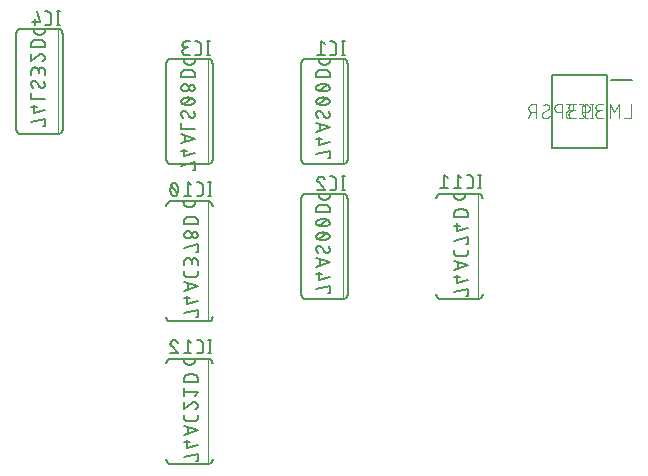
<source format=gbr>
G04 EAGLE Gerber RS-274X export*
G75*
%MOMM*%
%FSLAX34Y34*%
%LPD*%
%INSilkscreen Bottom*%
%IPPOS*%
%AMOC8*
5,1,8,0,0,1.08239X$1,22.5*%
G01*
%ADD10C,0.152400*%
%ADD11C,0.050800*%
%ADD12C,0.127000*%
%ADD13C,0.200000*%
%ADD14C,0.101600*%


D10*
X561848Y482600D02*
X561970Y482602D01*
X562092Y482608D01*
X562214Y482618D01*
X562335Y482631D01*
X562456Y482649D01*
X562576Y482670D01*
X562696Y482696D01*
X562814Y482725D01*
X562932Y482757D01*
X563049Y482794D01*
X563164Y482834D01*
X563278Y482878D01*
X563390Y482926D01*
X563501Y482977D01*
X563610Y483032D01*
X563718Y483090D01*
X563823Y483152D01*
X563926Y483217D01*
X564028Y483285D01*
X564127Y483357D01*
X564223Y483431D01*
X564318Y483509D01*
X564409Y483590D01*
X564499Y483673D01*
X564585Y483759D01*
X564668Y483849D01*
X564749Y483940D01*
X564827Y484035D01*
X564901Y484131D01*
X564973Y484230D01*
X565041Y484332D01*
X565106Y484435D01*
X565168Y484540D01*
X565226Y484648D01*
X565281Y484757D01*
X565332Y484868D01*
X565380Y484980D01*
X565424Y485094D01*
X565464Y485209D01*
X565501Y485326D01*
X565533Y485444D01*
X565562Y485562D01*
X565588Y485682D01*
X565609Y485802D01*
X565627Y485923D01*
X565640Y486044D01*
X565650Y486166D01*
X565656Y486288D01*
X565658Y486410D01*
X526542Y580390D02*
X526544Y580512D01*
X526550Y580634D01*
X526560Y580756D01*
X526573Y580877D01*
X526591Y580998D01*
X526612Y581118D01*
X526638Y581238D01*
X526667Y581356D01*
X526699Y581474D01*
X526736Y581591D01*
X526776Y581706D01*
X526820Y581820D01*
X526868Y581932D01*
X526919Y582043D01*
X526974Y582152D01*
X527032Y582260D01*
X527094Y582365D01*
X527159Y582468D01*
X527227Y582570D01*
X527299Y582669D01*
X527373Y582765D01*
X527451Y582860D01*
X527532Y582951D01*
X527615Y583041D01*
X527701Y583127D01*
X527791Y583210D01*
X527882Y583291D01*
X527977Y583369D01*
X528073Y583443D01*
X528172Y583515D01*
X528274Y583583D01*
X528377Y583648D01*
X528482Y583710D01*
X528590Y583768D01*
X528699Y583823D01*
X528810Y583874D01*
X528922Y583922D01*
X529036Y583966D01*
X529151Y584006D01*
X529268Y584043D01*
X529386Y584075D01*
X529504Y584104D01*
X529624Y584130D01*
X529744Y584151D01*
X529865Y584169D01*
X529986Y584182D01*
X530108Y584192D01*
X530230Y584198D01*
X530352Y584200D01*
X526542Y486410D02*
X526544Y486288D01*
X526550Y486166D01*
X526560Y486044D01*
X526573Y485923D01*
X526591Y485802D01*
X526612Y485682D01*
X526638Y485562D01*
X526667Y485444D01*
X526699Y485326D01*
X526736Y485209D01*
X526776Y485094D01*
X526820Y484980D01*
X526868Y484868D01*
X526919Y484757D01*
X526974Y484648D01*
X527032Y484540D01*
X527094Y484435D01*
X527159Y484332D01*
X527227Y484230D01*
X527299Y484131D01*
X527373Y484035D01*
X527451Y483940D01*
X527532Y483849D01*
X527615Y483759D01*
X527701Y483673D01*
X527791Y483590D01*
X527882Y483509D01*
X527977Y483431D01*
X528073Y483357D01*
X528172Y483285D01*
X528274Y483217D01*
X528377Y483152D01*
X528482Y483090D01*
X528590Y483032D01*
X528699Y482977D01*
X528810Y482926D01*
X528922Y482878D01*
X529036Y482834D01*
X529151Y482794D01*
X529268Y482757D01*
X529386Y482725D01*
X529504Y482696D01*
X529624Y482670D01*
X529744Y482649D01*
X529865Y482631D01*
X529986Y482618D01*
X530108Y482608D01*
X530230Y482602D01*
X530352Y482600D01*
X565658Y580390D02*
X565656Y580512D01*
X565650Y580634D01*
X565640Y580756D01*
X565627Y580877D01*
X565609Y580998D01*
X565588Y581118D01*
X565562Y581238D01*
X565533Y581356D01*
X565501Y581474D01*
X565464Y581591D01*
X565424Y581706D01*
X565380Y581820D01*
X565332Y581932D01*
X565281Y582043D01*
X565226Y582152D01*
X565168Y582260D01*
X565106Y582365D01*
X565041Y582468D01*
X564973Y582570D01*
X564901Y582669D01*
X564827Y582765D01*
X564749Y582860D01*
X564668Y582951D01*
X564585Y583041D01*
X564499Y583127D01*
X564409Y583210D01*
X564318Y583291D01*
X564223Y583369D01*
X564127Y583443D01*
X564028Y583515D01*
X563926Y583583D01*
X563823Y583648D01*
X563718Y583710D01*
X563610Y583768D01*
X563501Y583823D01*
X563390Y583874D01*
X563278Y583922D01*
X563164Y583966D01*
X563049Y584006D01*
X562932Y584043D01*
X562814Y584075D01*
X562696Y584104D01*
X562576Y584130D01*
X562456Y584151D01*
X562335Y584169D01*
X562214Y584182D01*
X562092Y584192D01*
X561970Y584198D01*
X561848Y584200D01*
X561848Y482600D02*
X530352Y482600D01*
X530352Y584200D02*
X541020Y584200D01*
X551180Y584200D01*
X561848Y584200D01*
X551180Y584200D02*
X551178Y584059D01*
X551172Y583918D01*
X551162Y583777D01*
X551149Y583636D01*
X551131Y583496D01*
X551109Y583357D01*
X551084Y583218D01*
X551055Y583079D01*
X551022Y582942D01*
X550985Y582806D01*
X550944Y582671D01*
X550900Y582536D01*
X550852Y582404D01*
X550800Y582272D01*
X550745Y582142D01*
X550686Y582014D01*
X550623Y581887D01*
X550557Y581763D01*
X550488Y581640D01*
X550415Y581519D01*
X550339Y581400D01*
X550259Y581283D01*
X550176Y581169D01*
X550091Y581056D01*
X550002Y580947D01*
X549910Y580839D01*
X549815Y580735D01*
X549717Y580633D01*
X549616Y580534D01*
X549513Y580437D01*
X549407Y580344D01*
X549299Y580254D01*
X549188Y580166D01*
X549075Y580082D01*
X548959Y580001D01*
X548841Y579923D01*
X548721Y579848D01*
X548599Y579777D01*
X548475Y579709D01*
X548349Y579645D01*
X548222Y579584D01*
X548093Y579527D01*
X547962Y579474D01*
X547830Y579424D01*
X547697Y579377D01*
X547562Y579335D01*
X547426Y579296D01*
X547289Y579261D01*
X547152Y579230D01*
X547013Y579203D01*
X546874Y579179D01*
X546734Y579160D01*
X546594Y579144D01*
X546453Y579132D01*
X546312Y579124D01*
X546171Y579120D01*
X546029Y579120D01*
X545888Y579124D01*
X545747Y579132D01*
X545606Y579144D01*
X545466Y579160D01*
X545326Y579179D01*
X545187Y579203D01*
X545048Y579230D01*
X544911Y579261D01*
X544774Y579296D01*
X544638Y579335D01*
X544503Y579377D01*
X544370Y579424D01*
X544238Y579474D01*
X544107Y579527D01*
X543978Y579584D01*
X543851Y579645D01*
X543725Y579709D01*
X543601Y579777D01*
X543479Y579848D01*
X543359Y579923D01*
X543241Y580001D01*
X543125Y580082D01*
X543012Y580166D01*
X542901Y580254D01*
X542793Y580344D01*
X542687Y580437D01*
X542584Y580534D01*
X542483Y580633D01*
X542385Y580735D01*
X542290Y580839D01*
X542198Y580947D01*
X542109Y581056D01*
X542024Y581169D01*
X541941Y581283D01*
X541861Y581400D01*
X541785Y581519D01*
X541712Y581640D01*
X541643Y581763D01*
X541577Y581887D01*
X541514Y582014D01*
X541455Y582142D01*
X541400Y582272D01*
X541348Y582404D01*
X541300Y582536D01*
X541256Y582671D01*
X541215Y582806D01*
X541178Y582942D01*
X541145Y583079D01*
X541116Y583218D01*
X541091Y583357D01*
X541069Y583496D01*
X541051Y583636D01*
X541038Y583777D01*
X541028Y583918D01*
X541022Y584059D01*
X541020Y584200D01*
D11*
X562102Y584200D02*
X562102Y482600D01*
D12*
X563245Y588645D02*
X563245Y600075D01*
X564515Y588645D02*
X561975Y588645D01*
X561975Y600075D02*
X564515Y600075D01*
X554773Y588645D02*
X552233Y588645D01*
X554773Y588645D02*
X554873Y588647D01*
X554972Y588653D01*
X555072Y588663D01*
X555170Y588676D01*
X555269Y588694D01*
X555366Y588715D01*
X555462Y588740D01*
X555558Y588769D01*
X555652Y588802D01*
X555745Y588838D01*
X555836Y588878D01*
X555926Y588922D01*
X556014Y588969D01*
X556100Y589019D01*
X556184Y589073D01*
X556266Y589130D01*
X556345Y589190D01*
X556423Y589254D01*
X556497Y589320D01*
X556569Y589389D01*
X556638Y589461D01*
X556704Y589535D01*
X556768Y589613D01*
X556828Y589692D01*
X556885Y589774D01*
X556939Y589858D01*
X556989Y589944D01*
X557036Y590032D01*
X557080Y590122D01*
X557120Y590213D01*
X557156Y590306D01*
X557189Y590400D01*
X557218Y590496D01*
X557243Y590592D01*
X557264Y590689D01*
X557282Y590788D01*
X557295Y590886D01*
X557305Y590986D01*
X557311Y591085D01*
X557313Y591185D01*
X557313Y597535D01*
X557311Y597635D01*
X557305Y597734D01*
X557295Y597834D01*
X557282Y597932D01*
X557264Y598031D01*
X557243Y598128D01*
X557218Y598224D01*
X557189Y598320D01*
X557156Y598414D01*
X557120Y598507D01*
X557080Y598598D01*
X557036Y598688D01*
X556989Y598776D01*
X556939Y598862D01*
X556885Y598946D01*
X556828Y599028D01*
X556768Y599107D01*
X556704Y599185D01*
X556638Y599259D01*
X556569Y599331D01*
X556497Y599400D01*
X556423Y599466D01*
X556345Y599530D01*
X556266Y599590D01*
X556184Y599647D01*
X556100Y599701D01*
X556014Y599751D01*
X555926Y599798D01*
X555836Y599842D01*
X555745Y599882D01*
X555652Y599918D01*
X555558Y599951D01*
X555462Y599980D01*
X555366Y600005D01*
X555269Y600026D01*
X555170Y600044D01*
X555072Y600057D01*
X554972Y600067D01*
X554873Y600073D01*
X554773Y600075D01*
X552233Y600075D01*
X547751Y597535D02*
X544576Y600075D01*
X544576Y588645D01*
X547751Y588645D02*
X541401Y588645D01*
X536321Y594360D02*
X536318Y594585D01*
X536310Y594810D01*
X536297Y595034D01*
X536278Y595258D01*
X536254Y595482D01*
X536225Y595705D01*
X536190Y595927D01*
X536150Y596148D01*
X536104Y596368D01*
X536054Y596587D01*
X535998Y596805D01*
X535937Y597022D01*
X535871Y597237D01*
X535800Y597450D01*
X535723Y597661D01*
X535642Y597871D01*
X535556Y598079D01*
X535465Y598284D01*
X535369Y598487D01*
X535369Y598488D02*
X535337Y598576D01*
X535301Y598663D01*
X535262Y598749D01*
X535219Y598833D01*
X535173Y598915D01*
X535124Y598995D01*
X535072Y599073D01*
X535016Y599149D01*
X534958Y599223D01*
X534896Y599294D01*
X534832Y599363D01*
X534765Y599429D01*
X534696Y599492D01*
X534624Y599553D01*
X534550Y599611D01*
X534473Y599665D01*
X534395Y599717D01*
X534314Y599765D01*
X534232Y599810D01*
X534147Y599852D01*
X534061Y599890D01*
X533974Y599925D01*
X533886Y599957D01*
X533796Y599984D01*
X533705Y600009D01*
X533613Y600029D01*
X533521Y600046D01*
X533427Y600059D01*
X533334Y600068D01*
X533240Y600074D01*
X533146Y600076D01*
X533052Y600074D01*
X532958Y600068D01*
X532865Y600059D01*
X532771Y600046D01*
X532679Y600029D01*
X532587Y600009D01*
X532496Y599984D01*
X532406Y599957D01*
X532318Y599925D01*
X532231Y599890D01*
X532145Y599852D01*
X532060Y599810D01*
X531978Y599765D01*
X531897Y599717D01*
X531819Y599665D01*
X531742Y599611D01*
X531668Y599553D01*
X531596Y599492D01*
X531527Y599429D01*
X531460Y599363D01*
X531396Y599294D01*
X531334Y599223D01*
X531276Y599149D01*
X531220Y599073D01*
X531168Y598995D01*
X531119Y598915D01*
X531073Y598833D01*
X531030Y598749D01*
X530991Y598663D01*
X530955Y598576D01*
X530923Y598488D01*
X530923Y598487D02*
X530827Y598284D01*
X530736Y598079D01*
X530650Y597871D01*
X530569Y597661D01*
X530492Y597450D01*
X530421Y597237D01*
X530355Y597022D01*
X530294Y596805D01*
X530238Y596587D01*
X530188Y596368D01*
X530142Y596148D01*
X530102Y595927D01*
X530067Y595705D01*
X530038Y595482D01*
X530014Y595258D01*
X529995Y595034D01*
X529982Y594810D01*
X529974Y594585D01*
X529971Y594360D01*
X536321Y594360D02*
X536318Y594135D01*
X536310Y593910D01*
X536297Y593686D01*
X536278Y593462D01*
X536254Y593238D01*
X536225Y593015D01*
X536190Y592793D01*
X536150Y592572D01*
X536104Y592352D01*
X536054Y592133D01*
X535998Y591915D01*
X535937Y591698D01*
X535871Y591483D01*
X535800Y591270D01*
X535723Y591059D01*
X535642Y590849D01*
X535556Y590641D01*
X535465Y590436D01*
X535369Y590233D01*
X535337Y590145D01*
X535301Y590058D01*
X535262Y589972D01*
X535219Y589888D01*
X535173Y589806D01*
X535124Y589726D01*
X535072Y589648D01*
X535016Y589572D01*
X534958Y589498D01*
X534896Y589427D01*
X534832Y589358D01*
X534765Y589292D01*
X534696Y589229D01*
X534624Y589168D01*
X534550Y589110D01*
X534473Y589056D01*
X534395Y589004D01*
X534314Y588956D01*
X534232Y588911D01*
X534147Y588869D01*
X534061Y588831D01*
X533974Y588796D01*
X533886Y588764D01*
X533796Y588737D01*
X533705Y588712D01*
X533613Y588692D01*
X533521Y588675D01*
X533427Y588662D01*
X533334Y588653D01*
X533240Y588647D01*
X533146Y588645D01*
X530923Y590233D02*
X530827Y590436D01*
X530736Y590641D01*
X530650Y590849D01*
X530569Y591059D01*
X530492Y591270D01*
X530421Y591483D01*
X530355Y591698D01*
X530294Y591915D01*
X530238Y592133D01*
X530188Y592352D01*
X530142Y592572D01*
X530102Y592793D01*
X530067Y593015D01*
X530038Y593238D01*
X530014Y593462D01*
X529995Y593686D01*
X529982Y593910D01*
X529974Y594135D01*
X529971Y594360D01*
X530923Y590233D02*
X530955Y590145D01*
X530991Y590058D01*
X531030Y589972D01*
X531073Y589888D01*
X531119Y589806D01*
X531168Y589726D01*
X531220Y589648D01*
X531276Y589572D01*
X531334Y589498D01*
X531396Y589427D01*
X531460Y589358D01*
X531527Y589292D01*
X531596Y589229D01*
X531668Y589168D01*
X531742Y589110D01*
X531819Y589056D01*
X531897Y589004D01*
X531978Y588956D01*
X532060Y588911D01*
X532145Y588869D01*
X532231Y588831D01*
X532318Y588796D01*
X532406Y588764D01*
X532496Y588737D01*
X532587Y588712D01*
X532679Y588692D01*
X532771Y588675D01*
X532865Y588662D01*
X532958Y588653D01*
X533052Y588647D01*
X533146Y588645D01*
X535686Y591185D02*
X530606Y597535D01*
X551815Y486029D02*
X553085Y486029D01*
X553085Y492379D01*
X541655Y489204D01*
X544195Y497459D02*
X553085Y499999D01*
X544195Y497459D02*
X544195Y503809D01*
X546735Y501904D02*
X541655Y501904D01*
X541655Y508254D02*
X553085Y512064D01*
X541655Y515874D01*
X544513Y514922D02*
X544513Y509207D01*
X541655Y522822D02*
X541655Y525362D01*
X541655Y522822D02*
X541657Y522722D01*
X541663Y522623D01*
X541673Y522523D01*
X541686Y522425D01*
X541704Y522326D01*
X541725Y522229D01*
X541750Y522133D01*
X541779Y522037D01*
X541812Y521943D01*
X541848Y521850D01*
X541888Y521759D01*
X541932Y521669D01*
X541979Y521581D01*
X542029Y521495D01*
X542083Y521411D01*
X542140Y521329D01*
X542200Y521250D01*
X542264Y521172D01*
X542330Y521098D01*
X542399Y521026D01*
X542471Y520957D01*
X542545Y520891D01*
X542623Y520827D01*
X542702Y520767D01*
X542784Y520710D01*
X542868Y520656D01*
X542954Y520606D01*
X543042Y520559D01*
X543132Y520515D01*
X543223Y520475D01*
X543316Y520439D01*
X543410Y520406D01*
X543506Y520377D01*
X543602Y520352D01*
X543699Y520331D01*
X543798Y520313D01*
X543896Y520300D01*
X543996Y520290D01*
X544095Y520284D01*
X544195Y520282D01*
X550545Y520282D01*
X550645Y520284D01*
X550744Y520290D01*
X550844Y520300D01*
X550942Y520313D01*
X551041Y520331D01*
X551138Y520352D01*
X551234Y520377D01*
X551330Y520406D01*
X551424Y520439D01*
X551517Y520475D01*
X551608Y520515D01*
X551698Y520559D01*
X551786Y520606D01*
X551872Y520656D01*
X551956Y520710D01*
X552038Y520767D01*
X552117Y520827D01*
X552195Y520891D01*
X552269Y520957D01*
X552341Y521026D01*
X552410Y521098D01*
X552476Y521172D01*
X552540Y521250D01*
X552600Y521329D01*
X552657Y521411D01*
X552711Y521495D01*
X552761Y521581D01*
X552808Y521669D01*
X552852Y521759D01*
X552892Y521850D01*
X552928Y521943D01*
X552961Y522037D01*
X552990Y522133D01*
X553015Y522229D01*
X553036Y522326D01*
X553054Y522425D01*
X553067Y522523D01*
X553077Y522623D01*
X553083Y522722D01*
X553085Y522822D01*
X553085Y525362D01*
X541655Y529844D02*
X541655Y533019D01*
X541657Y533130D01*
X541663Y533240D01*
X541672Y533351D01*
X541686Y533461D01*
X541703Y533570D01*
X541724Y533679D01*
X541749Y533787D01*
X541778Y533894D01*
X541810Y534000D01*
X541846Y534105D01*
X541886Y534208D01*
X541929Y534310D01*
X541976Y534411D01*
X542027Y534510D01*
X542080Y534607D01*
X542137Y534701D01*
X542198Y534794D01*
X542261Y534885D01*
X542328Y534974D01*
X542398Y535060D01*
X542471Y535143D01*
X542546Y535225D01*
X542624Y535303D01*
X542706Y535378D01*
X542789Y535451D01*
X542875Y535521D01*
X542964Y535588D01*
X543055Y535651D01*
X543148Y535712D01*
X543243Y535769D01*
X543339Y535822D01*
X543438Y535873D01*
X543539Y535920D01*
X543641Y535963D01*
X543744Y536003D01*
X543849Y536039D01*
X543955Y536071D01*
X544062Y536100D01*
X544170Y536125D01*
X544279Y536146D01*
X544388Y536163D01*
X544498Y536177D01*
X544609Y536186D01*
X544719Y536192D01*
X544830Y536194D01*
X544941Y536192D01*
X545051Y536186D01*
X545162Y536177D01*
X545272Y536163D01*
X545381Y536146D01*
X545490Y536125D01*
X545598Y536100D01*
X545705Y536071D01*
X545811Y536039D01*
X545916Y536003D01*
X546019Y535963D01*
X546121Y535920D01*
X546222Y535873D01*
X546321Y535822D01*
X546418Y535769D01*
X546512Y535712D01*
X546605Y535651D01*
X546696Y535588D01*
X546785Y535521D01*
X546871Y535451D01*
X546954Y535378D01*
X547036Y535303D01*
X547114Y535225D01*
X547189Y535143D01*
X547262Y535060D01*
X547332Y534974D01*
X547399Y534885D01*
X547462Y534794D01*
X547523Y534701D01*
X547580Y534607D01*
X547633Y534510D01*
X547684Y534411D01*
X547731Y534310D01*
X547774Y534208D01*
X547814Y534105D01*
X547850Y534000D01*
X547882Y533894D01*
X547911Y533787D01*
X547936Y533679D01*
X547957Y533570D01*
X547974Y533461D01*
X547988Y533351D01*
X547997Y533240D01*
X548003Y533130D01*
X548005Y533019D01*
X553085Y533654D02*
X553085Y529844D01*
X553085Y533654D02*
X553083Y533754D01*
X553077Y533853D01*
X553067Y533953D01*
X553054Y534051D01*
X553036Y534150D01*
X553015Y534247D01*
X552990Y534343D01*
X552961Y534439D01*
X552928Y534533D01*
X552892Y534626D01*
X552852Y534717D01*
X552808Y534807D01*
X552761Y534895D01*
X552711Y534981D01*
X552657Y535065D01*
X552600Y535147D01*
X552540Y535226D01*
X552476Y535304D01*
X552410Y535378D01*
X552341Y535450D01*
X552269Y535519D01*
X552195Y535585D01*
X552117Y535649D01*
X552038Y535709D01*
X551956Y535766D01*
X551872Y535820D01*
X551786Y535870D01*
X551698Y535917D01*
X551608Y535961D01*
X551517Y536001D01*
X551424Y536037D01*
X551330Y536070D01*
X551234Y536099D01*
X551138Y536124D01*
X551041Y536145D01*
X550942Y536163D01*
X550844Y536176D01*
X550744Y536186D01*
X550645Y536192D01*
X550545Y536194D01*
X550445Y536192D01*
X550346Y536186D01*
X550246Y536176D01*
X550148Y536163D01*
X550049Y536145D01*
X549952Y536124D01*
X549856Y536099D01*
X549760Y536070D01*
X549666Y536037D01*
X549573Y536001D01*
X549482Y535961D01*
X549392Y535917D01*
X549304Y535870D01*
X549218Y535820D01*
X549134Y535766D01*
X549052Y535709D01*
X548973Y535649D01*
X548895Y535585D01*
X548821Y535519D01*
X548749Y535450D01*
X548680Y535378D01*
X548614Y535304D01*
X548550Y535226D01*
X548490Y535147D01*
X548433Y535065D01*
X548379Y534981D01*
X548329Y534895D01*
X548282Y534807D01*
X548238Y534717D01*
X548198Y534626D01*
X548162Y534533D01*
X548129Y534439D01*
X548100Y534343D01*
X548075Y534247D01*
X548054Y534150D01*
X548036Y534051D01*
X548023Y533953D01*
X548013Y533853D01*
X548007Y533754D01*
X548005Y533654D01*
X548005Y531114D01*
X551815Y541274D02*
X553085Y541274D01*
X553085Y547624D01*
X541655Y544449D01*
X544830Y552704D02*
X544941Y552706D01*
X545051Y552712D01*
X545162Y552721D01*
X545272Y552735D01*
X545381Y552752D01*
X545490Y552773D01*
X545598Y552798D01*
X545705Y552827D01*
X545811Y552859D01*
X545916Y552895D01*
X546019Y552935D01*
X546121Y552978D01*
X546222Y553025D01*
X546321Y553076D01*
X546418Y553129D01*
X546512Y553186D01*
X546605Y553247D01*
X546696Y553310D01*
X546785Y553377D01*
X546871Y553447D01*
X546954Y553520D01*
X547036Y553595D01*
X547114Y553673D01*
X547189Y553755D01*
X547262Y553838D01*
X547332Y553924D01*
X547399Y554013D01*
X547462Y554104D01*
X547523Y554197D01*
X547580Y554292D01*
X547633Y554388D01*
X547684Y554487D01*
X547731Y554588D01*
X547774Y554690D01*
X547814Y554793D01*
X547850Y554898D01*
X547882Y555004D01*
X547911Y555111D01*
X547936Y555219D01*
X547957Y555328D01*
X547974Y555437D01*
X547988Y555547D01*
X547997Y555658D01*
X548003Y555768D01*
X548005Y555879D01*
X548003Y555990D01*
X547997Y556100D01*
X547988Y556211D01*
X547974Y556321D01*
X547957Y556430D01*
X547936Y556539D01*
X547911Y556647D01*
X547882Y556754D01*
X547850Y556860D01*
X547814Y556965D01*
X547774Y557068D01*
X547731Y557170D01*
X547684Y557271D01*
X547633Y557370D01*
X547580Y557466D01*
X547523Y557561D01*
X547462Y557654D01*
X547399Y557745D01*
X547332Y557834D01*
X547262Y557920D01*
X547189Y558003D01*
X547114Y558085D01*
X547036Y558163D01*
X546954Y558238D01*
X546871Y558311D01*
X546785Y558381D01*
X546696Y558448D01*
X546605Y558511D01*
X546512Y558572D01*
X546418Y558629D01*
X546321Y558682D01*
X546222Y558733D01*
X546121Y558780D01*
X546019Y558823D01*
X545916Y558863D01*
X545811Y558899D01*
X545705Y558931D01*
X545598Y558960D01*
X545490Y558985D01*
X545381Y559006D01*
X545272Y559023D01*
X545162Y559037D01*
X545051Y559046D01*
X544941Y559052D01*
X544830Y559054D01*
X544719Y559052D01*
X544609Y559046D01*
X544498Y559037D01*
X544388Y559023D01*
X544279Y559006D01*
X544170Y558985D01*
X544062Y558960D01*
X543955Y558931D01*
X543849Y558899D01*
X543744Y558863D01*
X543641Y558823D01*
X543539Y558780D01*
X543438Y558733D01*
X543339Y558682D01*
X543243Y558629D01*
X543148Y558572D01*
X543055Y558511D01*
X542964Y558448D01*
X542875Y558381D01*
X542789Y558311D01*
X542706Y558238D01*
X542624Y558163D01*
X542546Y558085D01*
X542471Y558003D01*
X542398Y557920D01*
X542328Y557834D01*
X542261Y557745D01*
X542198Y557654D01*
X542137Y557561D01*
X542080Y557467D01*
X542027Y557370D01*
X541976Y557271D01*
X541929Y557170D01*
X541886Y557068D01*
X541846Y556965D01*
X541810Y556860D01*
X541778Y556754D01*
X541749Y556647D01*
X541724Y556539D01*
X541703Y556430D01*
X541686Y556321D01*
X541672Y556211D01*
X541663Y556100D01*
X541657Y555990D01*
X541655Y555879D01*
X541657Y555768D01*
X541663Y555658D01*
X541672Y555547D01*
X541686Y555437D01*
X541703Y555328D01*
X541724Y555219D01*
X541749Y555111D01*
X541778Y555004D01*
X541810Y554898D01*
X541846Y554793D01*
X541886Y554690D01*
X541929Y554588D01*
X541976Y554487D01*
X542027Y554388D01*
X542080Y554292D01*
X542137Y554197D01*
X542198Y554104D01*
X542261Y554013D01*
X542328Y553924D01*
X542398Y553838D01*
X542471Y553755D01*
X542546Y553673D01*
X542624Y553595D01*
X542706Y553520D01*
X542789Y553447D01*
X542875Y553377D01*
X542964Y553310D01*
X543055Y553247D01*
X543148Y553186D01*
X543243Y553129D01*
X543339Y553076D01*
X543438Y553025D01*
X543539Y552978D01*
X543641Y552935D01*
X543744Y552895D01*
X543849Y552859D01*
X543955Y552827D01*
X544062Y552798D01*
X544170Y552773D01*
X544279Y552752D01*
X544388Y552735D01*
X544498Y552721D01*
X544609Y552712D01*
X544719Y552706D01*
X544830Y552704D01*
X550545Y553339D02*
X550645Y553341D01*
X550744Y553347D01*
X550844Y553357D01*
X550942Y553370D01*
X551041Y553388D01*
X551138Y553409D01*
X551234Y553434D01*
X551330Y553463D01*
X551424Y553496D01*
X551517Y553532D01*
X551608Y553572D01*
X551698Y553616D01*
X551786Y553663D01*
X551872Y553713D01*
X551956Y553767D01*
X552038Y553824D01*
X552117Y553884D01*
X552195Y553948D01*
X552269Y554014D01*
X552341Y554083D01*
X552410Y554155D01*
X552476Y554229D01*
X552540Y554307D01*
X552600Y554386D01*
X552657Y554468D01*
X552711Y554552D01*
X552761Y554638D01*
X552808Y554726D01*
X552852Y554816D01*
X552892Y554907D01*
X552928Y555000D01*
X552961Y555094D01*
X552990Y555190D01*
X553015Y555286D01*
X553036Y555383D01*
X553054Y555482D01*
X553067Y555580D01*
X553077Y555680D01*
X553083Y555779D01*
X553085Y555879D01*
X553083Y555979D01*
X553077Y556078D01*
X553067Y556178D01*
X553054Y556276D01*
X553036Y556375D01*
X553015Y556472D01*
X552990Y556568D01*
X552961Y556664D01*
X552928Y556758D01*
X552892Y556851D01*
X552852Y556942D01*
X552808Y557032D01*
X552761Y557120D01*
X552711Y557206D01*
X552657Y557290D01*
X552600Y557372D01*
X552540Y557451D01*
X552476Y557529D01*
X552410Y557603D01*
X552341Y557675D01*
X552269Y557744D01*
X552195Y557810D01*
X552117Y557874D01*
X552038Y557934D01*
X551956Y557991D01*
X551872Y558045D01*
X551786Y558095D01*
X551698Y558142D01*
X551608Y558186D01*
X551517Y558226D01*
X551424Y558262D01*
X551330Y558295D01*
X551234Y558324D01*
X551138Y558349D01*
X551041Y558370D01*
X550942Y558388D01*
X550844Y558401D01*
X550744Y558411D01*
X550645Y558417D01*
X550545Y558419D01*
X550445Y558417D01*
X550346Y558411D01*
X550246Y558401D01*
X550148Y558388D01*
X550049Y558370D01*
X549952Y558349D01*
X549856Y558324D01*
X549760Y558295D01*
X549666Y558262D01*
X549573Y558226D01*
X549482Y558186D01*
X549392Y558142D01*
X549304Y558095D01*
X549218Y558045D01*
X549134Y557991D01*
X549052Y557934D01*
X548973Y557874D01*
X548895Y557810D01*
X548821Y557744D01*
X548749Y557675D01*
X548680Y557603D01*
X548614Y557529D01*
X548550Y557451D01*
X548490Y557372D01*
X548433Y557290D01*
X548379Y557206D01*
X548329Y557120D01*
X548282Y557032D01*
X548238Y556942D01*
X548198Y556851D01*
X548162Y556758D01*
X548129Y556664D01*
X548100Y556568D01*
X548075Y556472D01*
X548054Y556375D01*
X548036Y556276D01*
X548023Y556178D01*
X548013Y556078D01*
X548007Y555979D01*
X548005Y555879D01*
X548007Y555779D01*
X548013Y555680D01*
X548023Y555580D01*
X548036Y555482D01*
X548054Y555383D01*
X548075Y555286D01*
X548100Y555190D01*
X548129Y555094D01*
X548162Y555000D01*
X548198Y554907D01*
X548238Y554816D01*
X548282Y554726D01*
X548329Y554638D01*
X548379Y554552D01*
X548433Y554468D01*
X548490Y554386D01*
X548550Y554307D01*
X548614Y554229D01*
X548680Y554155D01*
X548749Y554083D01*
X548821Y554014D01*
X548895Y553948D01*
X548973Y553884D01*
X549052Y553824D01*
X549134Y553767D01*
X549218Y553713D01*
X549304Y553663D01*
X549392Y553616D01*
X549482Y553572D01*
X549573Y553532D01*
X549666Y553496D01*
X549760Y553463D01*
X549856Y553434D01*
X549952Y553409D01*
X550049Y553388D01*
X550148Y553370D01*
X550246Y553357D01*
X550346Y553347D01*
X550445Y553341D01*
X550545Y553339D01*
X553085Y564515D02*
X541655Y564515D01*
X553085Y564515D02*
X553085Y567690D01*
X553083Y567801D01*
X553077Y567911D01*
X553068Y568022D01*
X553054Y568132D01*
X553037Y568241D01*
X553016Y568350D01*
X552991Y568458D01*
X552962Y568565D01*
X552930Y568671D01*
X552894Y568776D01*
X552854Y568879D01*
X552811Y568981D01*
X552764Y569082D01*
X552713Y569181D01*
X552660Y569278D01*
X552603Y569372D01*
X552542Y569465D01*
X552479Y569556D01*
X552412Y569645D01*
X552342Y569731D01*
X552269Y569814D01*
X552194Y569896D01*
X552116Y569974D01*
X552034Y570049D01*
X551951Y570122D01*
X551865Y570192D01*
X551776Y570259D01*
X551685Y570322D01*
X551592Y570383D01*
X551498Y570440D01*
X551401Y570493D01*
X551302Y570544D01*
X551201Y570591D01*
X551099Y570634D01*
X550996Y570674D01*
X550891Y570710D01*
X550785Y570742D01*
X550678Y570771D01*
X550570Y570796D01*
X550461Y570817D01*
X550352Y570834D01*
X550242Y570848D01*
X550131Y570857D01*
X550021Y570863D01*
X549910Y570865D01*
X544830Y570865D01*
X544719Y570863D01*
X544609Y570857D01*
X544498Y570848D01*
X544388Y570834D01*
X544279Y570817D01*
X544170Y570796D01*
X544062Y570771D01*
X543955Y570742D01*
X543849Y570710D01*
X543744Y570674D01*
X543641Y570634D01*
X543539Y570591D01*
X543438Y570544D01*
X543339Y570493D01*
X543243Y570440D01*
X543148Y570383D01*
X543055Y570322D01*
X542964Y570259D01*
X542875Y570192D01*
X542789Y570122D01*
X542706Y570049D01*
X542624Y569974D01*
X542546Y569896D01*
X542471Y569814D01*
X542398Y569731D01*
X542328Y569645D01*
X542261Y569556D01*
X542198Y569465D01*
X542137Y569372D01*
X542080Y569278D01*
X542027Y569181D01*
X541976Y569082D01*
X541929Y568981D01*
X541886Y568879D01*
X541846Y568776D01*
X541810Y568671D01*
X541778Y568565D01*
X541749Y568458D01*
X541724Y568350D01*
X541703Y568241D01*
X541686Y568132D01*
X541672Y568022D01*
X541663Y567911D01*
X541657Y567801D01*
X541655Y567690D01*
X541655Y564515D01*
D10*
X790448Y501650D02*
X790570Y501652D01*
X790692Y501658D01*
X790814Y501668D01*
X790935Y501681D01*
X791056Y501699D01*
X791176Y501720D01*
X791296Y501746D01*
X791414Y501775D01*
X791532Y501807D01*
X791649Y501844D01*
X791764Y501884D01*
X791878Y501928D01*
X791990Y501976D01*
X792101Y502027D01*
X792210Y502082D01*
X792318Y502140D01*
X792423Y502202D01*
X792526Y502267D01*
X792628Y502335D01*
X792727Y502407D01*
X792823Y502481D01*
X792918Y502559D01*
X793009Y502640D01*
X793099Y502723D01*
X793185Y502809D01*
X793268Y502899D01*
X793349Y502990D01*
X793427Y503085D01*
X793501Y503181D01*
X793573Y503280D01*
X793641Y503382D01*
X793706Y503485D01*
X793768Y503590D01*
X793826Y503698D01*
X793881Y503807D01*
X793932Y503918D01*
X793980Y504030D01*
X794024Y504144D01*
X794064Y504259D01*
X794101Y504376D01*
X794133Y504494D01*
X794162Y504612D01*
X794188Y504732D01*
X794209Y504852D01*
X794227Y504973D01*
X794240Y505094D01*
X794250Y505216D01*
X794256Y505338D01*
X794258Y505460D01*
X755142Y586740D02*
X755144Y586862D01*
X755150Y586984D01*
X755160Y587106D01*
X755173Y587227D01*
X755191Y587348D01*
X755212Y587468D01*
X755238Y587588D01*
X755267Y587706D01*
X755299Y587824D01*
X755336Y587941D01*
X755376Y588056D01*
X755420Y588170D01*
X755468Y588282D01*
X755519Y588393D01*
X755574Y588502D01*
X755632Y588610D01*
X755694Y588715D01*
X755759Y588818D01*
X755827Y588920D01*
X755899Y589019D01*
X755973Y589115D01*
X756051Y589210D01*
X756132Y589301D01*
X756215Y589391D01*
X756301Y589477D01*
X756391Y589560D01*
X756482Y589641D01*
X756577Y589719D01*
X756673Y589793D01*
X756772Y589865D01*
X756874Y589933D01*
X756977Y589998D01*
X757082Y590060D01*
X757190Y590118D01*
X757299Y590173D01*
X757410Y590224D01*
X757522Y590272D01*
X757636Y590316D01*
X757751Y590356D01*
X757868Y590393D01*
X757986Y590425D01*
X758104Y590454D01*
X758224Y590480D01*
X758344Y590501D01*
X758465Y590519D01*
X758586Y590532D01*
X758708Y590542D01*
X758830Y590548D01*
X758952Y590550D01*
X755142Y505460D02*
X755144Y505338D01*
X755150Y505216D01*
X755160Y505094D01*
X755173Y504973D01*
X755191Y504852D01*
X755212Y504732D01*
X755238Y504612D01*
X755267Y504494D01*
X755299Y504376D01*
X755336Y504259D01*
X755376Y504144D01*
X755420Y504030D01*
X755468Y503918D01*
X755519Y503807D01*
X755574Y503698D01*
X755632Y503590D01*
X755694Y503485D01*
X755759Y503382D01*
X755827Y503280D01*
X755899Y503181D01*
X755973Y503085D01*
X756051Y502990D01*
X756132Y502899D01*
X756215Y502809D01*
X756301Y502723D01*
X756391Y502640D01*
X756482Y502559D01*
X756577Y502481D01*
X756673Y502407D01*
X756772Y502335D01*
X756874Y502267D01*
X756977Y502202D01*
X757082Y502140D01*
X757190Y502082D01*
X757299Y502027D01*
X757410Y501976D01*
X757522Y501928D01*
X757636Y501884D01*
X757751Y501844D01*
X757868Y501807D01*
X757986Y501775D01*
X758104Y501746D01*
X758224Y501720D01*
X758344Y501699D01*
X758465Y501681D01*
X758586Y501668D01*
X758708Y501658D01*
X758830Y501652D01*
X758952Y501650D01*
X794258Y586740D02*
X794256Y586862D01*
X794250Y586984D01*
X794240Y587106D01*
X794227Y587227D01*
X794209Y587348D01*
X794188Y587468D01*
X794162Y587588D01*
X794133Y587706D01*
X794101Y587824D01*
X794064Y587941D01*
X794024Y588056D01*
X793980Y588170D01*
X793932Y588282D01*
X793881Y588393D01*
X793826Y588502D01*
X793768Y588610D01*
X793706Y588715D01*
X793641Y588818D01*
X793573Y588920D01*
X793501Y589019D01*
X793427Y589115D01*
X793349Y589210D01*
X793268Y589301D01*
X793185Y589391D01*
X793099Y589477D01*
X793009Y589560D01*
X792918Y589641D01*
X792823Y589719D01*
X792727Y589793D01*
X792628Y589865D01*
X792526Y589933D01*
X792423Y589998D01*
X792318Y590060D01*
X792210Y590118D01*
X792101Y590173D01*
X791990Y590224D01*
X791878Y590272D01*
X791764Y590316D01*
X791649Y590356D01*
X791532Y590393D01*
X791414Y590425D01*
X791296Y590454D01*
X791176Y590480D01*
X791056Y590501D01*
X790935Y590519D01*
X790814Y590532D01*
X790692Y590542D01*
X790570Y590548D01*
X790448Y590550D01*
X790448Y501650D02*
X758952Y501650D01*
X758952Y590550D02*
X769620Y590550D01*
X779780Y590550D01*
X790448Y590550D01*
X779780Y590550D02*
X779778Y590409D01*
X779772Y590268D01*
X779762Y590127D01*
X779749Y589986D01*
X779731Y589846D01*
X779709Y589707D01*
X779684Y589568D01*
X779655Y589429D01*
X779622Y589292D01*
X779585Y589156D01*
X779544Y589021D01*
X779500Y588886D01*
X779452Y588754D01*
X779400Y588622D01*
X779345Y588492D01*
X779286Y588364D01*
X779223Y588237D01*
X779157Y588113D01*
X779088Y587990D01*
X779015Y587869D01*
X778939Y587750D01*
X778859Y587633D01*
X778776Y587519D01*
X778691Y587406D01*
X778602Y587297D01*
X778510Y587189D01*
X778415Y587085D01*
X778317Y586983D01*
X778216Y586884D01*
X778113Y586787D01*
X778007Y586694D01*
X777899Y586604D01*
X777788Y586516D01*
X777675Y586432D01*
X777559Y586351D01*
X777441Y586273D01*
X777321Y586198D01*
X777199Y586127D01*
X777075Y586059D01*
X776949Y585995D01*
X776822Y585934D01*
X776693Y585877D01*
X776562Y585824D01*
X776430Y585774D01*
X776297Y585727D01*
X776162Y585685D01*
X776026Y585646D01*
X775889Y585611D01*
X775752Y585580D01*
X775613Y585553D01*
X775474Y585529D01*
X775334Y585510D01*
X775194Y585494D01*
X775053Y585482D01*
X774912Y585474D01*
X774771Y585470D01*
X774629Y585470D01*
X774488Y585474D01*
X774347Y585482D01*
X774206Y585494D01*
X774066Y585510D01*
X773926Y585529D01*
X773787Y585553D01*
X773648Y585580D01*
X773511Y585611D01*
X773374Y585646D01*
X773238Y585685D01*
X773103Y585727D01*
X772970Y585774D01*
X772838Y585824D01*
X772707Y585877D01*
X772578Y585934D01*
X772451Y585995D01*
X772325Y586059D01*
X772201Y586127D01*
X772079Y586198D01*
X771959Y586273D01*
X771841Y586351D01*
X771725Y586432D01*
X771612Y586516D01*
X771501Y586604D01*
X771393Y586694D01*
X771287Y586787D01*
X771184Y586884D01*
X771083Y586983D01*
X770985Y587085D01*
X770890Y587189D01*
X770798Y587297D01*
X770709Y587406D01*
X770624Y587519D01*
X770541Y587633D01*
X770461Y587750D01*
X770385Y587869D01*
X770312Y587990D01*
X770243Y588113D01*
X770177Y588237D01*
X770114Y588364D01*
X770055Y588492D01*
X770000Y588622D01*
X769948Y588754D01*
X769900Y588886D01*
X769856Y589021D01*
X769815Y589156D01*
X769778Y589292D01*
X769745Y589429D01*
X769716Y589568D01*
X769691Y589707D01*
X769669Y589846D01*
X769651Y589986D01*
X769638Y590127D01*
X769628Y590268D01*
X769622Y590409D01*
X769620Y590550D01*
D11*
X790702Y590550D02*
X790702Y501650D01*
D12*
X791845Y594995D02*
X791845Y606425D01*
X793115Y594995D02*
X790575Y594995D01*
X790575Y606425D02*
X793115Y606425D01*
X783373Y594995D02*
X780833Y594995D01*
X783373Y594995D02*
X783473Y594997D01*
X783572Y595003D01*
X783672Y595013D01*
X783770Y595026D01*
X783869Y595044D01*
X783966Y595065D01*
X784062Y595090D01*
X784158Y595119D01*
X784252Y595152D01*
X784345Y595188D01*
X784436Y595228D01*
X784526Y595272D01*
X784614Y595319D01*
X784700Y595369D01*
X784784Y595423D01*
X784866Y595480D01*
X784945Y595540D01*
X785023Y595604D01*
X785097Y595670D01*
X785169Y595739D01*
X785238Y595811D01*
X785304Y595885D01*
X785368Y595963D01*
X785428Y596042D01*
X785485Y596124D01*
X785539Y596208D01*
X785589Y596294D01*
X785636Y596382D01*
X785680Y596472D01*
X785720Y596563D01*
X785756Y596656D01*
X785789Y596750D01*
X785818Y596846D01*
X785843Y596942D01*
X785864Y597039D01*
X785882Y597138D01*
X785895Y597236D01*
X785905Y597336D01*
X785911Y597435D01*
X785913Y597535D01*
X785913Y603885D01*
X785911Y603985D01*
X785905Y604084D01*
X785895Y604184D01*
X785882Y604282D01*
X785864Y604381D01*
X785843Y604478D01*
X785818Y604574D01*
X785789Y604670D01*
X785756Y604764D01*
X785720Y604857D01*
X785680Y604948D01*
X785636Y605038D01*
X785589Y605126D01*
X785539Y605212D01*
X785485Y605296D01*
X785428Y605378D01*
X785368Y605457D01*
X785304Y605535D01*
X785238Y605609D01*
X785169Y605681D01*
X785097Y605750D01*
X785023Y605816D01*
X784945Y605880D01*
X784866Y605940D01*
X784784Y605997D01*
X784700Y606051D01*
X784614Y606101D01*
X784526Y606148D01*
X784436Y606192D01*
X784345Y606232D01*
X784252Y606268D01*
X784158Y606301D01*
X784062Y606330D01*
X783966Y606355D01*
X783869Y606376D01*
X783770Y606394D01*
X783672Y606407D01*
X783572Y606417D01*
X783473Y606423D01*
X783373Y606425D01*
X780833Y606425D01*
X776351Y603885D02*
X773176Y606425D01*
X773176Y594995D01*
X776351Y594995D02*
X770001Y594995D01*
X764921Y603885D02*
X761746Y606425D01*
X761746Y594995D01*
X764921Y594995D02*
X758571Y594995D01*
X780415Y503809D02*
X781685Y503809D01*
X781685Y510159D01*
X770255Y506984D01*
X772795Y515239D02*
X781685Y517779D01*
X772795Y515239D02*
X772795Y521589D01*
X775335Y519684D02*
X770255Y519684D01*
X770255Y526034D02*
X781685Y529844D01*
X770255Y533654D01*
X773113Y532702D02*
X773113Y526987D01*
X770255Y540602D02*
X770255Y543142D01*
X770255Y540602D02*
X770257Y540502D01*
X770263Y540403D01*
X770273Y540303D01*
X770286Y540205D01*
X770304Y540106D01*
X770325Y540009D01*
X770350Y539913D01*
X770379Y539817D01*
X770412Y539723D01*
X770448Y539630D01*
X770488Y539539D01*
X770532Y539449D01*
X770579Y539361D01*
X770629Y539275D01*
X770683Y539191D01*
X770740Y539109D01*
X770800Y539030D01*
X770864Y538952D01*
X770930Y538878D01*
X770999Y538806D01*
X771071Y538737D01*
X771145Y538671D01*
X771223Y538607D01*
X771302Y538547D01*
X771384Y538490D01*
X771468Y538436D01*
X771554Y538386D01*
X771642Y538339D01*
X771732Y538295D01*
X771823Y538255D01*
X771916Y538219D01*
X772010Y538186D01*
X772106Y538157D01*
X772202Y538132D01*
X772299Y538111D01*
X772398Y538093D01*
X772496Y538080D01*
X772596Y538070D01*
X772695Y538064D01*
X772795Y538062D01*
X779145Y538062D01*
X779245Y538064D01*
X779344Y538070D01*
X779444Y538080D01*
X779542Y538093D01*
X779641Y538111D01*
X779738Y538132D01*
X779834Y538157D01*
X779930Y538186D01*
X780024Y538219D01*
X780117Y538255D01*
X780208Y538295D01*
X780298Y538339D01*
X780386Y538386D01*
X780472Y538436D01*
X780556Y538490D01*
X780638Y538547D01*
X780717Y538607D01*
X780795Y538671D01*
X780869Y538737D01*
X780941Y538806D01*
X781010Y538878D01*
X781076Y538952D01*
X781140Y539030D01*
X781200Y539109D01*
X781257Y539191D01*
X781311Y539275D01*
X781361Y539361D01*
X781408Y539449D01*
X781452Y539539D01*
X781492Y539630D01*
X781528Y539723D01*
X781561Y539817D01*
X781590Y539913D01*
X781615Y540009D01*
X781636Y540106D01*
X781654Y540205D01*
X781667Y540303D01*
X781677Y540403D01*
X781683Y540502D01*
X781685Y540602D01*
X781685Y543142D01*
X781685Y547624D02*
X780415Y547624D01*
X781685Y547624D02*
X781685Y553974D01*
X770255Y550799D01*
X772795Y559054D02*
X781685Y561594D01*
X772795Y559054D02*
X772795Y565404D01*
X775335Y563499D02*
X770255Y563499D01*
X770255Y570865D02*
X781685Y570865D01*
X781685Y574040D01*
X781683Y574151D01*
X781677Y574261D01*
X781668Y574372D01*
X781654Y574482D01*
X781637Y574591D01*
X781616Y574700D01*
X781591Y574808D01*
X781562Y574915D01*
X781530Y575021D01*
X781494Y575126D01*
X781454Y575229D01*
X781411Y575331D01*
X781364Y575432D01*
X781313Y575531D01*
X781260Y575628D01*
X781203Y575722D01*
X781142Y575815D01*
X781079Y575906D01*
X781012Y575995D01*
X780942Y576081D01*
X780869Y576164D01*
X780794Y576246D01*
X780716Y576324D01*
X780634Y576399D01*
X780551Y576472D01*
X780465Y576542D01*
X780376Y576609D01*
X780285Y576672D01*
X780192Y576733D01*
X780098Y576790D01*
X780001Y576843D01*
X779902Y576894D01*
X779801Y576941D01*
X779699Y576984D01*
X779596Y577024D01*
X779491Y577060D01*
X779385Y577092D01*
X779278Y577121D01*
X779170Y577146D01*
X779061Y577167D01*
X778952Y577184D01*
X778842Y577198D01*
X778731Y577207D01*
X778621Y577213D01*
X778510Y577215D01*
X773430Y577215D01*
X773319Y577213D01*
X773209Y577207D01*
X773098Y577198D01*
X772988Y577184D01*
X772879Y577167D01*
X772770Y577146D01*
X772662Y577121D01*
X772555Y577092D01*
X772449Y577060D01*
X772344Y577024D01*
X772241Y576984D01*
X772139Y576941D01*
X772038Y576894D01*
X771939Y576843D01*
X771843Y576790D01*
X771748Y576733D01*
X771655Y576672D01*
X771564Y576609D01*
X771475Y576542D01*
X771389Y576472D01*
X771306Y576399D01*
X771224Y576324D01*
X771146Y576246D01*
X771071Y576164D01*
X770998Y576081D01*
X770928Y575995D01*
X770861Y575906D01*
X770798Y575815D01*
X770737Y575722D01*
X770680Y575628D01*
X770627Y575531D01*
X770576Y575432D01*
X770529Y575331D01*
X770486Y575229D01*
X770446Y575126D01*
X770410Y575021D01*
X770378Y574915D01*
X770349Y574808D01*
X770324Y574700D01*
X770303Y574591D01*
X770286Y574482D01*
X770272Y574372D01*
X770263Y574261D01*
X770257Y574151D01*
X770255Y574040D01*
X770255Y570865D01*
D10*
X565658Y365760D02*
X565656Y365638D01*
X565650Y365516D01*
X565640Y365394D01*
X565627Y365273D01*
X565609Y365152D01*
X565588Y365032D01*
X565562Y364912D01*
X565533Y364794D01*
X565501Y364676D01*
X565464Y364559D01*
X565424Y364444D01*
X565380Y364330D01*
X565332Y364218D01*
X565281Y364107D01*
X565226Y363998D01*
X565168Y363890D01*
X565106Y363785D01*
X565041Y363682D01*
X564973Y363580D01*
X564901Y363481D01*
X564827Y363385D01*
X564749Y363290D01*
X564668Y363199D01*
X564585Y363109D01*
X564499Y363023D01*
X564409Y362940D01*
X564318Y362859D01*
X564223Y362781D01*
X564127Y362707D01*
X564028Y362635D01*
X563926Y362567D01*
X563823Y362502D01*
X563718Y362440D01*
X563610Y362382D01*
X563501Y362327D01*
X563390Y362276D01*
X563278Y362228D01*
X563164Y362184D01*
X563049Y362144D01*
X562932Y362107D01*
X562814Y362075D01*
X562696Y362046D01*
X562576Y362020D01*
X562456Y361999D01*
X562335Y361981D01*
X562214Y361968D01*
X562092Y361958D01*
X561970Y361952D01*
X561848Y361950D01*
X526542Y447040D02*
X526544Y447162D01*
X526550Y447284D01*
X526560Y447406D01*
X526573Y447527D01*
X526591Y447648D01*
X526612Y447768D01*
X526638Y447888D01*
X526667Y448006D01*
X526699Y448124D01*
X526736Y448241D01*
X526776Y448356D01*
X526820Y448470D01*
X526868Y448582D01*
X526919Y448693D01*
X526974Y448802D01*
X527032Y448910D01*
X527094Y449015D01*
X527159Y449118D01*
X527227Y449220D01*
X527299Y449319D01*
X527373Y449415D01*
X527451Y449510D01*
X527532Y449601D01*
X527615Y449691D01*
X527701Y449777D01*
X527791Y449860D01*
X527882Y449941D01*
X527977Y450019D01*
X528073Y450093D01*
X528172Y450165D01*
X528274Y450233D01*
X528377Y450298D01*
X528482Y450360D01*
X528590Y450418D01*
X528699Y450473D01*
X528810Y450524D01*
X528922Y450572D01*
X529036Y450616D01*
X529151Y450656D01*
X529268Y450693D01*
X529386Y450725D01*
X529504Y450754D01*
X529624Y450780D01*
X529744Y450801D01*
X529865Y450819D01*
X529986Y450832D01*
X530108Y450842D01*
X530230Y450848D01*
X530352Y450850D01*
X526542Y365760D02*
X526544Y365638D01*
X526550Y365516D01*
X526560Y365394D01*
X526573Y365273D01*
X526591Y365152D01*
X526612Y365032D01*
X526638Y364912D01*
X526667Y364794D01*
X526699Y364676D01*
X526736Y364559D01*
X526776Y364444D01*
X526820Y364330D01*
X526868Y364218D01*
X526919Y364107D01*
X526974Y363998D01*
X527032Y363890D01*
X527094Y363785D01*
X527159Y363682D01*
X527227Y363580D01*
X527299Y363481D01*
X527373Y363385D01*
X527451Y363290D01*
X527532Y363199D01*
X527615Y363109D01*
X527701Y363023D01*
X527791Y362940D01*
X527882Y362859D01*
X527977Y362781D01*
X528073Y362707D01*
X528172Y362635D01*
X528274Y362567D01*
X528377Y362502D01*
X528482Y362440D01*
X528590Y362382D01*
X528699Y362327D01*
X528810Y362276D01*
X528922Y362228D01*
X529036Y362184D01*
X529151Y362144D01*
X529268Y362107D01*
X529386Y362075D01*
X529504Y362046D01*
X529624Y362020D01*
X529744Y361999D01*
X529865Y361981D01*
X529986Y361968D01*
X530108Y361958D01*
X530230Y361952D01*
X530352Y361950D01*
X565658Y447040D02*
X565656Y447162D01*
X565650Y447284D01*
X565640Y447406D01*
X565627Y447527D01*
X565609Y447648D01*
X565588Y447768D01*
X565562Y447888D01*
X565533Y448006D01*
X565501Y448124D01*
X565464Y448241D01*
X565424Y448356D01*
X565380Y448470D01*
X565332Y448582D01*
X565281Y448693D01*
X565226Y448802D01*
X565168Y448910D01*
X565106Y449015D01*
X565041Y449118D01*
X564973Y449220D01*
X564901Y449319D01*
X564827Y449415D01*
X564749Y449510D01*
X564668Y449601D01*
X564585Y449691D01*
X564499Y449777D01*
X564409Y449860D01*
X564318Y449941D01*
X564223Y450019D01*
X564127Y450093D01*
X564028Y450165D01*
X563926Y450233D01*
X563823Y450298D01*
X563718Y450360D01*
X563610Y450418D01*
X563501Y450473D01*
X563390Y450524D01*
X563278Y450572D01*
X563164Y450616D01*
X563049Y450656D01*
X562932Y450693D01*
X562814Y450725D01*
X562696Y450754D01*
X562576Y450780D01*
X562456Y450801D01*
X562335Y450819D01*
X562214Y450832D01*
X562092Y450842D01*
X561970Y450848D01*
X561848Y450850D01*
X561848Y361950D02*
X530352Y361950D01*
X530352Y450850D02*
X541020Y450850D01*
X551180Y450850D01*
X561848Y450850D01*
X551180Y450850D02*
X551178Y450709D01*
X551172Y450568D01*
X551162Y450427D01*
X551149Y450286D01*
X551131Y450146D01*
X551109Y450007D01*
X551084Y449868D01*
X551055Y449729D01*
X551022Y449592D01*
X550985Y449456D01*
X550944Y449321D01*
X550900Y449186D01*
X550852Y449054D01*
X550800Y448922D01*
X550745Y448792D01*
X550686Y448664D01*
X550623Y448537D01*
X550557Y448413D01*
X550488Y448290D01*
X550415Y448169D01*
X550339Y448050D01*
X550259Y447933D01*
X550176Y447819D01*
X550091Y447706D01*
X550002Y447597D01*
X549910Y447489D01*
X549815Y447385D01*
X549717Y447283D01*
X549616Y447184D01*
X549513Y447087D01*
X549407Y446994D01*
X549299Y446904D01*
X549188Y446816D01*
X549075Y446732D01*
X548959Y446651D01*
X548841Y446573D01*
X548721Y446498D01*
X548599Y446427D01*
X548475Y446359D01*
X548349Y446295D01*
X548222Y446234D01*
X548093Y446177D01*
X547962Y446124D01*
X547830Y446074D01*
X547697Y446027D01*
X547562Y445985D01*
X547426Y445946D01*
X547289Y445911D01*
X547152Y445880D01*
X547013Y445853D01*
X546874Y445829D01*
X546734Y445810D01*
X546594Y445794D01*
X546453Y445782D01*
X546312Y445774D01*
X546171Y445770D01*
X546029Y445770D01*
X545888Y445774D01*
X545747Y445782D01*
X545606Y445794D01*
X545466Y445810D01*
X545326Y445829D01*
X545187Y445853D01*
X545048Y445880D01*
X544911Y445911D01*
X544774Y445946D01*
X544638Y445985D01*
X544503Y446027D01*
X544370Y446074D01*
X544238Y446124D01*
X544107Y446177D01*
X543978Y446234D01*
X543851Y446295D01*
X543725Y446359D01*
X543601Y446427D01*
X543479Y446498D01*
X543359Y446573D01*
X543241Y446651D01*
X543125Y446732D01*
X543012Y446816D01*
X542901Y446904D01*
X542793Y446994D01*
X542687Y447087D01*
X542584Y447184D01*
X542483Y447283D01*
X542385Y447385D01*
X542290Y447489D01*
X542198Y447597D01*
X542109Y447706D01*
X542024Y447819D01*
X541941Y447933D01*
X541861Y448050D01*
X541785Y448169D01*
X541712Y448290D01*
X541643Y448413D01*
X541577Y448537D01*
X541514Y448664D01*
X541455Y448792D01*
X541400Y448922D01*
X541348Y449054D01*
X541300Y449186D01*
X541256Y449321D01*
X541215Y449456D01*
X541178Y449592D01*
X541145Y449729D01*
X541116Y449868D01*
X541091Y450007D01*
X541069Y450146D01*
X541051Y450286D01*
X541038Y450427D01*
X541028Y450568D01*
X541022Y450709D01*
X541020Y450850D01*
D11*
X562102Y450850D02*
X562102Y361950D01*
D12*
X563245Y455295D02*
X563245Y466725D01*
X564515Y455295D02*
X561975Y455295D01*
X561975Y466725D02*
X564515Y466725D01*
X554773Y455295D02*
X552233Y455295D01*
X554773Y455295D02*
X554873Y455297D01*
X554972Y455303D01*
X555072Y455313D01*
X555170Y455326D01*
X555269Y455344D01*
X555366Y455365D01*
X555462Y455390D01*
X555558Y455419D01*
X555652Y455452D01*
X555745Y455488D01*
X555836Y455528D01*
X555926Y455572D01*
X556014Y455619D01*
X556100Y455669D01*
X556184Y455723D01*
X556266Y455780D01*
X556345Y455840D01*
X556423Y455904D01*
X556497Y455970D01*
X556569Y456039D01*
X556638Y456111D01*
X556704Y456185D01*
X556768Y456263D01*
X556828Y456342D01*
X556885Y456424D01*
X556939Y456508D01*
X556989Y456594D01*
X557036Y456682D01*
X557080Y456772D01*
X557120Y456863D01*
X557156Y456956D01*
X557189Y457050D01*
X557218Y457146D01*
X557243Y457242D01*
X557264Y457339D01*
X557282Y457438D01*
X557295Y457536D01*
X557305Y457636D01*
X557311Y457735D01*
X557313Y457835D01*
X557313Y464185D01*
X557311Y464285D01*
X557305Y464384D01*
X557295Y464484D01*
X557282Y464582D01*
X557264Y464681D01*
X557243Y464778D01*
X557218Y464874D01*
X557189Y464970D01*
X557156Y465064D01*
X557120Y465157D01*
X557080Y465248D01*
X557036Y465338D01*
X556989Y465426D01*
X556939Y465512D01*
X556885Y465596D01*
X556828Y465678D01*
X556768Y465757D01*
X556704Y465835D01*
X556638Y465909D01*
X556569Y465981D01*
X556497Y466050D01*
X556423Y466116D01*
X556345Y466180D01*
X556266Y466240D01*
X556184Y466297D01*
X556100Y466351D01*
X556014Y466401D01*
X555926Y466448D01*
X555836Y466492D01*
X555745Y466532D01*
X555652Y466568D01*
X555558Y466601D01*
X555462Y466630D01*
X555366Y466655D01*
X555269Y466676D01*
X555170Y466694D01*
X555072Y466707D01*
X554972Y466717D01*
X554873Y466723D01*
X554773Y466725D01*
X552233Y466725D01*
X547751Y464185D02*
X544576Y466725D01*
X544576Y455295D01*
X547751Y455295D02*
X541401Y455295D01*
X529971Y463868D02*
X529973Y463972D01*
X529979Y464077D01*
X529988Y464181D01*
X530001Y464284D01*
X530019Y464387D01*
X530039Y464489D01*
X530064Y464591D01*
X530092Y464691D01*
X530124Y464791D01*
X530160Y464889D01*
X530199Y464986D01*
X530241Y465081D01*
X530287Y465175D01*
X530337Y465267D01*
X530389Y465357D01*
X530445Y465445D01*
X530505Y465531D01*
X530567Y465615D01*
X530632Y465696D01*
X530700Y465775D01*
X530772Y465852D01*
X530845Y465925D01*
X530922Y465997D01*
X531001Y466065D01*
X531082Y466130D01*
X531166Y466192D01*
X531252Y466252D01*
X531340Y466308D01*
X531430Y466360D01*
X531522Y466410D01*
X531616Y466456D01*
X531711Y466498D01*
X531808Y466537D01*
X531906Y466573D01*
X532006Y466605D01*
X532106Y466633D01*
X532208Y466658D01*
X532310Y466678D01*
X532413Y466696D01*
X532516Y466709D01*
X532620Y466718D01*
X532725Y466724D01*
X532829Y466726D01*
X532829Y466725D02*
X532947Y466723D01*
X533066Y466717D01*
X533184Y466708D01*
X533301Y466695D01*
X533418Y466677D01*
X533535Y466657D01*
X533651Y466632D01*
X533766Y466604D01*
X533879Y466571D01*
X533992Y466536D01*
X534104Y466496D01*
X534214Y466454D01*
X534323Y466407D01*
X534431Y466357D01*
X534536Y466304D01*
X534640Y466247D01*
X534742Y466187D01*
X534842Y466124D01*
X534940Y466057D01*
X535036Y465988D01*
X535129Y465915D01*
X535220Y465839D01*
X535309Y465761D01*
X535395Y465679D01*
X535478Y465595D01*
X535559Y465509D01*
X535636Y465419D01*
X535711Y465328D01*
X535783Y465234D01*
X535852Y465137D01*
X535917Y465039D01*
X535980Y464938D01*
X536039Y464835D01*
X536095Y464731D01*
X536147Y464625D01*
X536196Y464517D01*
X536241Y464408D01*
X536283Y464297D01*
X536321Y464185D01*
X530923Y461646D02*
X530847Y461721D01*
X530772Y461800D01*
X530701Y461881D01*
X530632Y461965D01*
X530567Y462051D01*
X530505Y462139D01*
X530445Y462229D01*
X530389Y462321D01*
X530336Y462416D01*
X530287Y462512D01*
X530241Y462610D01*
X530198Y462709D01*
X530159Y462810D01*
X530124Y462912D01*
X530092Y463015D01*
X530064Y463119D01*
X530039Y463224D01*
X530018Y463331D01*
X530001Y463437D01*
X529988Y463544D01*
X529979Y463652D01*
X529973Y463760D01*
X529971Y463868D01*
X530924Y461645D02*
X536321Y455295D01*
X529971Y455295D01*
X551815Y364109D02*
X553085Y364109D01*
X553085Y370459D01*
X541655Y367284D01*
X544195Y375539D02*
X553085Y378079D01*
X544195Y375539D02*
X544195Y381889D01*
X546735Y379984D02*
X541655Y379984D01*
X541655Y386334D02*
X553085Y390144D01*
X541655Y393954D01*
X544513Y393002D02*
X544513Y387287D01*
X541655Y400902D02*
X541655Y403442D01*
X541655Y400902D02*
X541657Y400802D01*
X541663Y400703D01*
X541673Y400603D01*
X541686Y400505D01*
X541704Y400406D01*
X541725Y400309D01*
X541750Y400213D01*
X541779Y400117D01*
X541812Y400023D01*
X541848Y399930D01*
X541888Y399839D01*
X541932Y399749D01*
X541979Y399661D01*
X542029Y399575D01*
X542083Y399491D01*
X542140Y399409D01*
X542200Y399330D01*
X542264Y399252D01*
X542330Y399178D01*
X542399Y399106D01*
X542471Y399037D01*
X542545Y398971D01*
X542623Y398907D01*
X542702Y398847D01*
X542784Y398790D01*
X542868Y398736D01*
X542954Y398686D01*
X543042Y398639D01*
X543132Y398595D01*
X543223Y398555D01*
X543316Y398519D01*
X543410Y398486D01*
X543506Y398457D01*
X543602Y398432D01*
X543699Y398411D01*
X543798Y398393D01*
X543896Y398380D01*
X543996Y398370D01*
X544095Y398364D01*
X544195Y398362D01*
X550545Y398362D01*
X550645Y398364D01*
X550744Y398370D01*
X550844Y398380D01*
X550942Y398393D01*
X551041Y398411D01*
X551138Y398432D01*
X551234Y398457D01*
X551330Y398486D01*
X551424Y398519D01*
X551517Y398555D01*
X551608Y398595D01*
X551698Y398639D01*
X551786Y398686D01*
X551872Y398736D01*
X551956Y398790D01*
X552038Y398847D01*
X552117Y398907D01*
X552195Y398971D01*
X552269Y399037D01*
X552341Y399106D01*
X552410Y399178D01*
X552476Y399252D01*
X552540Y399330D01*
X552600Y399409D01*
X552657Y399491D01*
X552711Y399575D01*
X552761Y399661D01*
X552808Y399749D01*
X552852Y399839D01*
X552892Y399930D01*
X552928Y400023D01*
X552961Y400117D01*
X552990Y400213D01*
X553015Y400309D01*
X553036Y400406D01*
X553054Y400505D01*
X553067Y400603D01*
X553077Y400703D01*
X553083Y400802D01*
X553085Y400902D01*
X553085Y403442D01*
X553086Y411417D02*
X553084Y411521D01*
X553078Y411626D01*
X553069Y411730D01*
X553056Y411833D01*
X553038Y411936D01*
X553018Y412038D01*
X552993Y412140D01*
X552965Y412240D01*
X552933Y412340D01*
X552897Y412438D01*
X552858Y412535D01*
X552816Y412630D01*
X552770Y412724D01*
X552720Y412816D01*
X552668Y412906D01*
X552612Y412994D01*
X552552Y413080D01*
X552490Y413164D01*
X552425Y413245D01*
X552357Y413324D01*
X552285Y413401D01*
X552212Y413474D01*
X552135Y413546D01*
X552056Y413614D01*
X551975Y413679D01*
X551891Y413741D01*
X551805Y413801D01*
X551717Y413857D01*
X551627Y413909D01*
X551535Y413959D01*
X551441Y414005D01*
X551346Y414047D01*
X551249Y414086D01*
X551151Y414122D01*
X551051Y414154D01*
X550951Y414182D01*
X550849Y414207D01*
X550747Y414227D01*
X550644Y414245D01*
X550541Y414258D01*
X550437Y414267D01*
X550332Y414273D01*
X550228Y414275D01*
X553085Y411417D02*
X553083Y411299D01*
X553077Y411180D01*
X553068Y411062D01*
X553055Y410945D01*
X553037Y410828D01*
X553017Y410711D01*
X552992Y410595D01*
X552964Y410480D01*
X552931Y410367D01*
X552896Y410254D01*
X552856Y410142D01*
X552814Y410032D01*
X552767Y409923D01*
X552717Y409815D01*
X552664Y409710D01*
X552607Y409606D01*
X552547Y409504D01*
X552484Y409404D01*
X552417Y409306D01*
X552348Y409210D01*
X552275Y409117D01*
X552199Y409026D01*
X552121Y408937D01*
X552039Y408851D01*
X551955Y408768D01*
X551869Y408687D01*
X551779Y408610D01*
X551688Y408535D01*
X551594Y408463D01*
X551497Y408394D01*
X551399Y408329D01*
X551298Y408266D01*
X551195Y408207D01*
X551091Y408151D01*
X550985Y408099D01*
X550877Y408050D01*
X550768Y408005D01*
X550657Y407963D01*
X550545Y407925D01*
X548006Y413322D02*
X548081Y413398D01*
X548160Y413473D01*
X548241Y413544D01*
X548325Y413613D01*
X548411Y413678D01*
X548499Y413740D01*
X548589Y413800D01*
X548681Y413856D01*
X548776Y413909D01*
X548872Y413958D01*
X548970Y414004D01*
X549069Y414047D01*
X549170Y414086D01*
X549272Y414121D01*
X549375Y414153D01*
X549479Y414181D01*
X549584Y414206D01*
X549691Y414227D01*
X549797Y414244D01*
X549904Y414257D01*
X550012Y414266D01*
X550120Y414272D01*
X550228Y414274D01*
X548005Y413322D02*
X541655Y407924D01*
X541655Y414274D01*
X550545Y419354D02*
X553085Y422529D01*
X541655Y422529D01*
X541655Y419354D02*
X541655Y425704D01*
X541655Y431165D02*
X553085Y431165D01*
X553085Y434340D01*
X553083Y434451D01*
X553077Y434561D01*
X553068Y434672D01*
X553054Y434782D01*
X553037Y434891D01*
X553016Y435000D01*
X552991Y435108D01*
X552962Y435215D01*
X552930Y435321D01*
X552894Y435426D01*
X552854Y435529D01*
X552811Y435631D01*
X552764Y435732D01*
X552713Y435831D01*
X552660Y435928D01*
X552603Y436022D01*
X552542Y436115D01*
X552479Y436206D01*
X552412Y436295D01*
X552342Y436381D01*
X552269Y436464D01*
X552194Y436546D01*
X552116Y436624D01*
X552034Y436699D01*
X551951Y436772D01*
X551865Y436842D01*
X551776Y436909D01*
X551685Y436972D01*
X551592Y437033D01*
X551498Y437090D01*
X551401Y437143D01*
X551302Y437194D01*
X551201Y437241D01*
X551099Y437284D01*
X550996Y437324D01*
X550891Y437360D01*
X550785Y437392D01*
X550678Y437421D01*
X550570Y437446D01*
X550461Y437467D01*
X550352Y437484D01*
X550242Y437498D01*
X550131Y437507D01*
X550021Y437513D01*
X549910Y437515D01*
X544830Y437515D01*
X544719Y437513D01*
X544609Y437507D01*
X544498Y437498D01*
X544388Y437484D01*
X544279Y437467D01*
X544170Y437446D01*
X544062Y437421D01*
X543955Y437392D01*
X543849Y437360D01*
X543744Y437324D01*
X543641Y437284D01*
X543539Y437241D01*
X543438Y437194D01*
X543339Y437143D01*
X543243Y437090D01*
X543148Y437033D01*
X543055Y436972D01*
X542964Y436909D01*
X542875Y436842D01*
X542789Y436772D01*
X542706Y436699D01*
X542624Y436624D01*
X542546Y436546D01*
X542471Y436464D01*
X542398Y436381D01*
X542328Y436295D01*
X542261Y436206D01*
X542198Y436115D01*
X542137Y436022D01*
X542080Y435928D01*
X542027Y435831D01*
X541976Y435732D01*
X541929Y435631D01*
X541886Y435529D01*
X541846Y435426D01*
X541810Y435321D01*
X541778Y435215D01*
X541749Y435108D01*
X541724Y435000D01*
X541703Y434891D01*
X541686Y434782D01*
X541672Y434672D01*
X541663Y434561D01*
X541657Y434451D01*
X541655Y434340D01*
X541655Y431165D01*
D10*
X526542Y619760D02*
X526542Y701040D01*
X565658Y619760D02*
X565656Y619638D01*
X565650Y619516D01*
X565640Y619394D01*
X565627Y619273D01*
X565609Y619152D01*
X565588Y619032D01*
X565562Y618912D01*
X565533Y618794D01*
X565501Y618676D01*
X565464Y618559D01*
X565424Y618444D01*
X565380Y618330D01*
X565332Y618218D01*
X565281Y618107D01*
X565226Y617998D01*
X565168Y617890D01*
X565106Y617785D01*
X565041Y617682D01*
X564973Y617580D01*
X564901Y617481D01*
X564827Y617385D01*
X564749Y617290D01*
X564668Y617199D01*
X564585Y617109D01*
X564499Y617023D01*
X564409Y616940D01*
X564318Y616859D01*
X564223Y616781D01*
X564127Y616707D01*
X564028Y616635D01*
X563926Y616567D01*
X563823Y616502D01*
X563718Y616440D01*
X563610Y616382D01*
X563501Y616327D01*
X563390Y616276D01*
X563278Y616228D01*
X563164Y616184D01*
X563049Y616144D01*
X562932Y616107D01*
X562814Y616075D01*
X562696Y616046D01*
X562576Y616020D01*
X562456Y615999D01*
X562335Y615981D01*
X562214Y615968D01*
X562092Y615958D01*
X561970Y615952D01*
X561848Y615950D01*
X526542Y701040D02*
X526544Y701162D01*
X526550Y701284D01*
X526560Y701406D01*
X526573Y701527D01*
X526591Y701648D01*
X526612Y701768D01*
X526638Y701888D01*
X526667Y702006D01*
X526699Y702124D01*
X526736Y702241D01*
X526776Y702356D01*
X526820Y702470D01*
X526868Y702582D01*
X526919Y702693D01*
X526974Y702802D01*
X527032Y702910D01*
X527094Y703015D01*
X527159Y703118D01*
X527227Y703220D01*
X527299Y703319D01*
X527373Y703415D01*
X527451Y703510D01*
X527532Y703601D01*
X527615Y703691D01*
X527701Y703777D01*
X527791Y703860D01*
X527882Y703941D01*
X527977Y704019D01*
X528073Y704093D01*
X528172Y704165D01*
X528274Y704233D01*
X528377Y704298D01*
X528482Y704360D01*
X528590Y704418D01*
X528699Y704473D01*
X528810Y704524D01*
X528922Y704572D01*
X529036Y704616D01*
X529151Y704656D01*
X529268Y704693D01*
X529386Y704725D01*
X529504Y704754D01*
X529624Y704780D01*
X529744Y704801D01*
X529865Y704819D01*
X529986Y704832D01*
X530108Y704842D01*
X530230Y704848D01*
X530352Y704850D01*
X526542Y619760D02*
X526544Y619638D01*
X526550Y619516D01*
X526560Y619394D01*
X526573Y619273D01*
X526591Y619152D01*
X526612Y619032D01*
X526638Y618912D01*
X526667Y618794D01*
X526699Y618676D01*
X526736Y618559D01*
X526776Y618444D01*
X526820Y618330D01*
X526868Y618218D01*
X526919Y618107D01*
X526974Y617998D01*
X527032Y617890D01*
X527094Y617785D01*
X527159Y617682D01*
X527227Y617580D01*
X527299Y617481D01*
X527373Y617385D01*
X527451Y617290D01*
X527532Y617199D01*
X527615Y617109D01*
X527701Y617023D01*
X527791Y616940D01*
X527882Y616859D01*
X527977Y616781D01*
X528073Y616707D01*
X528172Y616635D01*
X528274Y616567D01*
X528377Y616502D01*
X528482Y616440D01*
X528590Y616382D01*
X528699Y616327D01*
X528810Y616276D01*
X528922Y616228D01*
X529036Y616184D01*
X529151Y616144D01*
X529268Y616107D01*
X529386Y616075D01*
X529504Y616046D01*
X529624Y616020D01*
X529744Y615999D01*
X529865Y615981D01*
X529986Y615968D01*
X530108Y615958D01*
X530230Y615952D01*
X530352Y615950D01*
X565658Y701040D02*
X565656Y701162D01*
X565650Y701284D01*
X565640Y701406D01*
X565627Y701527D01*
X565609Y701648D01*
X565588Y701768D01*
X565562Y701888D01*
X565533Y702006D01*
X565501Y702124D01*
X565464Y702241D01*
X565424Y702356D01*
X565380Y702470D01*
X565332Y702582D01*
X565281Y702693D01*
X565226Y702802D01*
X565168Y702910D01*
X565106Y703015D01*
X565041Y703118D01*
X564973Y703220D01*
X564901Y703319D01*
X564827Y703415D01*
X564749Y703510D01*
X564668Y703601D01*
X564585Y703691D01*
X564499Y703777D01*
X564409Y703860D01*
X564318Y703941D01*
X564223Y704019D01*
X564127Y704093D01*
X564028Y704165D01*
X563926Y704233D01*
X563823Y704298D01*
X563718Y704360D01*
X563610Y704418D01*
X563501Y704473D01*
X563390Y704524D01*
X563278Y704572D01*
X563164Y704616D01*
X563049Y704656D01*
X562932Y704693D01*
X562814Y704725D01*
X562696Y704754D01*
X562576Y704780D01*
X562456Y704801D01*
X562335Y704819D01*
X562214Y704832D01*
X562092Y704842D01*
X561970Y704848D01*
X561848Y704850D01*
X565658Y701040D02*
X565658Y619760D01*
X561848Y615950D02*
X530352Y615950D01*
X530352Y704850D02*
X541020Y704850D01*
X551180Y704850D01*
X561848Y704850D01*
X551180Y704850D02*
X551178Y704709D01*
X551172Y704568D01*
X551162Y704427D01*
X551149Y704286D01*
X551131Y704146D01*
X551109Y704007D01*
X551084Y703868D01*
X551055Y703729D01*
X551022Y703592D01*
X550985Y703456D01*
X550944Y703321D01*
X550900Y703186D01*
X550852Y703054D01*
X550800Y702922D01*
X550745Y702792D01*
X550686Y702664D01*
X550623Y702537D01*
X550557Y702413D01*
X550488Y702290D01*
X550415Y702169D01*
X550339Y702050D01*
X550259Y701933D01*
X550176Y701819D01*
X550091Y701706D01*
X550002Y701597D01*
X549910Y701489D01*
X549815Y701385D01*
X549717Y701283D01*
X549616Y701184D01*
X549513Y701087D01*
X549407Y700994D01*
X549299Y700904D01*
X549188Y700816D01*
X549075Y700732D01*
X548959Y700651D01*
X548841Y700573D01*
X548721Y700498D01*
X548599Y700427D01*
X548475Y700359D01*
X548349Y700295D01*
X548222Y700234D01*
X548093Y700177D01*
X547962Y700124D01*
X547830Y700074D01*
X547697Y700027D01*
X547562Y699985D01*
X547426Y699946D01*
X547289Y699911D01*
X547152Y699880D01*
X547013Y699853D01*
X546874Y699829D01*
X546734Y699810D01*
X546594Y699794D01*
X546453Y699782D01*
X546312Y699774D01*
X546171Y699770D01*
X546029Y699770D01*
X545888Y699774D01*
X545747Y699782D01*
X545606Y699794D01*
X545466Y699810D01*
X545326Y699829D01*
X545187Y699853D01*
X545048Y699880D01*
X544911Y699911D01*
X544774Y699946D01*
X544638Y699985D01*
X544503Y700027D01*
X544370Y700074D01*
X544238Y700124D01*
X544107Y700177D01*
X543978Y700234D01*
X543851Y700295D01*
X543725Y700359D01*
X543601Y700427D01*
X543479Y700498D01*
X543359Y700573D01*
X543241Y700651D01*
X543125Y700732D01*
X543012Y700816D01*
X542901Y700904D01*
X542793Y700994D01*
X542687Y701087D01*
X542584Y701184D01*
X542483Y701283D01*
X542385Y701385D01*
X542290Y701489D01*
X542198Y701597D01*
X542109Y701706D01*
X542024Y701819D01*
X541941Y701933D01*
X541861Y702050D01*
X541785Y702169D01*
X541712Y702290D01*
X541643Y702413D01*
X541577Y702537D01*
X541514Y702664D01*
X541455Y702792D01*
X541400Y702922D01*
X541348Y703054D01*
X541300Y703186D01*
X541256Y703321D01*
X541215Y703456D01*
X541178Y703592D01*
X541145Y703729D01*
X541116Y703868D01*
X541091Y704007D01*
X541069Y704146D01*
X541051Y704286D01*
X541038Y704427D01*
X541028Y704568D01*
X541022Y704709D01*
X541020Y704850D01*
D11*
X562102Y704850D02*
X562102Y615950D01*
D12*
X561975Y708025D02*
X561975Y719455D01*
X563245Y708025D02*
X560705Y708025D01*
X560705Y719455D02*
X563245Y719455D01*
X553503Y708025D02*
X550963Y708025D01*
X553503Y708025D02*
X553603Y708027D01*
X553702Y708033D01*
X553802Y708043D01*
X553900Y708056D01*
X553999Y708074D01*
X554096Y708095D01*
X554192Y708120D01*
X554288Y708149D01*
X554382Y708182D01*
X554475Y708218D01*
X554566Y708258D01*
X554656Y708302D01*
X554744Y708349D01*
X554830Y708399D01*
X554914Y708453D01*
X554996Y708510D01*
X555075Y708570D01*
X555153Y708634D01*
X555227Y708700D01*
X555299Y708769D01*
X555368Y708841D01*
X555434Y708915D01*
X555498Y708993D01*
X555558Y709072D01*
X555615Y709154D01*
X555669Y709238D01*
X555719Y709324D01*
X555766Y709412D01*
X555810Y709502D01*
X555850Y709593D01*
X555886Y709686D01*
X555919Y709780D01*
X555948Y709876D01*
X555973Y709972D01*
X555994Y710069D01*
X556012Y710168D01*
X556025Y710266D01*
X556035Y710366D01*
X556041Y710465D01*
X556043Y710565D01*
X556043Y716915D01*
X556041Y717015D01*
X556035Y717114D01*
X556025Y717214D01*
X556012Y717312D01*
X555994Y717411D01*
X555973Y717508D01*
X555948Y717604D01*
X555919Y717700D01*
X555886Y717794D01*
X555850Y717887D01*
X555810Y717978D01*
X555766Y718068D01*
X555719Y718156D01*
X555669Y718242D01*
X555615Y718326D01*
X555558Y718408D01*
X555498Y718487D01*
X555434Y718565D01*
X555368Y718639D01*
X555299Y718711D01*
X555227Y718780D01*
X555153Y718846D01*
X555075Y718910D01*
X554996Y718970D01*
X554914Y719027D01*
X554830Y719081D01*
X554744Y719131D01*
X554656Y719178D01*
X554566Y719222D01*
X554475Y719262D01*
X554382Y719298D01*
X554288Y719331D01*
X554192Y719360D01*
X554096Y719385D01*
X553999Y719406D01*
X553900Y719424D01*
X553802Y719437D01*
X553702Y719447D01*
X553603Y719453D01*
X553503Y719455D01*
X550963Y719455D01*
X546481Y708025D02*
X543306Y708025D01*
X543195Y708027D01*
X543085Y708033D01*
X542974Y708042D01*
X542864Y708056D01*
X542755Y708073D01*
X542646Y708094D01*
X542538Y708119D01*
X542431Y708148D01*
X542325Y708180D01*
X542220Y708216D01*
X542117Y708256D01*
X542015Y708299D01*
X541914Y708346D01*
X541815Y708397D01*
X541719Y708450D01*
X541624Y708507D01*
X541531Y708568D01*
X541440Y708631D01*
X541351Y708698D01*
X541265Y708768D01*
X541182Y708841D01*
X541100Y708916D01*
X541022Y708994D01*
X540947Y709076D01*
X540874Y709159D01*
X540804Y709245D01*
X540737Y709334D01*
X540674Y709425D01*
X540613Y709518D01*
X540556Y709613D01*
X540503Y709709D01*
X540452Y709808D01*
X540405Y709909D01*
X540362Y710011D01*
X540322Y710114D01*
X540286Y710219D01*
X540254Y710325D01*
X540225Y710432D01*
X540200Y710540D01*
X540179Y710649D01*
X540162Y710758D01*
X540148Y710868D01*
X540139Y710979D01*
X540133Y711089D01*
X540131Y711200D01*
X540133Y711311D01*
X540139Y711421D01*
X540148Y711532D01*
X540162Y711642D01*
X540179Y711751D01*
X540200Y711860D01*
X540225Y711968D01*
X540254Y712075D01*
X540286Y712181D01*
X540322Y712286D01*
X540362Y712389D01*
X540405Y712491D01*
X540452Y712592D01*
X540503Y712691D01*
X540556Y712788D01*
X540613Y712882D01*
X540674Y712975D01*
X540737Y713066D01*
X540804Y713155D01*
X540874Y713241D01*
X540947Y713324D01*
X541022Y713406D01*
X541100Y713484D01*
X541182Y713559D01*
X541265Y713632D01*
X541351Y713702D01*
X541440Y713769D01*
X541531Y713832D01*
X541624Y713893D01*
X541719Y713950D01*
X541815Y714003D01*
X541914Y714054D01*
X542015Y714101D01*
X542117Y714144D01*
X542220Y714184D01*
X542325Y714220D01*
X542431Y714252D01*
X542538Y714281D01*
X542646Y714306D01*
X542755Y714327D01*
X542864Y714344D01*
X542974Y714358D01*
X543085Y714367D01*
X543195Y714373D01*
X543306Y714375D01*
X542671Y719455D02*
X546481Y719455D01*
X542671Y719455D02*
X542571Y719453D01*
X542472Y719447D01*
X542372Y719437D01*
X542274Y719424D01*
X542175Y719406D01*
X542078Y719385D01*
X541982Y719360D01*
X541886Y719331D01*
X541792Y719298D01*
X541699Y719262D01*
X541608Y719222D01*
X541518Y719178D01*
X541430Y719131D01*
X541344Y719081D01*
X541260Y719027D01*
X541178Y718970D01*
X541099Y718910D01*
X541021Y718846D01*
X540947Y718780D01*
X540875Y718711D01*
X540806Y718639D01*
X540740Y718565D01*
X540676Y718487D01*
X540616Y718408D01*
X540559Y718326D01*
X540505Y718242D01*
X540455Y718156D01*
X540408Y718068D01*
X540364Y717978D01*
X540324Y717887D01*
X540288Y717794D01*
X540255Y717700D01*
X540226Y717604D01*
X540201Y717508D01*
X540180Y717411D01*
X540162Y717312D01*
X540149Y717214D01*
X540139Y717114D01*
X540133Y717015D01*
X540131Y716915D01*
X540133Y716815D01*
X540139Y716716D01*
X540149Y716616D01*
X540162Y716518D01*
X540180Y716419D01*
X540201Y716322D01*
X540226Y716226D01*
X540255Y716130D01*
X540288Y716036D01*
X540324Y715943D01*
X540364Y715852D01*
X540408Y715762D01*
X540455Y715674D01*
X540505Y715588D01*
X540559Y715504D01*
X540616Y715422D01*
X540676Y715343D01*
X540740Y715265D01*
X540806Y715191D01*
X540875Y715119D01*
X540947Y715050D01*
X541021Y714984D01*
X541099Y714920D01*
X541178Y714860D01*
X541260Y714803D01*
X541344Y714749D01*
X541430Y714699D01*
X541518Y714652D01*
X541608Y714608D01*
X541699Y714568D01*
X541792Y714532D01*
X541886Y714499D01*
X541982Y714470D01*
X542078Y714445D01*
X542175Y714424D01*
X542274Y714406D01*
X542372Y714393D01*
X542472Y714383D01*
X542571Y714377D01*
X542671Y714375D01*
X545211Y714375D01*
X549275Y610870D02*
X550545Y610870D01*
X550545Y617220D01*
X539115Y614045D01*
X541655Y622300D02*
X550545Y624840D01*
X541655Y622300D02*
X541655Y628650D01*
X544195Y626745D02*
X539115Y626745D01*
X539115Y633095D02*
X550545Y636905D01*
X539115Y640715D01*
X541973Y639763D02*
X541973Y634048D01*
X539115Y645566D02*
X550545Y645566D01*
X539115Y645566D02*
X539115Y650646D01*
X539115Y658495D02*
X539117Y658595D01*
X539123Y658694D01*
X539133Y658794D01*
X539146Y658892D01*
X539164Y658991D01*
X539185Y659088D01*
X539210Y659184D01*
X539239Y659280D01*
X539272Y659374D01*
X539308Y659467D01*
X539348Y659558D01*
X539392Y659648D01*
X539439Y659736D01*
X539489Y659822D01*
X539543Y659906D01*
X539600Y659988D01*
X539660Y660067D01*
X539724Y660145D01*
X539790Y660219D01*
X539859Y660291D01*
X539931Y660360D01*
X540005Y660426D01*
X540083Y660490D01*
X540162Y660550D01*
X540244Y660607D01*
X540328Y660661D01*
X540414Y660711D01*
X540502Y660758D01*
X540592Y660802D01*
X540683Y660842D01*
X540776Y660878D01*
X540870Y660911D01*
X540966Y660940D01*
X541062Y660965D01*
X541159Y660986D01*
X541258Y661004D01*
X541356Y661017D01*
X541456Y661027D01*
X541555Y661033D01*
X541655Y661035D01*
X539115Y658495D02*
X539117Y658354D01*
X539122Y658213D01*
X539132Y658072D01*
X539145Y657931D01*
X539161Y657791D01*
X539182Y657651D01*
X539206Y657512D01*
X539234Y657373D01*
X539265Y657236D01*
X539300Y657099D01*
X539338Y656963D01*
X539380Y656828D01*
X539426Y656695D01*
X539475Y656562D01*
X539528Y656431D01*
X539584Y656302D01*
X539643Y656173D01*
X539706Y656047D01*
X539772Y655922D01*
X539841Y655799D01*
X539914Y655678D01*
X539990Y655559D01*
X540069Y655441D01*
X540150Y655326D01*
X540235Y655214D01*
X540323Y655103D01*
X540414Y654995D01*
X540507Y654889D01*
X540604Y654786D01*
X540703Y654685D01*
X548005Y655003D02*
X548105Y655005D01*
X548204Y655011D01*
X548304Y655021D01*
X548402Y655034D01*
X548501Y655052D01*
X548598Y655073D01*
X548694Y655098D01*
X548790Y655127D01*
X548884Y655160D01*
X548977Y655196D01*
X549068Y655236D01*
X549158Y655280D01*
X549246Y655327D01*
X549332Y655377D01*
X549416Y655431D01*
X549498Y655488D01*
X549577Y655548D01*
X549655Y655612D01*
X549729Y655678D01*
X549801Y655747D01*
X549870Y655819D01*
X549936Y655893D01*
X550000Y655971D01*
X550060Y656050D01*
X550117Y656132D01*
X550171Y656216D01*
X550221Y656302D01*
X550268Y656390D01*
X550312Y656480D01*
X550352Y656571D01*
X550388Y656664D01*
X550421Y656758D01*
X550450Y656854D01*
X550475Y656950D01*
X550496Y657047D01*
X550514Y657146D01*
X550527Y657244D01*
X550537Y657344D01*
X550543Y657443D01*
X550545Y657543D01*
X550546Y657543D02*
X550544Y657676D01*
X550539Y657809D01*
X550529Y657942D01*
X550516Y658075D01*
X550499Y658207D01*
X550479Y658339D01*
X550455Y658470D01*
X550427Y658600D01*
X550396Y658730D01*
X550361Y658858D01*
X550322Y658986D01*
X550280Y659112D01*
X550234Y659237D01*
X550185Y659361D01*
X550133Y659484D01*
X550077Y659605D01*
X550017Y659724D01*
X549955Y659842D01*
X549889Y659957D01*
X549820Y660071D01*
X549747Y660183D01*
X549672Y660293D01*
X549593Y660401D01*
X545782Y656272D02*
X545834Y656188D01*
X545889Y656105D01*
X545948Y656025D01*
X546009Y655947D01*
X546073Y655872D01*
X546141Y655799D01*
X546211Y655728D01*
X546283Y655661D01*
X546358Y655596D01*
X546436Y655534D01*
X546516Y655475D01*
X546598Y655419D01*
X546682Y655367D01*
X546768Y655318D01*
X546856Y655272D01*
X546946Y655229D01*
X547037Y655190D01*
X547130Y655155D01*
X547224Y655123D01*
X547319Y655095D01*
X547415Y655070D01*
X547512Y655050D01*
X547610Y655032D01*
X547708Y655019D01*
X547807Y655010D01*
X547906Y655004D01*
X548005Y655002D01*
X543878Y659765D02*
X543826Y659849D01*
X543771Y659932D01*
X543712Y660012D01*
X543651Y660090D01*
X543587Y660165D01*
X543519Y660238D01*
X543449Y660309D01*
X543377Y660376D01*
X543302Y660441D01*
X543224Y660503D01*
X543144Y660562D01*
X543062Y660618D01*
X542978Y660670D01*
X542892Y660719D01*
X542804Y660765D01*
X542714Y660808D01*
X542623Y660847D01*
X542530Y660882D01*
X542436Y660914D01*
X542341Y660942D01*
X542245Y660967D01*
X542148Y660987D01*
X542050Y661005D01*
X541952Y661018D01*
X541853Y661027D01*
X541754Y661033D01*
X541655Y661035D01*
X543878Y659765D02*
X545783Y656273D01*
X544830Y665734D02*
X545055Y665737D01*
X545280Y665745D01*
X545504Y665758D01*
X545728Y665777D01*
X545952Y665801D01*
X546175Y665830D01*
X546397Y665865D01*
X546618Y665905D01*
X546838Y665951D01*
X547057Y666001D01*
X547275Y666057D01*
X547492Y666118D01*
X547707Y666184D01*
X547920Y666255D01*
X548131Y666332D01*
X548341Y666413D01*
X548549Y666499D01*
X548754Y666590D01*
X548957Y666686D01*
X548958Y666686D02*
X549046Y666718D01*
X549133Y666754D01*
X549219Y666793D01*
X549303Y666836D01*
X549385Y666882D01*
X549465Y666931D01*
X549543Y666983D01*
X549619Y667039D01*
X549693Y667097D01*
X549764Y667159D01*
X549833Y667223D01*
X549899Y667290D01*
X549962Y667359D01*
X550023Y667431D01*
X550081Y667505D01*
X550135Y667582D01*
X550187Y667660D01*
X550235Y667741D01*
X550280Y667823D01*
X550322Y667908D01*
X550360Y667994D01*
X550395Y668081D01*
X550427Y668169D01*
X550454Y668259D01*
X550479Y668350D01*
X550499Y668442D01*
X550516Y668534D01*
X550529Y668628D01*
X550538Y668721D01*
X550544Y668815D01*
X550546Y668909D01*
X550544Y669003D01*
X550538Y669097D01*
X550529Y669190D01*
X550516Y669284D01*
X550499Y669376D01*
X550479Y669468D01*
X550454Y669559D01*
X550427Y669649D01*
X550395Y669737D01*
X550360Y669824D01*
X550322Y669910D01*
X550280Y669995D01*
X550235Y670077D01*
X550187Y670158D01*
X550135Y670236D01*
X550081Y670313D01*
X550023Y670387D01*
X549962Y670459D01*
X549899Y670528D01*
X549833Y670595D01*
X549764Y670659D01*
X549693Y670721D01*
X549619Y670779D01*
X549543Y670835D01*
X549465Y670887D01*
X549385Y670936D01*
X549303Y670982D01*
X549219Y671025D01*
X549133Y671064D01*
X549046Y671100D01*
X548958Y671132D01*
X548957Y671132D02*
X548754Y671228D01*
X548549Y671319D01*
X548341Y671405D01*
X548131Y671486D01*
X547920Y671563D01*
X547707Y671634D01*
X547492Y671700D01*
X547275Y671761D01*
X547057Y671817D01*
X546838Y671867D01*
X546618Y671913D01*
X546397Y671953D01*
X546175Y671988D01*
X545952Y672017D01*
X545728Y672041D01*
X545504Y672060D01*
X545280Y672073D01*
X545055Y672081D01*
X544830Y672084D01*
X544830Y665734D02*
X544605Y665737D01*
X544380Y665745D01*
X544156Y665758D01*
X543932Y665777D01*
X543708Y665801D01*
X543485Y665830D01*
X543263Y665865D01*
X543042Y665905D01*
X542822Y665951D01*
X542603Y666001D01*
X542385Y666057D01*
X542168Y666118D01*
X541953Y666184D01*
X541740Y666255D01*
X541529Y666332D01*
X541319Y666413D01*
X541111Y666499D01*
X540906Y666590D01*
X540703Y666686D01*
X540615Y666718D01*
X540528Y666754D01*
X540442Y666793D01*
X540358Y666836D01*
X540276Y666882D01*
X540196Y666931D01*
X540118Y666983D01*
X540042Y667039D01*
X539968Y667097D01*
X539897Y667159D01*
X539828Y667223D01*
X539762Y667290D01*
X539699Y667359D01*
X539638Y667431D01*
X539580Y667505D01*
X539526Y667582D01*
X539474Y667660D01*
X539426Y667741D01*
X539381Y667823D01*
X539339Y667908D01*
X539301Y667994D01*
X539266Y668081D01*
X539234Y668169D01*
X539207Y668259D01*
X539182Y668350D01*
X539162Y668442D01*
X539145Y668534D01*
X539132Y668628D01*
X539123Y668721D01*
X539117Y668815D01*
X539115Y668909D01*
X540703Y671132D02*
X540906Y671228D01*
X541111Y671319D01*
X541319Y671405D01*
X541529Y671486D01*
X541740Y671563D01*
X541953Y671634D01*
X542168Y671700D01*
X542385Y671761D01*
X542603Y671817D01*
X542822Y671867D01*
X543042Y671913D01*
X543263Y671953D01*
X543485Y671988D01*
X543708Y672017D01*
X543932Y672041D01*
X544156Y672060D01*
X544380Y672073D01*
X544605Y672081D01*
X544830Y672084D01*
X540703Y671132D02*
X540615Y671100D01*
X540528Y671064D01*
X540442Y671025D01*
X540358Y670982D01*
X540276Y670936D01*
X540196Y670887D01*
X540118Y670835D01*
X540042Y670779D01*
X539968Y670721D01*
X539897Y670659D01*
X539828Y670595D01*
X539762Y670528D01*
X539699Y670459D01*
X539638Y670387D01*
X539580Y670313D01*
X539526Y670236D01*
X539474Y670158D01*
X539426Y670077D01*
X539381Y669995D01*
X539339Y669910D01*
X539301Y669824D01*
X539266Y669737D01*
X539234Y669649D01*
X539207Y669559D01*
X539182Y669468D01*
X539162Y669376D01*
X539145Y669284D01*
X539132Y669190D01*
X539123Y669097D01*
X539117Y669003D01*
X539115Y668909D01*
X541655Y666369D02*
X548005Y671449D01*
X542290Y677164D02*
X542401Y677166D01*
X542511Y677172D01*
X542622Y677181D01*
X542732Y677195D01*
X542841Y677212D01*
X542950Y677233D01*
X543058Y677258D01*
X543165Y677287D01*
X543271Y677319D01*
X543376Y677355D01*
X543479Y677395D01*
X543581Y677438D01*
X543682Y677485D01*
X543781Y677536D01*
X543878Y677589D01*
X543972Y677646D01*
X544065Y677707D01*
X544156Y677770D01*
X544245Y677837D01*
X544331Y677907D01*
X544414Y677980D01*
X544496Y678055D01*
X544574Y678133D01*
X544649Y678215D01*
X544722Y678298D01*
X544792Y678384D01*
X544859Y678473D01*
X544922Y678564D01*
X544983Y678657D01*
X545040Y678752D01*
X545093Y678848D01*
X545144Y678947D01*
X545191Y679048D01*
X545234Y679150D01*
X545274Y679253D01*
X545310Y679358D01*
X545342Y679464D01*
X545371Y679571D01*
X545396Y679679D01*
X545417Y679788D01*
X545434Y679897D01*
X545448Y680007D01*
X545457Y680118D01*
X545463Y680228D01*
X545465Y680339D01*
X545463Y680450D01*
X545457Y680560D01*
X545448Y680671D01*
X545434Y680781D01*
X545417Y680890D01*
X545396Y680999D01*
X545371Y681107D01*
X545342Y681214D01*
X545310Y681320D01*
X545274Y681425D01*
X545234Y681528D01*
X545191Y681630D01*
X545144Y681731D01*
X545093Y681830D01*
X545040Y681926D01*
X544983Y682021D01*
X544922Y682114D01*
X544859Y682205D01*
X544792Y682294D01*
X544722Y682380D01*
X544649Y682463D01*
X544574Y682545D01*
X544496Y682623D01*
X544414Y682698D01*
X544331Y682771D01*
X544245Y682841D01*
X544156Y682908D01*
X544065Y682971D01*
X543972Y683032D01*
X543878Y683089D01*
X543781Y683142D01*
X543682Y683193D01*
X543581Y683240D01*
X543479Y683283D01*
X543376Y683323D01*
X543271Y683359D01*
X543165Y683391D01*
X543058Y683420D01*
X542950Y683445D01*
X542841Y683466D01*
X542732Y683483D01*
X542622Y683497D01*
X542511Y683506D01*
X542401Y683512D01*
X542290Y683514D01*
X542179Y683512D01*
X542069Y683506D01*
X541958Y683497D01*
X541848Y683483D01*
X541739Y683466D01*
X541630Y683445D01*
X541522Y683420D01*
X541415Y683391D01*
X541309Y683359D01*
X541204Y683323D01*
X541101Y683283D01*
X540999Y683240D01*
X540898Y683193D01*
X540799Y683142D01*
X540703Y683089D01*
X540608Y683032D01*
X540515Y682971D01*
X540424Y682908D01*
X540335Y682841D01*
X540249Y682771D01*
X540166Y682698D01*
X540084Y682623D01*
X540006Y682545D01*
X539931Y682463D01*
X539858Y682380D01*
X539788Y682294D01*
X539721Y682205D01*
X539658Y682114D01*
X539597Y682021D01*
X539540Y681927D01*
X539487Y681830D01*
X539436Y681731D01*
X539389Y681630D01*
X539346Y681528D01*
X539306Y681425D01*
X539270Y681320D01*
X539238Y681214D01*
X539209Y681107D01*
X539184Y680999D01*
X539163Y680890D01*
X539146Y680781D01*
X539132Y680671D01*
X539123Y680560D01*
X539117Y680450D01*
X539115Y680339D01*
X539117Y680228D01*
X539123Y680118D01*
X539132Y680007D01*
X539146Y679897D01*
X539163Y679788D01*
X539184Y679679D01*
X539209Y679571D01*
X539238Y679464D01*
X539270Y679358D01*
X539306Y679253D01*
X539346Y679150D01*
X539389Y679048D01*
X539436Y678947D01*
X539487Y678848D01*
X539540Y678752D01*
X539597Y678657D01*
X539658Y678564D01*
X539721Y678473D01*
X539788Y678384D01*
X539858Y678298D01*
X539931Y678215D01*
X540006Y678133D01*
X540084Y678055D01*
X540166Y677980D01*
X540249Y677907D01*
X540335Y677837D01*
X540424Y677770D01*
X540515Y677707D01*
X540608Y677646D01*
X540703Y677589D01*
X540799Y677536D01*
X540898Y677485D01*
X540999Y677438D01*
X541101Y677395D01*
X541204Y677355D01*
X541309Y677319D01*
X541415Y677287D01*
X541522Y677258D01*
X541630Y677233D01*
X541739Y677212D01*
X541848Y677195D01*
X541958Y677181D01*
X542069Y677172D01*
X542179Y677166D01*
X542290Y677164D01*
X548005Y677799D02*
X548105Y677801D01*
X548204Y677807D01*
X548304Y677817D01*
X548402Y677830D01*
X548501Y677848D01*
X548598Y677869D01*
X548694Y677894D01*
X548790Y677923D01*
X548884Y677956D01*
X548977Y677992D01*
X549068Y678032D01*
X549158Y678076D01*
X549246Y678123D01*
X549332Y678173D01*
X549416Y678227D01*
X549498Y678284D01*
X549577Y678344D01*
X549655Y678408D01*
X549729Y678474D01*
X549801Y678543D01*
X549870Y678615D01*
X549936Y678689D01*
X550000Y678767D01*
X550060Y678846D01*
X550117Y678928D01*
X550171Y679012D01*
X550221Y679098D01*
X550268Y679186D01*
X550312Y679276D01*
X550352Y679367D01*
X550388Y679460D01*
X550421Y679554D01*
X550450Y679650D01*
X550475Y679746D01*
X550496Y679843D01*
X550514Y679942D01*
X550527Y680040D01*
X550537Y680140D01*
X550543Y680239D01*
X550545Y680339D01*
X550543Y680439D01*
X550537Y680538D01*
X550527Y680638D01*
X550514Y680736D01*
X550496Y680835D01*
X550475Y680932D01*
X550450Y681028D01*
X550421Y681124D01*
X550388Y681218D01*
X550352Y681311D01*
X550312Y681402D01*
X550268Y681492D01*
X550221Y681580D01*
X550171Y681666D01*
X550117Y681750D01*
X550060Y681832D01*
X550000Y681911D01*
X549936Y681989D01*
X549870Y682063D01*
X549801Y682135D01*
X549729Y682204D01*
X549655Y682270D01*
X549577Y682334D01*
X549498Y682394D01*
X549416Y682451D01*
X549332Y682505D01*
X549246Y682555D01*
X549158Y682602D01*
X549068Y682646D01*
X548977Y682686D01*
X548884Y682722D01*
X548790Y682755D01*
X548694Y682784D01*
X548598Y682809D01*
X548501Y682830D01*
X548402Y682848D01*
X548304Y682861D01*
X548204Y682871D01*
X548105Y682877D01*
X548005Y682879D01*
X547905Y682877D01*
X547806Y682871D01*
X547706Y682861D01*
X547608Y682848D01*
X547509Y682830D01*
X547412Y682809D01*
X547316Y682784D01*
X547220Y682755D01*
X547126Y682722D01*
X547033Y682686D01*
X546942Y682646D01*
X546852Y682602D01*
X546764Y682555D01*
X546678Y682505D01*
X546594Y682451D01*
X546512Y682394D01*
X546433Y682334D01*
X546355Y682270D01*
X546281Y682204D01*
X546209Y682135D01*
X546140Y682063D01*
X546074Y681989D01*
X546010Y681911D01*
X545950Y681832D01*
X545893Y681750D01*
X545839Y681666D01*
X545789Y681580D01*
X545742Y681492D01*
X545698Y681402D01*
X545658Y681311D01*
X545622Y681218D01*
X545589Y681124D01*
X545560Y681028D01*
X545535Y680932D01*
X545514Y680835D01*
X545496Y680736D01*
X545483Y680638D01*
X545473Y680538D01*
X545467Y680439D01*
X545465Y680339D01*
X545467Y680239D01*
X545473Y680140D01*
X545483Y680040D01*
X545496Y679942D01*
X545514Y679843D01*
X545535Y679746D01*
X545560Y679650D01*
X545589Y679554D01*
X545622Y679460D01*
X545658Y679367D01*
X545698Y679276D01*
X545742Y679186D01*
X545789Y679098D01*
X545839Y679012D01*
X545893Y678928D01*
X545950Y678846D01*
X546010Y678767D01*
X546074Y678689D01*
X546140Y678615D01*
X546209Y678543D01*
X546281Y678474D01*
X546355Y678408D01*
X546433Y678344D01*
X546512Y678284D01*
X546594Y678227D01*
X546678Y678173D01*
X546764Y678123D01*
X546852Y678076D01*
X546942Y678032D01*
X547033Y677992D01*
X547126Y677956D01*
X547220Y677923D01*
X547316Y677894D01*
X547412Y677869D01*
X547509Y677848D01*
X547608Y677830D01*
X547706Y677817D01*
X547806Y677807D01*
X547905Y677801D01*
X548005Y677799D01*
X550545Y688975D02*
X539115Y688975D01*
X550545Y688975D02*
X550545Y692150D01*
X550543Y692261D01*
X550537Y692371D01*
X550528Y692482D01*
X550514Y692592D01*
X550497Y692701D01*
X550476Y692810D01*
X550451Y692918D01*
X550422Y693025D01*
X550390Y693131D01*
X550354Y693236D01*
X550314Y693339D01*
X550271Y693441D01*
X550224Y693542D01*
X550173Y693641D01*
X550120Y693738D01*
X550063Y693832D01*
X550002Y693925D01*
X549939Y694016D01*
X549872Y694105D01*
X549802Y694191D01*
X549729Y694274D01*
X549654Y694356D01*
X549576Y694434D01*
X549494Y694509D01*
X549411Y694582D01*
X549325Y694652D01*
X549236Y694719D01*
X549145Y694782D01*
X549052Y694843D01*
X548958Y694900D01*
X548861Y694953D01*
X548762Y695004D01*
X548661Y695051D01*
X548559Y695094D01*
X548456Y695134D01*
X548351Y695170D01*
X548245Y695202D01*
X548138Y695231D01*
X548030Y695256D01*
X547921Y695277D01*
X547812Y695294D01*
X547702Y695308D01*
X547591Y695317D01*
X547481Y695323D01*
X547370Y695325D01*
X542290Y695325D01*
X542179Y695323D01*
X542069Y695317D01*
X541958Y695308D01*
X541848Y695294D01*
X541739Y695277D01*
X541630Y695256D01*
X541522Y695231D01*
X541415Y695202D01*
X541309Y695170D01*
X541204Y695134D01*
X541101Y695094D01*
X540999Y695051D01*
X540898Y695004D01*
X540799Y694953D01*
X540703Y694900D01*
X540608Y694843D01*
X540515Y694782D01*
X540424Y694719D01*
X540335Y694652D01*
X540249Y694582D01*
X540166Y694509D01*
X540084Y694434D01*
X540006Y694356D01*
X539931Y694274D01*
X539858Y694191D01*
X539788Y694105D01*
X539721Y694016D01*
X539658Y693925D01*
X539597Y693832D01*
X539540Y693738D01*
X539487Y693641D01*
X539436Y693542D01*
X539389Y693441D01*
X539346Y693339D01*
X539306Y693236D01*
X539270Y693131D01*
X539238Y693025D01*
X539209Y692918D01*
X539184Y692810D01*
X539163Y692701D01*
X539146Y692592D01*
X539132Y692482D01*
X539123Y692371D01*
X539117Y692261D01*
X539115Y692150D01*
X539115Y688975D01*
D10*
X640842Y701040D02*
X640842Y619760D01*
X676148Y615950D02*
X676270Y615952D01*
X676392Y615958D01*
X676514Y615968D01*
X676635Y615981D01*
X676756Y615999D01*
X676876Y616020D01*
X676996Y616046D01*
X677114Y616075D01*
X677232Y616107D01*
X677349Y616144D01*
X677464Y616184D01*
X677578Y616228D01*
X677690Y616276D01*
X677801Y616327D01*
X677910Y616382D01*
X678018Y616440D01*
X678123Y616502D01*
X678226Y616567D01*
X678328Y616635D01*
X678427Y616707D01*
X678523Y616781D01*
X678618Y616859D01*
X678709Y616940D01*
X678799Y617023D01*
X678885Y617109D01*
X678968Y617199D01*
X679049Y617290D01*
X679127Y617385D01*
X679201Y617481D01*
X679273Y617580D01*
X679341Y617682D01*
X679406Y617785D01*
X679468Y617890D01*
X679526Y617998D01*
X679581Y618107D01*
X679632Y618218D01*
X679680Y618330D01*
X679724Y618444D01*
X679764Y618559D01*
X679801Y618676D01*
X679833Y618794D01*
X679862Y618912D01*
X679888Y619032D01*
X679909Y619152D01*
X679927Y619273D01*
X679940Y619394D01*
X679950Y619516D01*
X679956Y619638D01*
X679958Y619760D01*
X640842Y701040D02*
X640844Y701162D01*
X640850Y701284D01*
X640860Y701406D01*
X640873Y701527D01*
X640891Y701648D01*
X640912Y701768D01*
X640938Y701888D01*
X640967Y702006D01*
X640999Y702124D01*
X641036Y702241D01*
X641076Y702356D01*
X641120Y702470D01*
X641168Y702582D01*
X641219Y702693D01*
X641274Y702802D01*
X641332Y702910D01*
X641394Y703015D01*
X641459Y703118D01*
X641527Y703220D01*
X641599Y703319D01*
X641673Y703415D01*
X641751Y703510D01*
X641832Y703601D01*
X641915Y703691D01*
X642001Y703777D01*
X642091Y703860D01*
X642182Y703941D01*
X642277Y704019D01*
X642373Y704093D01*
X642472Y704165D01*
X642574Y704233D01*
X642677Y704298D01*
X642782Y704360D01*
X642890Y704418D01*
X642999Y704473D01*
X643110Y704524D01*
X643222Y704572D01*
X643336Y704616D01*
X643451Y704656D01*
X643568Y704693D01*
X643686Y704725D01*
X643804Y704754D01*
X643924Y704780D01*
X644044Y704801D01*
X644165Y704819D01*
X644286Y704832D01*
X644408Y704842D01*
X644530Y704848D01*
X644652Y704850D01*
X640842Y619760D02*
X640844Y619638D01*
X640850Y619516D01*
X640860Y619394D01*
X640873Y619273D01*
X640891Y619152D01*
X640912Y619032D01*
X640938Y618912D01*
X640967Y618794D01*
X640999Y618676D01*
X641036Y618559D01*
X641076Y618444D01*
X641120Y618330D01*
X641168Y618218D01*
X641219Y618107D01*
X641274Y617998D01*
X641332Y617890D01*
X641394Y617785D01*
X641459Y617682D01*
X641527Y617580D01*
X641599Y617481D01*
X641673Y617385D01*
X641751Y617290D01*
X641832Y617199D01*
X641915Y617109D01*
X642001Y617023D01*
X642091Y616940D01*
X642182Y616859D01*
X642277Y616781D01*
X642373Y616707D01*
X642472Y616635D01*
X642574Y616567D01*
X642677Y616502D01*
X642782Y616440D01*
X642890Y616382D01*
X642999Y616327D01*
X643110Y616276D01*
X643222Y616228D01*
X643336Y616184D01*
X643451Y616144D01*
X643568Y616107D01*
X643686Y616075D01*
X643804Y616046D01*
X643924Y616020D01*
X644044Y615999D01*
X644165Y615981D01*
X644286Y615968D01*
X644408Y615958D01*
X644530Y615952D01*
X644652Y615950D01*
X679958Y701040D02*
X679956Y701162D01*
X679950Y701284D01*
X679940Y701406D01*
X679927Y701527D01*
X679909Y701648D01*
X679888Y701768D01*
X679862Y701888D01*
X679833Y702006D01*
X679801Y702124D01*
X679764Y702241D01*
X679724Y702356D01*
X679680Y702470D01*
X679632Y702582D01*
X679581Y702693D01*
X679526Y702802D01*
X679468Y702910D01*
X679406Y703015D01*
X679341Y703118D01*
X679273Y703220D01*
X679201Y703319D01*
X679127Y703415D01*
X679049Y703510D01*
X678968Y703601D01*
X678885Y703691D01*
X678799Y703777D01*
X678709Y703860D01*
X678618Y703941D01*
X678523Y704019D01*
X678427Y704093D01*
X678328Y704165D01*
X678226Y704233D01*
X678123Y704298D01*
X678018Y704360D01*
X677910Y704418D01*
X677801Y704473D01*
X677690Y704524D01*
X677578Y704572D01*
X677464Y704616D01*
X677349Y704656D01*
X677232Y704693D01*
X677114Y704725D01*
X676996Y704754D01*
X676876Y704780D01*
X676756Y704801D01*
X676635Y704819D01*
X676514Y704832D01*
X676392Y704842D01*
X676270Y704848D01*
X676148Y704850D01*
X679958Y701040D02*
X679958Y619760D01*
X676148Y615950D02*
X644652Y615950D01*
X644652Y704850D02*
X655320Y704850D01*
X665480Y704850D01*
X676148Y704850D01*
X665480Y704850D02*
X665478Y704709D01*
X665472Y704568D01*
X665462Y704427D01*
X665449Y704286D01*
X665431Y704146D01*
X665409Y704007D01*
X665384Y703868D01*
X665355Y703729D01*
X665322Y703592D01*
X665285Y703456D01*
X665244Y703321D01*
X665200Y703186D01*
X665152Y703054D01*
X665100Y702922D01*
X665045Y702792D01*
X664986Y702664D01*
X664923Y702537D01*
X664857Y702413D01*
X664788Y702290D01*
X664715Y702169D01*
X664639Y702050D01*
X664559Y701933D01*
X664476Y701819D01*
X664391Y701706D01*
X664302Y701597D01*
X664210Y701489D01*
X664115Y701385D01*
X664017Y701283D01*
X663916Y701184D01*
X663813Y701087D01*
X663707Y700994D01*
X663599Y700904D01*
X663488Y700816D01*
X663375Y700732D01*
X663259Y700651D01*
X663141Y700573D01*
X663021Y700498D01*
X662899Y700427D01*
X662775Y700359D01*
X662649Y700295D01*
X662522Y700234D01*
X662393Y700177D01*
X662262Y700124D01*
X662130Y700074D01*
X661997Y700027D01*
X661862Y699985D01*
X661726Y699946D01*
X661589Y699911D01*
X661452Y699880D01*
X661313Y699853D01*
X661174Y699829D01*
X661034Y699810D01*
X660894Y699794D01*
X660753Y699782D01*
X660612Y699774D01*
X660471Y699770D01*
X660329Y699770D01*
X660188Y699774D01*
X660047Y699782D01*
X659906Y699794D01*
X659766Y699810D01*
X659626Y699829D01*
X659487Y699853D01*
X659348Y699880D01*
X659211Y699911D01*
X659074Y699946D01*
X658938Y699985D01*
X658803Y700027D01*
X658670Y700074D01*
X658538Y700124D01*
X658407Y700177D01*
X658278Y700234D01*
X658151Y700295D01*
X658025Y700359D01*
X657901Y700427D01*
X657779Y700498D01*
X657659Y700573D01*
X657541Y700651D01*
X657425Y700732D01*
X657312Y700816D01*
X657201Y700904D01*
X657093Y700994D01*
X656987Y701087D01*
X656884Y701184D01*
X656783Y701283D01*
X656685Y701385D01*
X656590Y701489D01*
X656498Y701597D01*
X656409Y701706D01*
X656324Y701819D01*
X656241Y701933D01*
X656161Y702050D01*
X656085Y702169D01*
X656012Y702290D01*
X655943Y702413D01*
X655877Y702537D01*
X655814Y702664D01*
X655755Y702792D01*
X655700Y702922D01*
X655648Y703054D01*
X655600Y703186D01*
X655556Y703321D01*
X655515Y703456D01*
X655478Y703592D01*
X655445Y703729D01*
X655416Y703868D01*
X655391Y704007D01*
X655369Y704146D01*
X655351Y704286D01*
X655338Y704427D01*
X655328Y704568D01*
X655322Y704709D01*
X655320Y704850D01*
D11*
X676402Y704850D02*
X676402Y615950D01*
D12*
X676275Y708025D02*
X676275Y719455D01*
X677545Y708025D02*
X675005Y708025D01*
X675005Y719455D02*
X677545Y719455D01*
X667803Y708025D02*
X665263Y708025D01*
X667803Y708025D02*
X667903Y708027D01*
X668002Y708033D01*
X668102Y708043D01*
X668200Y708056D01*
X668299Y708074D01*
X668396Y708095D01*
X668492Y708120D01*
X668588Y708149D01*
X668682Y708182D01*
X668775Y708218D01*
X668866Y708258D01*
X668956Y708302D01*
X669044Y708349D01*
X669130Y708399D01*
X669214Y708453D01*
X669296Y708510D01*
X669375Y708570D01*
X669453Y708634D01*
X669527Y708700D01*
X669599Y708769D01*
X669668Y708841D01*
X669734Y708915D01*
X669798Y708993D01*
X669858Y709072D01*
X669915Y709154D01*
X669969Y709238D01*
X670019Y709324D01*
X670066Y709412D01*
X670110Y709502D01*
X670150Y709593D01*
X670186Y709686D01*
X670219Y709780D01*
X670248Y709876D01*
X670273Y709972D01*
X670294Y710069D01*
X670312Y710168D01*
X670325Y710266D01*
X670335Y710366D01*
X670341Y710465D01*
X670343Y710565D01*
X670343Y716915D01*
X670341Y717015D01*
X670335Y717114D01*
X670325Y717214D01*
X670312Y717312D01*
X670294Y717411D01*
X670273Y717508D01*
X670248Y717604D01*
X670219Y717700D01*
X670186Y717794D01*
X670150Y717887D01*
X670110Y717978D01*
X670066Y718068D01*
X670019Y718156D01*
X669969Y718242D01*
X669915Y718326D01*
X669858Y718408D01*
X669798Y718487D01*
X669734Y718565D01*
X669668Y718639D01*
X669599Y718711D01*
X669527Y718780D01*
X669453Y718846D01*
X669375Y718910D01*
X669296Y718970D01*
X669214Y719027D01*
X669130Y719081D01*
X669044Y719131D01*
X668956Y719178D01*
X668866Y719222D01*
X668775Y719262D01*
X668682Y719298D01*
X668588Y719331D01*
X668492Y719360D01*
X668396Y719385D01*
X668299Y719406D01*
X668200Y719424D01*
X668102Y719437D01*
X668002Y719447D01*
X667903Y719453D01*
X667803Y719455D01*
X665263Y719455D01*
X660781Y716915D02*
X657606Y719455D01*
X657606Y708025D01*
X660781Y708025D02*
X654431Y708025D01*
X663575Y620776D02*
X664845Y620776D01*
X664845Y627126D01*
X653415Y623951D01*
X655955Y632206D02*
X664845Y634746D01*
X655955Y632206D02*
X655955Y638556D01*
X658495Y636651D02*
X653415Y636651D01*
X653415Y643001D02*
X664845Y646811D01*
X653415Y650621D01*
X656273Y649669D02*
X656273Y643954D01*
X653415Y658495D02*
X653417Y658595D01*
X653423Y658694D01*
X653433Y658794D01*
X653446Y658892D01*
X653464Y658991D01*
X653485Y659088D01*
X653510Y659184D01*
X653539Y659280D01*
X653572Y659374D01*
X653608Y659467D01*
X653648Y659558D01*
X653692Y659648D01*
X653739Y659736D01*
X653789Y659822D01*
X653843Y659906D01*
X653900Y659988D01*
X653960Y660067D01*
X654024Y660145D01*
X654090Y660219D01*
X654159Y660291D01*
X654231Y660360D01*
X654305Y660426D01*
X654383Y660490D01*
X654462Y660550D01*
X654544Y660607D01*
X654628Y660661D01*
X654714Y660711D01*
X654802Y660758D01*
X654892Y660802D01*
X654983Y660842D01*
X655076Y660878D01*
X655170Y660911D01*
X655266Y660940D01*
X655362Y660965D01*
X655459Y660986D01*
X655558Y661004D01*
X655656Y661017D01*
X655756Y661027D01*
X655855Y661033D01*
X655955Y661035D01*
X653415Y658495D02*
X653417Y658354D01*
X653422Y658213D01*
X653432Y658072D01*
X653445Y657931D01*
X653461Y657791D01*
X653482Y657651D01*
X653506Y657512D01*
X653534Y657373D01*
X653565Y657236D01*
X653600Y657099D01*
X653638Y656963D01*
X653680Y656828D01*
X653726Y656695D01*
X653775Y656562D01*
X653828Y656431D01*
X653884Y656302D01*
X653943Y656173D01*
X654006Y656047D01*
X654072Y655922D01*
X654141Y655799D01*
X654214Y655678D01*
X654290Y655559D01*
X654369Y655441D01*
X654450Y655326D01*
X654535Y655214D01*
X654623Y655103D01*
X654714Y654995D01*
X654807Y654889D01*
X654904Y654786D01*
X655003Y654685D01*
X662305Y655003D02*
X662405Y655005D01*
X662504Y655011D01*
X662604Y655021D01*
X662702Y655034D01*
X662801Y655052D01*
X662898Y655073D01*
X662994Y655098D01*
X663090Y655127D01*
X663184Y655160D01*
X663277Y655196D01*
X663368Y655236D01*
X663458Y655280D01*
X663546Y655327D01*
X663632Y655377D01*
X663716Y655431D01*
X663798Y655488D01*
X663877Y655548D01*
X663955Y655612D01*
X664029Y655678D01*
X664101Y655747D01*
X664170Y655819D01*
X664236Y655893D01*
X664300Y655971D01*
X664360Y656050D01*
X664417Y656132D01*
X664471Y656216D01*
X664521Y656302D01*
X664568Y656390D01*
X664612Y656480D01*
X664652Y656571D01*
X664688Y656664D01*
X664721Y656758D01*
X664750Y656854D01*
X664775Y656950D01*
X664796Y657047D01*
X664814Y657146D01*
X664827Y657244D01*
X664837Y657344D01*
X664843Y657443D01*
X664845Y657543D01*
X664846Y657543D02*
X664844Y657676D01*
X664839Y657809D01*
X664829Y657942D01*
X664816Y658075D01*
X664799Y658207D01*
X664779Y658339D01*
X664755Y658470D01*
X664727Y658600D01*
X664696Y658730D01*
X664661Y658858D01*
X664622Y658986D01*
X664580Y659112D01*
X664534Y659237D01*
X664485Y659361D01*
X664433Y659484D01*
X664377Y659605D01*
X664317Y659724D01*
X664255Y659842D01*
X664189Y659957D01*
X664120Y660071D01*
X664047Y660183D01*
X663972Y660293D01*
X663893Y660401D01*
X660082Y656272D02*
X660134Y656188D01*
X660189Y656105D01*
X660248Y656025D01*
X660309Y655947D01*
X660373Y655872D01*
X660441Y655799D01*
X660511Y655728D01*
X660583Y655661D01*
X660658Y655596D01*
X660736Y655534D01*
X660816Y655475D01*
X660898Y655419D01*
X660982Y655367D01*
X661068Y655318D01*
X661156Y655272D01*
X661246Y655229D01*
X661337Y655190D01*
X661430Y655155D01*
X661524Y655123D01*
X661619Y655095D01*
X661715Y655070D01*
X661812Y655050D01*
X661910Y655032D01*
X662008Y655019D01*
X662107Y655010D01*
X662206Y655004D01*
X662305Y655002D01*
X658178Y659765D02*
X658126Y659849D01*
X658071Y659932D01*
X658012Y660012D01*
X657951Y660090D01*
X657887Y660165D01*
X657819Y660238D01*
X657749Y660309D01*
X657677Y660376D01*
X657602Y660441D01*
X657524Y660503D01*
X657444Y660562D01*
X657362Y660618D01*
X657278Y660670D01*
X657192Y660719D01*
X657104Y660765D01*
X657014Y660808D01*
X656923Y660847D01*
X656830Y660882D01*
X656736Y660914D01*
X656641Y660942D01*
X656545Y660967D01*
X656448Y660987D01*
X656350Y661005D01*
X656252Y661018D01*
X656153Y661027D01*
X656054Y661033D01*
X655955Y661035D01*
X658178Y659765D02*
X660083Y656273D01*
X659130Y665734D02*
X659355Y665737D01*
X659580Y665745D01*
X659804Y665758D01*
X660028Y665777D01*
X660252Y665801D01*
X660475Y665830D01*
X660697Y665865D01*
X660918Y665905D01*
X661138Y665951D01*
X661357Y666001D01*
X661575Y666057D01*
X661792Y666118D01*
X662007Y666184D01*
X662220Y666255D01*
X662431Y666332D01*
X662641Y666413D01*
X662849Y666499D01*
X663054Y666590D01*
X663257Y666686D01*
X663258Y666686D02*
X663346Y666718D01*
X663433Y666754D01*
X663519Y666793D01*
X663603Y666836D01*
X663685Y666882D01*
X663765Y666931D01*
X663843Y666983D01*
X663919Y667039D01*
X663993Y667097D01*
X664064Y667159D01*
X664133Y667223D01*
X664199Y667290D01*
X664262Y667359D01*
X664323Y667431D01*
X664381Y667505D01*
X664435Y667582D01*
X664487Y667660D01*
X664535Y667741D01*
X664580Y667823D01*
X664622Y667908D01*
X664660Y667994D01*
X664695Y668081D01*
X664727Y668169D01*
X664754Y668259D01*
X664779Y668350D01*
X664799Y668442D01*
X664816Y668534D01*
X664829Y668628D01*
X664838Y668721D01*
X664844Y668815D01*
X664846Y668909D01*
X664844Y669003D01*
X664838Y669097D01*
X664829Y669190D01*
X664816Y669284D01*
X664799Y669376D01*
X664779Y669468D01*
X664754Y669559D01*
X664727Y669649D01*
X664695Y669737D01*
X664660Y669824D01*
X664622Y669910D01*
X664580Y669995D01*
X664535Y670077D01*
X664487Y670158D01*
X664435Y670236D01*
X664381Y670313D01*
X664323Y670387D01*
X664262Y670459D01*
X664199Y670528D01*
X664133Y670595D01*
X664064Y670659D01*
X663993Y670721D01*
X663919Y670779D01*
X663843Y670835D01*
X663765Y670887D01*
X663685Y670936D01*
X663603Y670982D01*
X663519Y671025D01*
X663433Y671064D01*
X663346Y671100D01*
X663258Y671132D01*
X663257Y671132D02*
X663054Y671228D01*
X662849Y671319D01*
X662641Y671405D01*
X662431Y671486D01*
X662220Y671563D01*
X662007Y671634D01*
X661792Y671700D01*
X661575Y671761D01*
X661357Y671817D01*
X661138Y671867D01*
X660918Y671913D01*
X660697Y671953D01*
X660475Y671988D01*
X660252Y672017D01*
X660028Y672041D01*
X659804Y672060D01*
X659580Y672073D01*
X659355Y672081D01*
X659130Y672084D01*
X659130Y665734D02*
X658905Y665737D01*
X658680Y665745D01*
X658456Y665758D01*
X658232Y665777D01*
X658008Y665801D01*
X657785Y665830D01*
X657563Y665865D01*
X657342Y665905D01*
X657122Y665951D01*
X656903Y666001D01*
X656685Y666057D01*
X656468Y666118D01*
X656253Y666184D01*
X656040Y666255D01*
X655829Y666332D01*
X655619Y666413D01*
X655411Y666499D01*
X655206Y666590D01*
X655003Y666686D01*
X654915Y666718D01*
X654828Y666754D01*
X654742Y666793D01*
X654658Y666836D01*
X654576Y666882D01*
X654496Y666931D01*
X654418Y666983D01*
X654342Y667039D01*
X654268Y667097D01*
X654197Y667159D01*
X654128Y667223D01*
X654062Y667290D01*
X653999Y667359D01*
X653938Y667431D01*
X653880Y667505D01*
X653826Y667582D01*
X653774Y667660D01*
X653726Y667741D01*
X653681Y667823D01*
X653639Y667908D01*
X653601Y667994D01*
X653566Y668081D01*
X653534Y668169D01*
X653507Y668259D01*
X653482Y668350D01*
X653462Y668442D01*
X653445Y668534D01*
X653432Y668628D01*
X653423Y668721D01*
X653417Y668815D01*
X653415Y668909D01*
X655003Y671132D02*
X655206Y671228D01*
X655411Y671319D01*
X655619Y671405D01*
X655829Y671486D01*
X656040Y671563D01*
X656253Y671634D01*
X656468Y671700D01*
X656685Y671761D01*
X656903Y671817D01*
X657122Y671867D01*
X657342Y671913D01*
X657563Y671953D01*
X657785Y671988D01*
X658008Y672017D01*
X658232Y672041D01*
X658456Y672060D01*
X658680Y672073D01*
X658905Y672081D01*
X659130Y672084D01*
X655003Y671132D02*
X654915Y671100D01*
X654828Y671064D01*
X654742Y671025D01*
X654658Y670982D01*
X654576Y670936D01*
X654496Y670887D01*
X654418Y670835D01*
X654342Y670779D01*
X654268Y670721D01*
X654197Y670659D01*
X654128Y670595D01*
X654062Y670528D01*
X653999Y670459D01*
X653938Y670387D01*
X653880Y670313D01*
X653826Y670236D01*
X653774Y670158D01*
X653726Y670077D01*
X653681Y669995D01*
X653639Y669910D01*
X653601Y669824D01*
X653566Y669737D01*
X653534Y669649D01*
X653507Y669559D01*
X653482Y669468D01*
X653462Y669376D01*
X653445Y669284D01*
X653432Y669190D01*
X653423Y669097D01*
X653417Y669003D01*
X653415Y668909D01*
X655955Y666369D02*
X662305Y671449D01*
X659130Y677164D02*
X659355Y677167D01*
X659580Y677175D01*
X659804Y677188D01*
X660028Y677207D01*
X660252Y677231D01*
X660475Y677260D01*
X660697Y677295D01*
X660918Y677335D01*
X661138Y677381D01*
X661357Y677431D01*
X661575Y677487D01*
X661792Y677548D01*
X662007Y677614D01*
X662220Y677685D01*
X662431Y677762D01*
X662641Y677843D01*
X662849Y677929D01*
X663054Y678020D01*
X663257Y678116D01*
X663258Y678116D02*
X663346Y678148D01*
X663433Y678184D01*
X663519Y678223D01*
X663603Y678266D01*
X663685Y678312D01*
X663765Y678361D01*
X663843Y678413D01*
X663919Y678469D01*
X663993Y678527D01*
X664064Y678589D01*
X664133Y678653D01*
X664199Y678720D01*
X664262Y678789D01*
X664323Y678861D01*
X664381Y678935D01*
X664435Y679012D01*
X664487Y679090D01*
X664535Y679171D01*
X664580Y679253D01*
X664622Y679338D01*
X664660Y679424D01*
X664695Y679511D01*
X664727Y679599D01*
X664754Y679689D01*
X664779Y679780D01*
X664799Y679872D01*
X664816Y679964D01*
X664829Y680058D01*
X664838Y680151D01*
X664844Y680245D01*
X664846Y680339D01*
X664844Y680433D01*
X664838Y680527D01*
X664829Y680620D01*
X664816Y680714D01*
X664799Y680806D01*
X664779Y680898D01*
X664754Y680989D01*
X664727Y681079D01*
X664695Y681167D01*
X664660Y681254D01*
X664622Y681340D01*
X664580Y681425D01*
X664535Y681507D01*
X664487Y681588D01*
X664435Y681666D01*
X664381Y681743D01*
X664323Y681817D01*
X664262Y681889D01*
X664199Y681958D01*
X664133Y682025D01*
X664064Y682089D01*
X663993Y682151D01*
X663919Y682209D01*
X663843Y682265D01*
X663765Y682317D01*
X663685Y682366D01*
X663603Y682412D01*
X663519Y682455D01*
X663433Y682494D01*
X663346Y682530D01*
X663258Y682562D01*
X663257Y682562D02*
X663054Y682658D01*
X662849Y682749D01*
X662641Y682835D01*
X662431Y682916D01*
X662220Y682993D01*
X662007Y683064D01*
X661792Y683130D01*
X661575Y683191D01*
X661357Y683247D01*
X661138Y683297D01*
X660918Y683343D01*
X660697Y683383D01*
X660475Y683418D01*
X660252Y683447D01*
X660028Y683471D01*
X659804Y683490D01*
X659580Y683503D01*
X659355Y683511D01*
X659130Y683514D01*
X659130Y677164D02*
X658905Y677167D01*
X658680Y677175D01*
X658456Y677188D01*
X658232Y677207D01*
X658008Y677231D01*
X657785Y677260D01*
X657563Y677295D01*
X657342Y677335D01*
X657122Y677381D01*
X656903Y677431D01*
X656685Y677487D01*
X656468Y677548D01*
X656253Y677614D01*
X656040Y677685D01*
X655829Y677762D01*
X655619Y677843D01*
X655411Y677929D01*
X655206Y678020D01*
X655003Y678116D01*
X654915Y678148D01*
X654828Y678184D01*
X654742Y678223D01*
X654658Y678266D01*
X654576Y678312D01*
X654496Y678361D01*
X654418Y678413D01*
X654342Y678469D01*
X654268Y678527D01*
X654197Y678589D01*
X654128Y678653D01*
X654062Y678720D01*
X653999Y678789D01*
X653938Y678861D01*
X653880Y678935D01*
X653826Y679012D01*
X653774Y679090D01*
X653726Y679171D01*
X653681Y679253D01*
X653639Y679338D01*
X653601Y679424D01*
X653566Y679511D01*
X653534Y679599D01*
X653507Y679689D01*
X653482Y679780D01*
X653462Y679872D01*
X653445Y679964D01*
X653432Y680058D01*
X653423Y680151D01*
X653417Y680245D01*
X653415Y680339D01*
X655003Y682562D02*
X655206Y682658D01*
X655411Y682749D01*
X655619Y682835D01*
X655829Y682916D01*
X656040Y682993D01*
X656253Y683064D01*
X656468Y683130D01*
X656685Y683191D01*
X656903Y683247D01*
X657122Y683297D01*
X657342Y683343D01*
X657563Y683383D01*
X657785Y683418D01*
X658008Y683447D01*
X658232Y683471D01*
X658456Y683490D01*
X658680Y683503D01*
X658905Y683511D01*
X659130Y683514D01*
X655003Y682562D02*
X654915Y682530D01*
X654828Y682494D01*
X654742Y682455D01*
X654658Y682412D01*
X654576Y682366D01*
X654496Y682317D01*
X654418Y682265D01*
X654342Y682209D01*
X654268Y682151D01*
X654197Y682089D01*
X654128Y682025D01*
X654062Y681958D01*
X653999Y681889D01*
X653938Y681817D01*
X653880Y681743D01*
X653826Y681666D01*
X653774Y681588D01*
X653726Y681507D01*
X653681Y681425D01*
X653639Y681340D01*
X653601Y681254D01*
X653566Y681167D01*
X653534Y681079D01*
X653507Y680989D01*
X653482Y680898D01*
X653462Y680806D01*
X653445Y680714D01*
X653432Y680620D01*
X653423Y680527D01*
X653417Y680433D01*
X653415Y680339D01*
X655955Y677799D02*
X662305Y682879D01*
X664845Y688975D02*
X653415Y688975D01*
X664845Y688975D02*
X664845Y692150D01*
X664843Y692261D01*
X664837Y692371D01*
X664828Y692482D01*
X664814Y692592D01*
X664797Y692701D01*
X664776Y692810D01*
X664751Y692918D01*
X664722Y693025D01*
X664690Y693131D01*
X664654Y693236D01*
X664614Y693339D01*
X664571Y693441D01*
X664524Y693542D01*
X664473Y693641D01*
X664420Y693738D01*
X664363Y693832D01*
X664302Y693925D01*
X664239Y694016D01*
X664172Y694105D01*
X664102Y694191D01*
X664029Y694274D01*
X663954Y694356D01*
X663876Y694434D01*
X663794Y694509D01*
X663711Y694582D01*
X663625Y694652D01*
X663536Y694719D01*
X663445Y694782D01*
X663352Y694843D01*
X663258Y694900D01*
X663161Y694953D01*
X663062Y695004D01*
X662961Y695051D01*
X662859Y695094D01*
X662756Y695134D01*
X662651Y695170D01*
X662545Y695202D01*
X662438Y695231D01*
X662330Y695256D01*
X662221Y695277D01*
X662112Y695294D01*
X662002Y695308D01*
X661891Y695317D01*
X661781Y695323D01*
X661670Y695325D01*
X656590Y695325D01*
X656479Y695323D01*
X656369Y695317D01*
X656258Y695308D01*
X656148Y695294D01*
X656039Y695277D01*
X655930Y695256D01*
X655822Y695231D01*
X655715Y695202D01*
X655609Y695170D01*
X655504Y695134D01*
X655401Y695094D01*
X655299Y695051D01*
X655198Y695004D01*
X655099Y694953D01*
X655003Y694900D01*
X654908Y694843D01*
X654815Y694782D01*
X654724Y694719D01*
X654635Y694652D01*
X654549Y694582D01*
X654466Y694509D01*
X654384Y694434D01*
X654306Y694356D01*
X654231Y694274D01*
X654158Y694191D01*
X654088Y694105D01*
X654021Y694016D01*
X653958Y693925D01*
X653897Y693832D01*
X653840Y693738D01*
X653787Y693641D01*
X653736Y693542D01*
X653689Y693441D01*
X653646Y693339D01*
X653606Y693236D01*
X653570Y693131D01*
X653538Y693025D01*
X653509Y692918D01*
X653484Y692810D01*
X653463Y692701D01*
X653446Y692592D01*
X653432Y692482D01*
X653423Y692371D01*
X653417Y692261D01*
X653415Y692150D01*
X653415Y688975D01*
D10*
X640842Y586740D02*
X640842Y505460D01*
X676148Y501650D02*
X676270Y501652D01*
X676392Y501658D01*
X676514Y501668D01*
X676635Y501681D01*
X676756Y501699D01*
X676876Y501720D01*
X676996Y501746D01*
X677114Y501775D01*
X677232Y501807D01*
X677349Y501844D01*
X677464Y501884D01*
X677578Y501928D01*
X677690Y501976D01*
X677801Y502027D01*
X677910Y502082D01*
X678018Y502140D01*
X678123Y502202D01*
X678226Y502267D01*
X678328Y502335D01*
X678427Y502407D01*
X678523Y502481D01*
X678618Y502559D01*
X678709Y502640D01*
X678799Y502723D01*
X678885Y502809D01*
X678968Y502899D01*
X679049Y502990D01*
X679127Y503085D01*
X679201Y503181D01*
X679273Y503280D01*
X679341Y503382D01*
X679406Y503485D01*
X679468Y503590D01*
X679526Y503698D01*
X679581Y503807D01*
X679632Y503918D01*
X679680Y504030D01*
X679724Y504144D01*
X679764Y504259D01*
X679801Y504376D01*
X679833Y504494D01*
X679862Y504612D01*
X679888Y504732D01*
X679909Y504852D01*
X679927Y504973D01*
X679940Y505094D01*
X679950Y505216D01*
X679956Y505338D01*
X679958Y505460D01*
X640842Y586740D02*
X640844Y586862D01*
X640850Y586984D01*
X640860Y587106D01*
X640873Y587227D01*
X640891Y587348D01*
X640912Y587468D01*
X640938Y587588D01*
X640967Y587706D01*
X640999Y587824D01*
X641036Y587941D01*
X641076Y588056D01*
X641120Y588170D01*
X641168Y588282D01*
X641219Y588393D01*
X641274Y588502D01*
X641332Y588610D01*
X641394Y588715D01*
X641459Y588818D01*
X641527Y588920D01*
X641599Y589019D01*
X641673Y589115D01*
X641751Y589210D01*
X641832Y589301D01*
X641915Y589391D01*
X642001Y589477D01*
X642091Y589560D01*
X642182Y589641D01*
X642277Y589719D01*
X642373Y589793D01*
X642472Y589865D01*
X642574Y589933D01*
X642677Y589998D01*
X642782Y590060D01*
X642890Y590118D01*
X642999Y590173D01*
X643110Y590224D01*
X643222Y590272D01*
X643336Y590316D01*
X643451Y590356D01*
X643568Y590393D01*
X643686Y590425D01*
X643804Y590454D01*
X643924Y590480D01*
X644044Y590501D01*
X644165Y590519D01*
X644286Y590532D01*
X644408Y590542D01*
X644530Y590548D01*
X644652Y590550D01*
X640842Y505460D02*
X640844Y505338D01*
X640850Y505216D01*
X640860Y505094D01*
X640873Y504973D01*
X640891Y504852D01*
X640912Y504732D01*
X640938Y504612D01*
X640967Y504494D01*
X640999Y504376D01*
X641036Y504259D01*
X641076Y504144D01*
X641120Y504030D01*
X641168Y503918D01*
X641219Y503807D01*
X641274Y503698D01*
X641332Y503590D01*
X641394Y503485D01*
X641459Y503382D01*
X641527Y503280D01*
X641599Y503181D01*
X641673Y503085D01*
X641751Y502990D01*
X641832Y502899D01*
X641915Y502809D01*
X642001Y502723D01*
X642091Y502640D01*
X642182Y502559D01*
X642277Y502481D01*
X642373Y502407D01*
X642472Y502335D01*
X642574Y502267D01*
X642677Y502202D01*
X642782Y502140D01*
X642890Y502082D01*
X642999Y502027D01*
X643110Y501976D01*
X643222Y501928D01*
X643336Y501884D01*
X643451Y501844D01*
X643568Y501807D01*
X643686Y501775D01*
X643804Y501746D01*
X643924Y501720D01*
X644044Y501699D01*
X644165Y501681D01*
X644286Y501668D01*
X644408Y501658D01*
X644530Y501652D01*
X644652Y501650D01*
X679958Y586740D02*
X679956Y586862D01*
X679950Y586984D01*
X679940Y587106D01*
X679927Y587227D01*
X679909Y587348D01*
X679888Y587468D01*
X679862Y587588D01*
X679833Y587706D01*
X679801Y587824D01*
X679764Y587941D01*
X679724Y588056D01*
X679680Y588170D01*
X679632Y588282D01*
X679581Y588393D01*
X679526Y588502D01*
X679468Y588610D01*
X679406Y588715D01*
X679341Y588818D01*
X679273Y588920D01*
X679201Y589019D01*
X679127Y589115D01*
X679049Y589210D01*
X678968Y589301D01*
X678885Y589391D01*
X678799Y589477D01*
X678709Y589560D01*
X678618Y589641D01*
X678523Y589719D01*
X678427Y589793D01*
X678328Y589865D01*
X678226Y589933D01*
X678123Y589998D01*
X678018Y590060D01*
X677910Y590118D01*
X677801Y590173D01*
X677690Y590224D01*
X677578Y590272D01*
X677464Y590316D01*
X677349Y590356D01*
X677232Y590393D01*
X677114Y590425D01*
X676996Y590454D01*
X676876Y590480D01*
X676756Y590501D01*
X676635Y590519D01*
X676514Y590532D01*
X676392Y590542D01*
X676270Y590548D01*
X676148Y590550D01*
X679958Y586740D02*
X679958Y505460D01*
X676148Y501650D02*
X644652Y501650D01*
X644652Y590550D02*
X655320Y590550D01*
X665480Y590550D01*
X676148Y590550D01*
X665480Y590550D02*
X665478Y590409D01*
X665472Y590268D01*
X665462Y590127D01*
X665449Y589986D01*
X665431Y589846D01*
X665409Y589707D01*
X665384Y589568D01*
X665355Y589429D01*
X665322Y589292D01*
X665285Y589156D01*
X665244Y589021D01*
X665200Y588886D01*
X665152Y588754D01*
X665100Y588622D01*
X665045Y588492D01*
X664986Y588364D01*
X664923Y588237D01*
X664857Y588113D01*
X664788Y587990D01*
X664715Y587869D01*
X664639Y587750D01*
X664559Y587633D01*
X664476Y587519D01*
X664391Y587406D01*
X664302Y587297D01*
X664210Y587189D01*
X664115Y587085D01*
X664017Y586983D01*
X663916Y586884D01*
X663813Y586787D01*
X663707Y586694D01*
X663599Y586604D01*
X663488Y586516D01*
X663375Y586432D01*
X663259Y586351D01*
X663141Y586273D01*
X663021Y586198D01*
X662899Y586127D01*
X662775Y586059D01*
X662649Y585995D01*
X662522Y585934D01*
X662393Y585877D01*
X662262Y585824D01*
X662130Y585774D01*
X661997Y585727D01*
X661862Y585685D01*
X661726Y585646D01*
X661589Y585611D01*
X661452Y585580D01*
X661313Y585553D01*
X661174Y585529D01*
X661034Y585510D01*
X660894Y585494D01*
X660753Y585482D01*
X660612Y585474D01*
X660471Y585470D01*
X660329Y585470D01*
X660188Y585474D01*
X660047Y585482D01*
X659906Y585494D01*
X659766Y585510D01*
X659626Y585529D01*
X659487Y585553D01*
X659348Y585580D01*
X659211Y585611D01*
X659074Y585646D01*
X658938Y585685D01*
X658803Y585727D01*
X658670Y585774D01*
X658538Y585824D01*
X658407Y585877D01*
X658278Y585934D01*
X658151Y585995D01*
X658025Y586059D01*
X657901Y586127D01*
X657779Y586198D01*
X657659Y586273D01*
X657541Y586351D01*
X657425Y586432D01*
X657312Y586516D01*
X657201Y586604D01*
X657093Y586694D01*
X656987Y586787D01*
X656884Y586884D01*
X656783Y586983D01*
X656685Y587085D01*
X656590Y587189D01*
X656498Y587297D01*
X656409Y587406D01*
X656324Y587519D01*
X656241Y587633D01*
X656161Y587750D01*
X656085Y587869D01*
X656012Y587990D01*
X655943Y588113D01*
X655877Y588237D01*
X655814Y588364D01*
X655755Y588492D01*
X655700Y588622D01*
X655648Y588754D01*
X655600Y588886D01*
X655556Y589021D01*
X655515Y589156D01*
X655478Y589292D01*
X655445Y589429D01*
X655416Y589568D01*
X655391Y589707D01*
X655369Y589846D01*
X655351Y589986D01*
X655338Y590127D01*
X655328Y590268D01*
X655322Y590409D01*
X655320Y590550D01*
D11*
X676402Y590550D02*
X676402Y501650D01*
D12*
X676275Y593725D02*
X676275Y605155D01*
X677545Y593725D02*
X675005Y593725D01*
X675005Y605155D02*
X677545Y605155D01*
X667803Y593725D02*
X665263Y593725D01*
X667803Y593725D02*
X667903Y593727D01*
X668002Y593733D01*
X668102Y593743D01*
X668200Y593756D01*
X668299Y593774D01*
X668396Y593795D01*
X668492Y593820D01*
X668588Y593849D01*
X668682Y593882D01*
X668775Y593918D01*
X668866Y593958D01*
X668956Y594002D01*
X669044Y594049D01*
X669130Y594099D01*
X669214Y594153D01*
X669296Y594210D01*
X669375Y594270D01*
X669453Y594334D01*
X669527Y594400D01*
X669599Y594469D01*
X669668Y594541D01*
X669734Y594615D01*
X669798Y594693D01*
X669858Y594772D01*
X669915Y594854D01*
X669969Y594938D01*
X670019Y595024D01*
X670066Y595112D01*
X670110Y595202D01*
X670150Y595293D01*
X670186Y595386D01*
X670219Y595480D01*
X670248Y595576D01*
X670273Y595672D01*
X670294Y595769D01*
X670312Y595868D01*
X670325Y595966D01*
X670335Y596066D01*
X670341Y596165D01*
X670343Y596265D01*
X670343Y602615D01*
X670341Y602715D01*
X670335Y602814D01*
X670325Y602914D01*
X670312Y603012D01*
X670294Y603111D01*
X670273Y603208D01*
X670248Y603304D01*
X670219Y603400D01*
X670186Y603494D01*
X670150Y603587D01*
X670110Y603678D01*
X670066Y603768D01*
X670019Y603856D01*
X669969Y603942D01*
X669915Y604026D01*
X669858Y604108D01*
X669798Y604187D01*
X669734Y604265D01*
X669668Y604339D01*
X669599Y604411D01*
X669527Y604480D01*
X669453Y604546D01*
X669375Y604610D01*
X669296Y604670D01*
X669214Y604727D01*
X669130Y604781D01*
X669044Y604831D01*
X668956Y604878D01*
X668866Y604922D01*
X668775Y604962D01*
X668682Y604998D01*
X668588Y605031D01*
X668492Y605060D01*
X668396Y605085D01*
X668299Y605106D01*
X668200Y605124D01*
X668102Y605137D01*
X668002Y605147D01*
X667903Y605153D01*
X667803Y605155D01*
X665263Y605155D01*
X657289Y605156D02*
X657185Y605154D01*
X657080Y605148D01*
X656976Y605139D01*
X656873Y605126D01*
X656770Y605108D01*
X656668Y605088D01*
X656566Y605063D01*
X656466Y605035D01*
X656366Y605003D01*
X656268Y604967D01*
X656171Y604928D01*
X656076Y604886D01*
X655982Y604840D01*
X655890Y604790D01*
X655800Y604738D01*
X655712Y604682D01*
X655626Y604622D01*
X655542Y604560D01*
X655461Y604495D01*
X655382Y604427D01*
X655305Y604355D01*
X655232Y604282D01*
X655160Y604205D01*
X655092Y604126D01*
X655027Y604045D01*
X654965Y603961D01*
X654905Y603875D01*
X654849Y603787D01*
X654797Y603697D01*
X654747Y603605D01*
X654701Y603511D01*
X654659Y603416D01*
X654620Y603319D01*
X654584Y603221D01*
X654552Y603121D01*
X654524Y603021D01*
X654499Y602919D01*
X654479Y602817D01*
X654461Y602714D01*
X654448Y602611D01*
X654439Y602507D01*
X654433Y602402D01*
X654431Y602298D01*
X657289Y605155D02*
X657407Y605153D01*
X657526Y605147D01*
X657644Y605138D01*
X657761Y605125D01*
X657878Y605107D01*
X657995Y605087D01*
X658111Y605062D01*
X658226Y605034D01*
X658339Y605001D01*
X658452Y604966D01*
X658564Y604926D01*
X658674Y604884D01*
X658783Y604837D01*
X658891Y604787D01*
X658996Y604734D01*
X659100Y604677D01*
X659202Y604617D01*
X659302Y604554D01*
X659400Y604487D01*
X659496Y604418D01*
X659589Y604345D01*
X659680Y604269D01*
X659769Y604191D01*
X659855Y604109D01*
X659938Y604025D01*
X660019Y603939D01*
X660096Y603849D01*
X660171Y603758D01*
X660243Y603664D01*
X660312Y603567D01*
X660377Y603469D01*
X660440Y603368D01*
X660499Y603265D01*
X660555Y603161D01*
X660607Y603055D01*
X660656Y602947D01*
X660701Y602838D01*
X660743Y602727D01*
X660781Y602615D01*
X655383Y600076D02*
X655307Y600151D01*
X655232Y600230D01*
X655161Y600311D01*
X655092Y600395D01*
X655027Y600481D01*
X654965Y600569D01*
X654905Y600659D01*
X654849Y600751D01*
X654796Y600846D01*
X654747Y600942D01*
X654701Y601040D01*
X654658Y601139D01*
X654619Y601240D01*
X654584Y601342D01*
X654552Y601445D01*
X654524Y601549D01*
X654499Y601654D01*
X654478Y601761D01*
X654461Y601867D01*
X654448Y601974D01*
X654439Y602082D01*
X654433Y602190D01*
X654431Y602298D01*
X655384Y600075D02*
X660781Y593725D01*
X654431Y593725D01*
X663575Y506476D02*
X664845Y506476D01*
X664845Y512826D01*
X653415Y509651D01*
X655955Y517906D02*
X664845Y520446D01*
X655955Y517906D02*
X655955Y524256D01*
X658495Y522351D02*
X653415Y522351D01*
X653415Y528701D02*
X664845Y532511D01*
X653415Y536321D01*
X656273Y535369D02*
X656273Y529654D01*
X653415Y544195D02*
X653417Y544295D01*
X653423Y544394D01*
X653433Y544494D01*
X653446Y544592D01*
X653464Y544691D01*
X653485Y544788D01*
X653510Y544884D01*
X653539Y544980D01*
X653572Y545074D01*
X653608Y545167D01*
X653648Y545258D01*
X653692Y545348D01*
X653739Y545436D01*
X653789Y545522D01*
X653843Y545606D01*
X653900Y545688D01*
X653960Y545767D01*
X654024Y545845D01*
X654090Y545919D01*
X654159Y545991D01*
X654231Y546060D01*
X654305Y546126D01*
X654383Y546190D01*
X654462Y546250D01*
X654544Y546307D01*
X654628Y546361D01*
X654714Y546411D01*
X654802Y546458D01*
X654892Y546502D01*
X654983Y546542D01*
X655076Y546578D01*
X655170Y546611D01*
X655266Y546640D01*
X655362Y546665D01*
X655459Y546686D01*
X655558Y546704D01*
X655656Y546717D01*
X655756Y546727D01*
X655855Y546733D01*
X655955Y546735D01*
X653415Y544195D02*
X653417Y544054D01*
X653422Y543913D01*
X653432Y543772D01*
X653445Y543631D01*
X653461Y543491D01*
X653482Y543351D01*
X653506Y543212D01*
X653534Y543073D01*
X653565Y542936D01*
X653600Y542799D01*
X653638Y542663D01*
X653680Y542528D01*
X653726Y542395D01*
X653775Y542262D01*
X653828Y542131D01*
X653884Y542002D01*
X653943Y541873D01*
X654006Y541747D01*
X654072Y541622D01*
X654141Y541499D01*
X654214Y541378D01*
X654290Y541259D01*
X654369Y541141D01*
X654450Y541026D01*
X654535Y540914D01*
X654623Y540803D01*
X654714Y540695D01*
X654807Y540589D01*
X654904Y540486D01*
X655003Y540385D01*
X662305Y540703D02*
X662405Y540705D01*
X662504Y540711D01*
X662604Y540721D01*
X662702Y540734D01*
X662801Y540752D01*
X662898Y540773D01*
X662994Y540798D01*
X663090Y540827D01*
X663184Y540860D01*
X663277Y540896D01*
X663368Y540936D01*
X663458Y540980D01*
X663546Y541027D01*
X663632Y541077D01*
X663716Y541131D01*
X663798Y541188D01*
X663877Y541248D01*
X663955Y541312D01*
X664029Y541378D01*
X664101Y541447D01*
X664170Y541519D01*
X664236Y541593D01*
X664300Y541671D01*
X664360Y541750D01*
X664417Y541832D01*
X664471Y541916D01*
X664521Y542002D01*
X664568Y542090D01*
X664612Y542180D01*
X664652Y542271D01*
X664688Y542364D01*
X664721Y542458D01*
X664750Y542554D01*
X664775Y542650D01*
X664796Y542747D01*
X664814Y542846D01*
X664827Y542944D01*
X664837Y543044D01*
X664843Y543143D01*
X664845Y543243D01*
X664846Y543243D02*
X664844Y543376D01*
X664839Y543509D01*
X664829Y543642D01*
X664816Y543775D01*
X664799Y543907D01*
X664779Y544039D01*
X664755Y544170D01*
X664727Y544300D01*
X664696Y544430D01*
X664661Y544558D01*
X664622Y544686D01*
X664580Y544812D01*
X664534Y544937D01*
X664485Y545061D01*
X664433Y545184D01*
X664377Y545305D01*
X664317Y545424D01*
X664255Y545542D01*
X664189Y545657D01*
X664120Y545771D01*
X664047Y545883D01*
X663972Y545993D01*
X663893Y546101D01*
X660082Y541972D02*
X660134Y541888D01*
X660189Y541805D01*
X660248Y541725D01*
X660309Y541647D01*
X660373Y541572D01*
X660441Y541499D01*
X660511Y541428D01*
X660583Y541361D01*
X660658Y541296D01*
X660736Y541234D01*
X660816Y541175D01*
X660898Y541119D01*
X660982Y541067D01*
X661068Y541018D01*
X661156Y540972D01*
X661246Y540929D01*
X661337Y540890D01*
X661430Y540855D01*
X661524Y540823D01*
X661619Y540795D01*
X661715Y540770D01*
X661812Y540750D01*
X661910Y540732D01*
X662008Y540719D01*
X662107Y540710D01*
X662206Y540704D01*
X662305Y540702D01*
X658178Y545465D02*
X658126Y545549D01*
X658071Y545632D01*
X658012Y545712D01*
X657951Y545790D01*
X657887Y545865D01*
X657819Y545938D01*
X657749Y546009D01*
X657677Y546076D01*
X657602Y546141D01*
X657524Y546203D01*
X657444Y546262D01*
X657362Y546318D01*
X657278Y546370D01*
X657192Y546419D01*
X657104Y546465D01*
X657014Y546508D01*
X656923Y546547D01*
X656830Y546582D01*
X656736Y546614D01*
X656641Y546642D01*
X656545Y546667D01*
X656448Y546687D01*
X656350Y546705D01*
X656252Y546718D01*
X656153Y546727D01*
X656054Y546733D01*
X655955Y546735D01*
X658178Y545465D02*
X660083Y541973D01*
X659130Y551434D02*
X659355Y551437D01*
X659580Y551445D01*
X659804Y551458D01*
X660028Y551477D01*
X660252Y551501D01*
X660475Y551530D01*
X660697Y551565D01*
X660918Y551605D01*
X661138Y551651D01*
X661357Y551701D01*
X661575Y551757D01*
X661792Y551818D01*
X662007Y551884D01*
X662220Y551955D01*
X662431Y552032D01*
X662641Y552113D01*
X662849Y552199D01*
X663054Y552290D01*
X663257Y552386D01*
X663258Y552386D02*
X663346Y552418D01*
X663433Y552454D01*
X663519Y552493D01*
X663603Y552536D01*
X663685Y552582D01*
X663765Y552631D01*
X663843Y552683D01*
X663919Y552739D01*
X663993Y552797D01*
X664064Y552859D01*
X664133Y552923D01*
X664199Y552990D01*
X664262Y553059D01*
X664323Y553131D01*
X664381Y553205D01*
X664435Y553282D01*
X664487Y553360D01*
X664535Y553441D01*
X664580Y553523D01*
X664622Y553608D01*
X664660Y553694D01*
X664695Y553781D01*
X664727Y553869D01*
X664754Y553959D01*
X664779Y554050D01*
X664799Y554142D01*
X664816Y554234D01*
X664829Y554328D01*
X664838Y554421D01*
X664844Y554515D01*
X664846Y554609D01*
X664844Y554703D01*
X664838Y554797D01*
X664829Y554890D01*
X664816Y554984D01*
X664799Y555076D01*
X664779Y555168D01*
X664754Y555259D01*
X664727Y555349D01*
X664695Y555437D01*
X664660Y555524D01*
X664622Y555610D01*
X664580Y555695D01*
X664535Y555777D01*
X664487Y555858D01*
X664435Y555936D01*
X664381Y556013D01*
X664323Y556087D01*
X664262Y556159D01*
X664199Y556228D01*
X664133Y556295D01*
X664064Y556359D01*
X663993Y556421D01*
X663919Y556479D01*
X663843Y556535D01*
X663765Y556587D01*
X663685Y556636D01*
X663603Y556682D01*
X663519Y556725D01*
X663433Y556764D01*
X663346Y556800D01*
X663258Y556832D01*
X663257Y556832D02*
X663054Y556928D01*
X662849Y557019D01*
X662641Y557105D01*
X662431Y557186D01*
X662220Y557263D01*
X662007Y557334D01*
X661792Y557400D01*
X661575Y557461D01*
X661357Y557517D01*
X661138Y557567D01*
X660918Y557613D01*
X660697Y557653D01*
X660475Y557688D01*
X660252Y557717D01*
X660028Y557741D01*
X659804Y557760D01*
X659580Y557773D01*
X659355Y557781D01*
X659130Y557784D01*
X659130Y551434D02*
X658905Y551437D01*
X658680Y551445D01*
X658456Y551458D01*
X658232Y551477D01*
X658008Y551501D01*
X657785Y551530D01*
X657563Y551565D01*
X657342Y551605D01*
X657122Y551651D01*
X656903Y551701D01*
X656685Y551757D01*
X656468Y551818D01*
X656253Y551884D01*
X656040Y551955D01*
X655829Y552032D01*
X655619Y552113D01*
X655411Y552199D01*
X655206Y552290D01*
X655003Y552386D01*
X654915Y552418D01*
X654828Y552454D01*
X654742Y552493D01*
X654658Y552536D01*
X654576Y552582D01*
X654496Y552631D01*
X654418Y552683D01*
X654342Y552739D01*
X654268Y552797D01*
X654197Y552859D01*
X654128Y552923D01*
X654062Y552990D01*
X653999Y553059D01*
X653938Y553131D01*
X653880Y553205D01*
X653826Y553282D01*
X653774Y553360D01*
X653726Y553441D01*
X653681Y553523D01*
X653639Y553608D01*
X653601Y553694D01*
X653566Y553781D01*
X653534Y553869D01*
X653507Y553959D01*
X653482Y554050D01*
X653462Y554142D01*
X653445Y554234D01*
X653432Y554328D01*
X653423Y554421D01*
X653417Y554515D01*
X653415Y554609D01*
X655003Y556832D02*
X655206Y556928D01*
X655411Y557019D01*
X655619Y557105D01*
X655829Y557186D01*
X656040Y557263D01*
X656253Y557334D01*
X656468Y557400D01*
X656685Y557461D01*
X656903Y557517D01*
X657122Y557567D01*
X657342Y557613D01*
X657563Y557653D01*
X657785Y557688D01*
X658008Y557717D01*
X658232Y557741D01*
X658456Y557760D01*
X658680Y557773D01*
X658905Y557781D01*
X659130Y557784D01*
X655003Y556832D02*
X654915Y556800D01*
X654828Y556764D01*
X654742Y556725D01*
X654658Y556682D01*
X654576Y556636D01*
X654496Y556587D01*
X654418Y556535D01*
X654342Y556479D01*
X654268Y556421D01*
X654197Y556359D01*
X654128Y556295D01*
X654062Y556228D01*
X653999Y556159D01*
X653938Y556087D01*
X653880Y556013D01*
X653826Y555936D01*
X653774Y555858D01*
X653726Y555777D01*
X653681Y555695D01*
X653639Y555610D01*
X653601Y555524D01*
X653566Y555437D01*
X653534Y555349D01*
X653507Y555259D01*
X653482Y555168D01*
X653462Y555076D01*
X653445Y554984D01*
X653432Y554890D01*
X653423Y554797D01*
X653417Y554703D01*
X653415Y554609D01*
X655955Y552069D02*
X662305Y557149D01*
X659130Y562864D02*
X659355Y562867D01*
X659580Y562875D01*
X659804Y562888D01*
X660028Y562907D01*
X660252Y562931D01*
X660475Y562960D01*
X660697Y562995D01*
X660918Y563035D01*
X661138Y563081D01*
X661357Y563131D01*
X661575Y563187D01*
X661792Y563248D01*
X662007Y563314D01*
X662220Y563385D01*
X662431Y563462D01*
X662641Y563543D01*
X662849Y563629D01*
X663054Y563720D01*
X663257Y563816D01*
X663258Y563816D02*
X663346Y563848D01*
X663433Y563884D01*
X663519Y563923D01*
X663603Y563966D01*
X663685Y564012D01*
X663765Y564061D01*
X663843Y564113D01*
X663919Y564169D01*
X663993Y564227D01*
X664064Y564289D01*
X664133Y564353D01*
X664199Y564420D01*
X664262Y564489D01*
X664323Y564561D01*
X664381Y564635D01*
X664435Y564712D01*
X664487Y564790D01*
X664535Y564871D01*
X664580Y564953D01*
X664622Y565038D01*
X664660Y565124D01*
X664695Y565211D01*
X664727Y565299D01*
X664754Y565389D01*
X664779Y565480D01*
X664799Y565572D01*
X664816Y565664D01*
X664829Y565758D01*
X664838Y565851D01*
X664844Y565945D01*
X664846Y566039D01*
X664844Y566133D01*
X664838Y566227D01*
X664829Y566320D01*
X664816Y566414D01*
X664799Y566506D01*
X664779Y566598D01*
X664754Y566689D01*
X664727Y566779D01*
X664695Y566867D01*
X664660Y566954D01*
X664622Y567040D01*
X664580Y567125D01*
X664535Y567207D01*
X664487Y567288D01*
X664435Y567366D01*
X664381Y567443D01*
X664323Y567517D01*
X664262Y567589D01*
X664199Y567658D01*
X664133Y567725D01*
X664064Y567789D01*
X663993Y567851D01*
X663919Y567909D01*
X663843Y567965D01*
X663765Y568017D01*
X663685Y568066D01*
X663603Y568112D01*
X663519Y568155D01*
X663433Y568194D01*
X663346Y568230D01*
X663258Y568262D01*
X663257Y568262D02*
X663054Y568358D01*
X662849Y568449D01*
X662641Y568535D01*
X662431Y568616D01*
X662220Y568693D01*
X662007Y568764D01*
X661792Y568830D01*
X661575Y568891D01*
X661357Y568947D01*
X661138Y568997D01*
X660918Y569043D01*
X660697Y569083D01*
X660475Y569118D01*
X660252Y569147D01*
X660028Y569171D01*
X659804Y569190D01*
X659580Y569203D01*
X659355Y569211D01*
X659130Y569214D01*
X659130Y562864D02*
X658905Y562867D01*
X658680Y562875D01*
X658456Y562888D01*
X658232Y562907D01*
X658008Y562931D01*
X657785Y562960D01*
X657563Y562995D01*
X657342Y563035D01*
X657122Y563081D01*
X656903Y563131D01*
X656685Y563187D01*
X656468Y563248D01*
X656253Y563314D01*
X656040Y563385D01*
X655829Y563462D01*
X655619Y563543D01*
X655411Y563629D01*
X655206Y563720D01*
X655003Y563816D01*
X654915Y563848D01*
X654828Y563884D01*
X654742Y563923D01*
X654658Y563966D01*
X654576Y564012D01*
X654496Y564061D01*
X654418Y564113D01*
X654342Y564169D01*
X654268Y564227D01*
X654197Y564289D01*
X654128Y564353D01*
X654062Y564420D01*
X653999Y564489D01*
X653938Y564561D01*
X653880Y564635D01*
X653826Y564712D01*
X653774Y564790D01*
X653726Y564871D01*
X653681Y564953D01*
X653639Y565038D01*
X653601Y565124D01*
X653566Y565211D01*
X653534Y565299D01*
X653507Y565389D01*
X653482Y565480D01*
X653462Y565572D01*
X653445Y565664D01*
X653432Y565758D01*
X653423Y565851D01*
X653417Y565945D01*
X653415Y566039D01*
X655003Y568262D02*
X655206Y568358D01*
X655411Y568449D01*
X655619Y568535D01*
X655829Y568616D01*
X656040Y568693D01*
X656253Y568764D01*
X656468Y568830D01*
X656685Y568891D01*
X656903Y568947D01*
X657122Y568997D01*
X657342Y569043D01*
X657563Y569083D01*
X657785Y569118D01*
X658008Y569147D01*
X658232Y569171D01*
X658456Y569190D01*
X658680Y569203D01*
X658905Y569211D01*
X659130Y569214D01*
X655003Y568262D02*
X654915Y568230D01*
X654828Y568194D01*
X654742Y568155D01*
X654658Y568112D01*
X654576Y568066D01*
X654496Y568017D01*
X654418Y567965D01*
X654342Y567909D01*
X654268Y567851D01*
X654197Y567789D01*
X654128Y567725D01*
X654062Y567658D01*
X653999Y567589D01*
X653938Y567517D01*
X653880Y567443D01*
X653826Y567366D01*
X653774Y567288D01*
X653726Y567207D01*
X653681Y567125D01*
X653639Y567040D01*
X653601Y566954D01*
X653566Y566867D01*
X653534Y566779D01*
X653507Y566689D01*
X653482Y566598D01*
X653462Y566506D01*
X653445Y566414D01*
X653432Y566320D01*
X653423Y566227D01*
X653417Y566133D01*
X653415Y566039D01*
X655955Y563499D02*
X662305Y568579D01*
X664845Y574675D02*
X653415Y574675D01*
X664845Y574675D02*
X664845Y577850D01*
X664843Y577961D01*
X664837Y578071D01*
X664828Y578182D01*
X664814Y578292D01*
X664797Y578401D01*
X664776Y578510D01*
X664751Y578618D01*
X664722Y578725D01*
X664690Y578831D01*
X664654Y578936D01*
X664614Y579039D01*
X664571Y579141D01*
X664524Y579242D01*
X664473Y579341D01*
X664420Y579438D01*
X664363Y579532D01*
X664302Y579625D01*
X664239Y579716D01*
X664172Y579805D01*
X664102Y579891D01*
X664029Y579974D01*
X663954Y580056D01*
X663876Y580134D01*
X663794Y580209D01*
X663711Y580282D01*
X663625Y580352D01*
X663536Y580419D01*
X663445Y580482D01*
X663352Y580543D01*
X663258Y580600D01*
X663161Y580653D01*
X663062Y580704D01*
X662961Y580751D01*
X662859Y580794D01*
X662756Y580834D01*
X662651Y580870D01*
X662545Y580902D01*
X662438Y580931D01*
X662330Y580956D01*
X662221Y580977D01*
X662112Y580994D01*
X662002Y581008D01*
X661891Y581017D01*
X661781Y581023D01*
X661670Y581025D01*
X656590Y581025D01*
X656479Y581023D01*
X656369Y581017D01*
X656258Y581008D01*
X656148Y580994D01*
X656039Y580977D01*
X655930Y580956D01*
X655822Y580931D01*
X655715Y580902D01*
X655609Y580870D01*
X655504Y580834D01*
X655401Y580794D01*
X655299Y580751D01*
X655198Y580704D01*
X655099Y580653D01*
X655003Y580600D01*
X654908Y580543D01*
X654815Y580482D01*
X654724Y580419D01*
X654635Y580352D01*
X654549Y580282D01*
X654466Y580209D01*
X654384Y580134D01*
X654306Y580056D01*
X654231Y579974D01*
X654158Y579891D01*
X654088Y579805D01*
X654021Y579716D01*
X653958Y579625D01*
X653897Y579532D01*
X653840Y579438D01*
X653787Y579341D01*
X653736Y579242D01*
X653689Y579141D01*
X653646Y579039D01*
X653606Y578936D01*
X653570Y578831D01*
X653538Y578725D01*
X653509Y578618D01*
X653484Y578510D01*
X653463Y578401D01*
X653446Y578292D01*
X653432Y578182D01*
X653423Y578071D01*
X653417Y577961D01*
X653415Y577850D01*
X653415Y574675D01*
D10*
X399542Y645160D02*
X399542Y726440D01*
X438658Y645160D02*
X438656Y645038D01*
X438650Y644916D01*
X438640Y644794D01*
X438627Y644673D01*
X438609Y644552D01*
X438588Y644432D01*
X438562Y644312D01*
X438533Y644194D01*
X438501Y644076D01*
X438464Y643959D01*
X438424Y643844D01*
X438380Y643730D01*
X438332Y643618D01*
X438281Y643507D01*
X438226Y643398D01*
X438168Y643290D01*
X438106Y643185D01*
X438041Y643082D01*
X437973Y642980D01*
X437901Y642881D01*
X437827Y642785D01*
X437749Y642690D01*
X437668Y642599D01*
X437585Y642509D01*
X437499Y642423D01*
X437409Y642340D01*
X437318Y642259D01*
X437223Y642181D01*
X437127Y642107D01*
X437028Y642035D01*
X436926Y641967D01*
X436823Y641902D01*
X436718Y641840D01*
X436610Y641782D01*
X436501Y641727D01*
X436390Y641676D01*
X436278Y641628D01*
X436164Y641584D01*
X436049Y641544D01*
X435932Y641507D01*
X435814Y641475D01*
X435696Y641446D01*
X435576Y641420D01*
X435456Y641399D01*
X435335Y641381D01*
X435214Y641368D01*
X435092Y641358D01*
X434970Y641352D01*
X434848Y641350D01*
X399542Y726440D02*
X399544Y726562D01*
X399550Y726684D01*
X399560Y726806D01*
X399573Y726927D01*
X399591Y727048D01*
X399612Y727168D01*
X399638Y727288D01*
X399667Y727406D01*
X399699Y727524D01*
X399736Y727641D01*
X399776Y727756D01*
X399820Y727870D01*
X399868Y727982D01*
X399919Y728093D01*
X399974Y728202D01*
X400032Y728310D01*
X400094Y728415D01*
X400159Y728518D01*
X400227Y728620D01*
X400299Y728719D01*
X400373Y728815D01*
X400451Y728910D01*
X400532Y729001D01*
X400615Y729091D01*
X400701Y729177D01*
X400791Y729260D01*
X400882Y729341D01*
X400977Y729419D01*
X401073Y729493D01*
X401172Y729565D01*
X401274Y729633D01*
X401377Y729698D01*
X401482Y729760D01*
X401590Y729818D01*
X401699Y729873D01*
X401810Y729924D01*
X401922Y729972D01*
X402036Y730016D01*
X402151Y730056D01*
X402268Y730093D01*
X402386Y730125D01*
X402504Y730154D01*
X402624Y730180D01*
X402744Y730201D01*
X402865Y730219D01*
X402986Y730232D01*
X403108Y730242D01*
X403230Y730248D01*
X403352Y730250D01*
X399542Y645160D02*
X399544Y645038D01*
X399550Y644916D01*
X399560Y644794D01*
X399573Y644673D01*
X399591Y644552D01*
X399612Y644432D01*
X399638Y644312D01*
X399667Y644194D01*
X399699Y644076D01*
X399736Y643959D01*
X399776Y643844D01*
X399820Y643730D01*
X399868Y643618D01*
X399919Y643507D01*
X399974Y643398D01*
X400032Y643290D01*
X400094Y643185D01*
X400159Y643082D01*
X400227Y642980D01*
X400299Y642881D01*
X400373Y642785D01*
X400451Y642690D01*
X400532Y642599D01*
X400615Y642509D01*
X400701Y642423D01*
X400791Y642340D01*
X400882Y642259D01*
X400977Y642181D01*
X401073Y642107D01*
X401172Y642035D01*
X401274Y641967D01*
X401377Y641902D01*
X401482Y641840D01*
X401590Y641782D01*
X401699Y641727D01*
X401810Y641676D01*
X401922Y641628D01*
X402036Y641584D01*
X402151Y641544D01*
X402268Y641507D01*
X402386Y641475D01*
X402504Y641446D01*
X402624Y641420D01*
X402744Y641399D01*
X402865Y641381D01*
X402986Y641368D01*
X403108Y641358D01*
X403230Y641352D01*
X403352Y641350D01*
X438658Y726440D02*
X438656Y726562D01*
X438650Y726684D01*
X438640Y726806D01*
X438627Y726927D01*
X438609Y727048D01*
X438588Y727168D01*
X438562Y727288D01*
X438533Y727406D01*
X438501Y727524D01*
X438464Y727641D01*
X438424Y727756D01*
X438380Y727870D01*
X438332Y727982D01*
X438281Y728093D01*
X438226Y728202D01*
X438168Y728310D01*
X438106Y728415D01*
X438041Y728518D01*
X437973Y728620D01*
X437901Y728719D01*
X437827Y728815D01*
X437749Y728910D01*
X437668Y729001D01*
X437585Y729091D01*
X437499Y729177D01*
X437409Y729260D01*
X437318Y729341D01*
X437223Y729419D01*
X437127Y729493D01*
X437028Y729565D01*
X436926Y729633D01*
X436823Y729698D01*
X436718Y729760D01*
X436610Y729818D01*
X436501Y729873D01*
X436390Y729924D01*
X436278Y729972D01*
X436164Y730016D01*
X436049Y730056D01*
X435932Y730093D01*
X435814Y730125D01*
X435696Y730154D01*
X435576Y730180D01*
X435456Y730201D01*
X435335Y730219D01*
X435214Y730232D01*
X435092Y730242D01*
X434970Y730248D01*
X434848Y730250D01*
X438658Y726440D02*
X438658Y645160D01*
X434848Y641350D02*
X403352Y641350D01*
X403352Y730250D02*
X414020Y730250D01*
X424180Y730250D01*
X434848Y730250D01*
X424180Y730250D02*
X424178Y730109D01*
X424172Y729968D01*
X424162Y729827D01*
X424149Y729686D01*
X424131Y729546D01*
X424109Y729407D01*
X424084Y729268D01*
X424055Y729129D01*
X424022Y728992D01*
X423985Y728856D01*
X423944Y728721D01*
X423900Y728586D01*
X423852Y728454D01*
X423800Y728322D01*
X423745Y728192D01*
X423686Y728064D01*
X423623Y727937D01*
X423557Y727813D01*
X423488Y727690D01*
X423415Y727569D01*
X423339Y727450D01*
X423259Y727333D01*
X423176Y727219D01*
X423091Y727106D01*
X423002Y726997D01*
X422910Y726889D01*
X422815Y726785D01*
X422717Y726683D01*
X422616Y726584D01*
X422513Y726487D01*
X422407Y726394D01*
X422299Y726304D01*
X422188Y726216D01*
X422075Y726132D01*
X421959Y726051D01*
X421841Y725973D01*
X421721Y725898D01*
X421599Y725827D01*
X421475Y725759D01*
X421349Y725695D01*
X421222Y725634D01*
X421093Y725577D01*
X420962Y725524D01*
X420830Y725474D01*
X420697Y725427D01*
X420562Y725385D01*
X420426Y725346D01*
X420289Y725311D01*
X420152Y725280D01*
X420013Y725253D01*
X419874Y725229D01*
X419734Y725210D01*
X419594Y725194D01*
X419453Y725182D01*
X419312Y725174D01*
X419171Y725170D01*
X419029Y725170D01*
X418888Y725174D01*
X418747Y725182D01*
X418606Y725194D01*
X418466Y725210D01*
X418326Y725229D01*
X418187Y725253D01*
X418048Y725280D01*
X417911Y725311D01*
X417774Y725346D01*
X417638Y725385D01*
X417503Y725427D01*
X417370Y725474D01*
X417238Y725524D01*
X417107Y725577D01*
X416978Y725634D01*
X416851Y725695D01*
X416725Y725759D01*
X416601Y725827D01*
X416479Y725898D01*
X416359Y725973D01*
X416241Y726051D01*
X416125Y726132D01*
X416012Y726216D01*
X415901Y726304D01*
X415793Y726394D01*
X415687Y726487D01*
X415584Y726584D01*
X415483Y726683D01*
X415385Y726785D01*
X415290Y726889D01*
X415198Y726997D01*
X415109Y727106D01*
X415024Y727219D01*
X414941Y727333D01*
X414861Y727450D01*
X414785Y727569D01*
X414712Y727690D01*
X414643Y727813D01*
X414577Y727937D01*
X414514Y728064D01*
X414455Y728192D01*
X414400Y728322D01*
X414348Y728454D01*
X414300Y728586D01*
X414256Y728721D01*
X414215Y728856D01*
X414178Y728992D01*
X414145Y729129D01*
X414116Y729268D01*
X414091Y729407D01*
X414069Y729546D01*
X414051Y729686D01*
X414038Y729827D01*
X414028Y729968D01*
X414022Y730109D01*
X414020Y730250D01*
D11*
X435102Y730250D02*
X435102Y641350D01*
D12*
X434975Y733425D02*
X434975Y744855D01*
X436245Y733425D02*
X433705Y733425D01*
X433705Y744855D02*
X436245Y744855D01*
X426503Y733425D02*
X423963Y733425D01*
X426503Y733425D02*
X426603Y733427D01*
X426702Y733433D01*
X426802Y733443D01*
X426900Y733456D01*
X426999Y733474D01*
X427096Y733495D01*
X427192Y733520D01*
X427288Y733549D01*
X427382Y733582D01*
X427475Y733618D01*
X427566Y733658D01*
X427656Y733702D01*
X427744Y733749D01*
X427830Y733799D01*
X427914Y733853D01*
X427996Y733910D01*
X428075Y733970D01*
X428153Y734034D01*
X428227Y734100D01*
X428299Y734169D01*
X428368Y734241D01*
X428434Y734315D01*
X428498Y734393D01*
X428558Y734472D01*
X428615Y734554D01*
X428669Y734638D01*
X428719Y734724D01*
X428766Y734812D01*
X428810Y734902D01*
X428850Y734993D01*
X428886Y735086D01*
X428919Y735180D01*
X428948Y735276D01*
X428973Y735372D01*
X428994Y735469D01*
X429012Y735568D01*
X429025Y735666D01*
X429035Y735766D01*
X429041Y735865D01*
X429043Y735965D01*
X429043Y742315D01*
X429041Y742415D01*
X429035Y742514D01*
X429025Y742614D01*
X429012Y742712D01*
X428994Y742811D01*
X428973Y742908D01*
X428948Y743004D01*
X428919Y743100D01*
X428886Y743194D01*
X428850Y743287D01*
X428810Y743378D01*
X428766Y743468D01*
X428719Y743556D01*
X428669Y743642D01*
X428615Y743726D01*
X428558Y743808D01*
X428498Y743887D01*
X428434Y743965D01*
X428368Y744039D01*
X428299Y744111D01*
X428227Y744180D01*
X428153Y744246D01*
X428075Y744310D01*
X427996Y744370D01*
X427914Y744427D01*
X427830Y744481D01*
X427744Y744531D01*
X427656Y744578D01*
X427566Y744622D01*
X427475Y744662D01*
X427382Y744698D01*
X427288Y744731D01*
X427192Y744760D01*
X427096Y744785D01*
X426999Y744806D01*
X426900Y744824D01*
X426802Y744837D01*
X426702Y744847D01*
X426603Y744853D01*
X426503Y744855D01*
X423963Y744855D01*
X416941Y744855D02*
X419481Y735965D01*
X413131Y735965D01*
X415036Y738505D02*
X415036Y733425D01*
X422275Y647700D02*
X423545Y647700D01*
X423545Y654050D01*
X412115Y650875D01*
X414655Y659130D02*
X423545Y661670D01*
X414655Y659130D02*
X414655Y665480D01*
X417195Y663575D02*
X412115Y663575D01*
X412115Y670966D02*
X423545Y670966D01*
X412115Y670966D02*
X412115Y676046D01*
X412115Y683895D02*
X412117Y683995D01*
X412123Y684094D01*
X412133Y684194D01*
X412146Y684292D01*
X412164Y684391D01*
X412185Y684488D01*
X412210Y684584D01*
X412239Y684680D01*
X412272Y684774D01*
X412308Y684867D01*
X412348Y684958D01*
X412392Y685048D01*
X412439Y685136D01*
X412489Y685222D01*
X412543Y685306D01*
X412600Y685388D01*
X412660Y685467D01*
X412724Y685545D01*
X412790Y685619D01*
X412859Y685691D01*
X412931Y685760D01*
X413005Y685826D01*
X413083Y685890D01*
X413162Y685950D01*
X413244Y686007D01*
X413328Y686061D01*
X413414Y686111D01*
X413502Y686158D01*
X413592Y686202D01*
X413683Y686242D01*
X413776Y686278D01*
X413870Y686311D01*
X413966Y686340D01*
X414062Y686365D01*
X414159Y686386D01*
X414258Y686404D01*
X414356Y686417D01*
X414456Y686427D01*
X414555Y686433D01*
X414655Y686435D01*
X412115Y683895D02*
X412117Y683754D01*
X412122Y683613D01*
X412132Y683472D01*
X412145Y683331D01*
X412161Y683191D01*
X412182Y683051D01*
X412206Y682912D01*
X412234Y682773D01*
X412265Y682636D01*
X412300Y682499D01*
X412338Y682363D01*
X412380Y682228D01*
X412426Y682095D01*
X412475Y681962D01*
X412528Y681831D01*
X412584Y681702D01*
X412643Y681573D01*
X412706Y681447D01*
X412772Y681322D01*
X412841Y681199D01*
X412914Y681078D01*
X412990Y680959D01*
X413069Y680841D01*
X413150Y680726D01*
X413235Y680614D01*
X413323Y680503D01*
X413414Y680395D01*
X413507Y680289D01*
X413604Y680186D01*
X413703Y680085D01*
X421005Y680403D02*
X421105Y680405D01*
X421204Y680411D01*
X421304Y680421D01*
X421402Y680434D01*
X421501Y680452D01*
X421598Y680473D01*
X421694Y680498D01*
X421790Y680527D01*
X421884Y680560D01*
X421977Y680596D01*
X422068Y680636D01*
X422158Y680680D01*
X422246Y680727D01*
X422332Y680777D01*
X422416Y680831D01*
X422498Y680888D01*
X422577Y680948D01*
X422655Y681012D01*
X422729Y681078D01*
X422801Y681147D01*
X422870Y681219D01*
X422936Y681293D01*
X423000Y681371D01*
X423060Y681450D01*
X423117Y681532D01*
X423171Y681616D01*
X423221Y681702D01*
X423268Y681790D01*
X423312Y681880D01*
X423352Y681971D01*
X423388Y682064D01*
X423421Y682158D01*
X423450Y682254D01*
X423475Y682350D01*
X423496Y682447D01*
X423514Y682546D01*
X423527Y682644D01*
X423537Y682744D01*
X423543Y682843D01*
X423545Y682943D01*
X423546Y682943D02*
X423544Y683076D01*
X423539Y683209D01*
X423529Y683342D01*
X423516Y683475D01*
X423499Y683607D01*
X423479Y683739D01*
X423455Y683870D01*
X423427Y684000D01*
X423396Y684130D01*
X423361Y684258D01*
X423322Y684386D01*
X423280Y684512D01*
X423234Y684637D01*
X423185Y684761D01*
X423133Y684884D01*
X423077Y685005D01*
X423017Y685124D01*
X422955Y685242D01*
X422889Y685357D01*
X422820Y685471D01*
X422747Y685583D01*
X422672Y685693D01*
X422593Y685801D01*
X418782Y681672D02*
X418834Y681588D01*
X418889Y681505D01*
X418948Y681425D01*
X419009Y681347D01*
X419073Y681272D01*
X419141Y681199D01*
X419211Y681128D01*
X419283Y681061D01*
X419358Y680996D01*
X419436Y680934D01*
X419516Y680875D01*
X419598Y680819D01*
X419682Y680767D01*
X419768Y680718D01*
X419856Y680672D01*
X419946Y680629D01*
X420037Y680590D01*
X420130Y680555D01*
X420224Y680523D01*
X420319Y680495D01*
X420415Y680470D01*
X420512Y680450D01*
X420610Y680432D01*
X420708Y680419D01*
X420807Y680410D01*
X420906Y680404D01*
X421005Y680402D01*
X416878Y685165D02*
X416826Y685249D01*
X416771Y685332D01*
X416712Y685412D01*
X416651Y685490D01*
X416587Y685565D01*
X416519Y685638D01*
X416449Y685709D01*
X416377Y685776D01*
X416302Y685841D01*
X416224Y685903D01*
X416144Y685962D01*
X416062Y686018D01*
X415978Y686070D01*
X415892Y686119D01*
X415804Y686165D01*
X415714Y686208D01*
X415623Y686247D01*
X415530Y686282D01*
X415436Y686314D01*
X415341Y686342D01*
X415245Y686367D01*
X415148Y686387D01*
X415050Y686405D01*
X414952Y686418D01*
X414853Y686427D01*
X414754Y686433D01*
X414655Y686435D01*
X416878Y685165D02*
X418783Y681673D01*
X412115Y691134D02*
X412115Y694309D01*
X412117Y694420D01*
X412123Y694530D01*
X412132Y694641D01*
X412146Y694751D01*
X412163Y694860D01*
X412184Y694969D01*
X412209Y695077D01*
X412238Y695184D01*
X412270Y695290D01*
X412306Y695395D01*
X412346Y695498D01*
X412389Y695600D01*
X412436Y695701D01*
X412487Y695800D01*
X412540Y695897D01*
X412597Y695991D01*
X412658Y696084D01*
X412721Y696175D01*
X412788Y696264D01*
X412858Y696350D01*
X412931Y696433D01*
X413006Y696515D01*
X413084Y696593D01*
X413166Y696668D01*
X413249Y696741D01*
X413335Y696811D01*
X413424Y696878D01*
X413515Y696941D01*
X413608Y697002D01*
X413703Y697059D01*
X413799Y697112D01*
X413898Y697163D01*
X413999Y697210D01*
X414101Y697253D01*
X414204Y697293D01*
X414309Y697329D01*
X414415Y697361D01*
X414522Y697390D01*
X414630Y697415D01*
X414739Y697436D01*
X414848Y697453D01*
X414958Y697467D01*
X415069Y697476D01*
X415179Y697482D01*
X415290Y697484D01*
X415401Y697482D01*
X415511Y697476D01*
X415622Y697467D01*
X415732Y697453D01*
X415841Y697436D01*
X415950Y697415D01*
X416058Y697390D01*
X416165Y697361D01*
X416271Y697329D01*
X416376Y697293D01*
X416479Y697253D01*
X416581Y697210D01*
X416682Y697163D01*
X416781Y697112D01*
X416878Y697059D01*
X416972Y697002D01*
X417065Y696941D01*
X417156Y696878D01*
X417245Y696811D01*
X417331Y696741D01*
X417414Y696668D01*
X417496Y696593D01*
X417574Y696515D01*
X417649Y696433D01*
X417722Y696350D01*
X417792Y696264D01*
X417859Y696175D01*
X417922Y696084D01*
X417983Y695991D01*
X418040Y695897D01*
X418093Y695800D01*
X418144Y695701D01*
X418191Y695600D01*
X418234Y695498D01*
X418274Y695395D01*
X418310Y695290D01*
X418342Y695184D01*
X418371Y695077D01*
X418396Y694969D01*
X418417Y694860D01*
X418434Y694751D01*
X418448Y694641D01*
X418457Y694530D01*
X418463Y694420D01*
X418465Y694309D01*
X423545Y694944D02*
X423545Y691134D01*
X423545Y694944D02*
X423543Y695044D01*
X423537Y695143D01*
X423527Y695243D01*
X423514Y695341D01*
X423496Y695440D01*
X423475Y695537D01*
X423450Y695633D01*
X423421Y695729D01*
X423388Y695823D01*
X423352Y695916D01*
X423312Y696007D01*
X423268Y696097D01*
X423221Y696185D01*
X423171Y696271D01*
X423117Y696355D01*
X423060Y696437D01*
X423000Y696516D01*
X422936Y696594D01*
X422870Y696668D01*
X422801Y696740D01*
X422729Y696809D01*
X422655Y696875D01*
X422577Y696939D01*
X422498Y696999D01*
X422416Y697056D01*
X422332Y697110D01*
X422246Y697160D01*
X422158Y697207D01*
X422068Y697251D01*
X421977Y697291D01*
X421884Y697327D01*
X421790Y697360D01*
X421694Y697389D01*
X421598Y697414D01*
X421501Y697435D01*
X421402Y697453D01*
X421304Y697466D01*
X421204Y697476D01*
X421105Y697482D01*
X421005Y697484D01*
X420905Y697482D01*
X420806Y697476D01*
X420706Y697466D01*
X420608Y697453D01*
X420509Y697435D01*
X420412Y697414D01*
X420316Y697389D01*
X420220Y697360D01*
X420126Y697327D01*
X420033Y697291D01*
X419942Y697251D01*
X419852Y697207D01*
X419764Y697160D01*
X419678Y697110D01*
X419594Y697056D01*
X419512Y696999D01*
X419433Y696939D01*
X419355Y696875D01*
X419281Y696809D01*
X419209Y696740D01*
X419140Y696668D01*
X419074Y696594D01*
X419010Y696516D01*
X418950Y696437D01*
X418893Y696355D01*
X418839Y696271D01*
X418789Y696185D01*
X418742Y696097D01*
X418698Y696007D01*
X418658Y695916D01*
X418622Y695823D01*
X418589Y695729D01*
X418560Y695633D01*
X418535Y695537D01*
X418514Y695440D01*
X418496Y695341D01*
X418483Y695243D01*
X418473Y695143D01*
X418467Y695044D01*
X418465Y694944D01*
X418465Y692404D01*
X423546Y706057D02*
X423544Y706161D01*
X423538Y706266D01*
X423529Y706370D01*
X423516Y706473D01*
X423498Y706576D01*
X423478Y706678D01*
X423453Y706780D01*
X423425Y706880D01*
X423393Y706980D01*
X423357Y707078D01*
X423318Y707175D01*
X423276Y707270D01*
X423230Y707364D01*
X423180Y707456D01*
X423128Y707546D01*
X423072Y707634D01*
X423012Y707720D01*
X422950Y707804D01*
X422885Y707885D01*
X422817Y707964D01*
X422745Y708041D01*
X422672Y708114D01*
X422595Y708186D01*
X422516Y708254D01*
X422435Y708319D01*
X422351Y708381D01*
X422265Y708441D01*
X422177Y708497D01*
X422087Y708549D01*
X421995Y708599D01*
X421901Y708645D01*
X421806Y708687D01*
X421709Y708726D01*
X421611Y708762D01*
X421511Y708794D01*
X421411Y708822D01*
X421309Y708847D01*
X421207Y708867D01*
X421104Y708885D01*
X421001Y708898D01*
X420897Y708907D01*
X420792Y708913D01*
X420688Y708915D01*
X423545Y706057D02*
X423543Y705939D01*
X423537Y705820D01*
X423528Y705702D01*
X423515Y705585D01*
X423497Y705468D01*
X423477Y705351D01*
X423452Y705235D01*
X423424Y705120D01*
X423391Y705007D01*
X423356Y704894D01*
X423316Y704782D01*
X423274Y704672D01*
X423227Y704563D01*
X423177Y704455D01*
X423124Y704350D01*
X423067Y704246D01*
X423007Y704144D01*
X422944Y704044D01*
X422877Y703946D01*
X422808Y703850D01*
X422735Y703757D01*
X422659Y703666D01*
X422581Y703577D01*
X422499Y703491D01*
X422415Y703408D01*
X422329Y703327D01*
X422239Y703250D01*
X422148Y703175D01*
X422054Y703103D01*
X421957Y703034D01*
X421859Y702969D01*
X421758Y702906D01*
X421655Y702847D01*
X421551Y702791D01*
X421445Y702739D01*
X421337Y702690D01*
X421228Y702645D01*
X421117Y702603D01*
X421005Y702565D01*
X418466Y707962D02*
X418541Y708038D01*
X418620Y708113D01*
X418701Y708184D01*
X418785Y708253D01*
X418871Y708318D01*
X418959Y708380D01*
X419049Y708440D01*
X419141Y708496D01*
X419236Y708549D01*
X419332Y708598D01*
X419430Y708644D01*
X419529Y708687D01*
X419630Y708726D01*
X419732Y708761D01*
X419835Y708793D01*
X419939Y708821D01*
X420044Y708846D01*
X420151Y708867D01*
X420257Y708884D01*
X420364Y708897D01*
X420472Y708906D01*
X420580Y708912D01*
X420688Y708914D01*
X418465Y707962D02*
X412115Y702564D01*
X412115Y708914D01*
X412115Y714375D02*
X423545Y714375D01*
X423545Y717550D01*
X423543Y717661D01*
X423537Y717771D01*
X423528Y717882D01*
X423514Y717992D01*
X423497Y718101D01*
X423476Y718210D01*
X423451Y718318D01*
X423422Y718425D01*
X423390Y718531D01*
X423354Y718636D01*
X423314Y718739D01*
X423271Y718841D01*
X423224Y718942D01*
X423173Y719041D01*
X423120Y719138D01*
X423063Y719232D01*
X423002Y719325D01*
X422939Y719416D01*
X422872Y719505D01*
X422802Y719591D01*
X422729Y719674D01*
X422654Y719756D01*
X422576Y719834D01*
X422494Y719909D01*
X422411Y719982D01*
X422325Y720052D01*
X422236Y720119D01*
X422145Y720182D01*
X422052Y720243D01*
X421958Y720300D01*
X421861Y720353D01*
X421762Y720404D01*
X421661Y720451D01*
X421559Y720494D01*
X421456Y720534D01*
X421351Y720570D01*
X421245Y720602D01*
X421138Y720631D01*
X421030Y720656D01*
X420921Y720677D01*
X420812Y720694D01*
X420702Y720708D01*
X420591Y720717D01*
X420481Y720723D01*
X420370Y720725D01*
X415290Y720725D01*
X415179Y720723D01*
X415069Y720717D01*
X414958Y720708D01*
X414848Y720694D01*
X414739Y720677D01*
X414630Y720656D01*
X414522Y720631D01*
X414415Y720602D01*
X414309Y720570D01*
X414204Y720534D01*
X414101Y720494D01*
X413999Y720451D01*
X413898Y720404D01*
X413799Y720353D01*
X413703Y720300D01*
X413608Y720243D01*
X413515Y720182D01*
X413424Y720119D01*
X413335Y720052D01*
X413249Y719982D01*
X413166Y719909D01*
X413084Y719834D01*
X413006Y719756D01*
X412931Y719674D01*
X412858Y719591D01*
X412788Y719505D01*
X412721Y719416D01*
X412658Y719325D01*
X412597Y719232D01*
X412540Y719138D01*
X412487Y719041D01*
X412436Y718942D01*
X412389Y718841D01*
X412346Y718739D01*
X412306Y718636D01*
X412270Y718531D01*
X412238Y718425D01*
X412209Y718318D01*
X412184Y718210D01*
X412163Y718101D01*
X412146Y717992D01*
X412132Y717882D01*
X412123Y717771D01*
X412117Y717661D01*
X412115Y717550D01*
X412115Y714375D01*
D13*
X853300Y691400D02*
X899300Y691400D01*
X853300Y691400D02*
X853300Y629400D01*
X899300Y629400D01*
X899300Y691400D01*
X902800Y686450D02*
X920800Y686450D01*
D14*
X886608Y666242D02*
X886608Y654558D01*
X887906Y654558D02*
X885310Y654558D01*
X885310Y666242D02*
X887906Y666242D01*
X878146Y654558D02*
X875550Y654558D01*
X878146Y654558D02*
X878245Y654560D01*
X878345Y654566D01*
X878444Y654575D01*
X878542Y654588D01*
X878640Y654605D01*
X878738Y654626D01*
X878834Y654651D01*
X878929Y654679D01*
X879023Y654711D01*
X879116Y654746D01*
X879208Y654785D01*
X879298Y654828D01*
X879386Y654873D01*
X879473Y654923D01*
X879557Y654975D01*
X879640Y655031D01*
X879720Y655089D01*
X879798Y655151D01*
X879873Y655216D01*
X879946Y655284D01*
X880016Y655354D01*
X880084Y655427D01*
X880149Y655502D01*
X880211Y655580D01*
X880269Y655660D01*
X880325Y655743D01*
X880377Y655827D01*
X880427Y655914D01*
X880472Y656002D01*
X880515Y656092D01*
X880554Y656184D01*
X880589Y656277D01*
X880621Y656371D01*
X880649Y656466D01*
X880674Y656562D01*
X880695Y656660D01*
X880712Y656758D01*
X880725Y656856D01*
X880734Y656955D01*
X880740Y657055D01*
X880742Y657154D01*
X880743Y657154D02*
X880743Y663646D01*
X880742Y663646D02*
X880740Y663745D01*
X880734Y663845D01*
X880725Y663944D01*
X880712Y664042D01*
X880695Y664140D01*
X880674Y664238D01*
X880649Y664334D01*
X880621Y664429D01*
X880589Y664523D01*
X880554Y664616D01*
X880515Y664708D01*
X880472Y664798D01*
X880427Y664886D01*
X880377Y664973D01*
X880325Y665057D01*
X880269Y665140D01*
X880211Y665220D01*
X880149Y665298D01*
X880084Y665373D01*
X880016Y665446D01*
X879946Y665516D01*
X879873Y665584D01*
X879798Y665649D01*
X879720Y665711D01*
X879640Y665769D01*
X879557Y665825D01*
X879473Y665877D01*
X879386Y665927D01*
X879298Y665972D01*
X879208Y666015D01*
X879116Y666054D01*
X879023Y666089D01*
X878929Y666121D01*
X878834Y666149D01*
X878738Y666174D01*
X878640Y666195D01*
X878542Y666212D01*
X878444Y666225D01*
X878345Y666234D01*
X878245Y666240D01*
X878146Y666242D01*
X875550Y666242D01*
X871185Y654558D02*
X867290Y654558D01*
X867191Y654560D01*
X867091Y654566D01*
X866992Y654575D01*
X866894Y654588D01*
X866796Y654605D01*
X866698Y654626D01*
X866602Y654651D01*
X866507Y654679D01*
X866413Y654711D01*
X866320Y654746D01*
X866228Y654785D01*
X866138Y654828D01*
X866050Y654873D01*
X865963Y654923D01*
X865879Y654975D01*
X865796Y655031D01*
X865716Y655089D01*
X865638Y655151D01*
X865563Y655216D01*
X865490Y655284D01*
X865420Y655354D01*
X865352Y655427D01*
X865287Y655502D01*
X865225Y655580D01*
X865167Y655660D01*
X865111Y655743D01*
X865059Y655827D01*
X865009Y655914D01*
X864964Y656002D01*
X864921Y656092D01*
X864882Y656184D01*
X864847Y656277D01*
X864815Y656371D01*
X864787Y656466D01*
X864762Y656562D01*
X864741Y656660D01*
X864724Y656758D01*
X864711Y656856D01*
X864702Y656955D01*
X864696Y657055D01*
X864694Y657154D01*
X864694Y658453D01*
X864696Y658552D01*
X864702Y658652D01*
X864711Y658751D01*
X864724Y658849D01*
X864741Y658947D01*
X864762Y659045D01*
X864787Y659141D01*
X864815Y659236D01*
X864847Y659330D01*
X864882Y659423D01*
X864921Y659515D01*
X864964Y659605D01*
X865009Y659693D01*
X865059Y659780D01*
X865111Y659864D01*
X865167Y659947D01*
X865225Y660027D01*
X865287Y660105D01*
X865352Y660180D01*
X865420Y660253D01*
X865490Y660323D01*
X865563Y660391D01*
X865638Y660456D01*
X865716Y660518D01*
X865796Y660576D01*
X865879Y660632D01*
X865963Y660684D01*
X866050Y660734D01*
X866138Y660779D01*
X866228Y660822D01*
X866320Y660861D01*
X866413Y660896D01*
X866507Y660928D01*
X866602Y660956D01*
X866698Y660981D01*
X866796Y661002D01*
X866894Y661019D01*
X866992Y661032D01*
X867091Y661041D01*
X867191Y661047D01*
X867290Y661049D01*
X871185Y661049D01*
X871185Y666242D01*
X864694Y666242D01*
X919576Y666242D02*
X919576Y654558D01*
X914383Y654558D01*
X909580Y654558D02*
X909580Y666242D01*
X905685Y659751D01*
X901790Y666242D01*
X901790Y654558D01*
X896358Y654558D02*
X893112Y654558D01*
X892999Y654560D01*
X892886Y654566D01*
X892773Y654576D01*
X892660Y654590D01*
X892548Y654607D01*
X892437Y654629D01*
X892327Y654654D01*
X892217Y654684D01*
X892109Y654717D01*
X892002Y654754D01*
X891896Y654794D01*
X891792Y654839D01*
X891689Y654887D01*
X891588Y654938D01*
X891489Y654993D01*
X891392Y655051D01*
X891297Y655113D01*
X891204Y655178D01*
X891114Y655246D01*
X891026Y655317D01*
X890940Y655392D01*
X890857Y655469D01*
X890777Y655549D01*
X890700Y655632D01*
X890625Y655718D01*
X890554Y655806D01*
X890486Y655896D01*
X890421Y655989D01*
X890359Y656084D01*
X890301Y656181D01*
X890246Y656280D01*
X890195Y656381D01*
X890147Y656484D01*
X890102Y656588D01*
X890062Y656694D01*
X890025Y656801D01*
X889992Y656909D01*
X889962Y657019D01*
X889937Y657129D01*
X889915Y657240D01*
X889898Y657352D01*
X889884Y657465D01*
X889874Y657578D01*
X889868Y657691D01*
X889866Y657804D01*
X889868Y657917D01*
X889874Y658030D01*
X889884Y658143D01*
X889898Y658256D01*
X889915Y658368D01*
X889937Y658479D01*
X889962Y658589D01*
X889992Y658699D01*
X890025Y658807D01*
X890062Y658914D01*
X890102Y659020D01*
X890147Y659124D01*
X890195Y659227D01*
X890246Y659328D01*
X890301Y659427D01*
X890359Y659524D01*
X890421Y659619D01*
X890486Y659712D01*
X890554Y659802D01*
X890625Y659890D01*
X890700Y659976D01*
X890777Y660059D01*
X890857Y660139D01*
X890940Y660216D01*
X891026Y660291D01*
X891114Y660362D01*
X891204Y660430D01*
X891297Y660495D01*
X891392Y660557D01*
X891489Y660615D01*
X891588Y660670D01*
X891689Y660721D01*
X891792Y660769D01*
X891896Y660814D01*
X892002Y660854D01*
X892109Y660891D01*
X892217Y660924D01*
X892327Y660954D01*
X892437Y660979D01*
X892548Y661001D01*
X892660Y661018D01*
X892773Y661032D01*
X892886Y661042D01*
X892999Y661048D01*
X893112Y661050D01*
X892463Y666242D02*
X896358Y666242D01*
X892463Y666242D02*
X892362Y666240D01*
X892262Y666234D01*
X892162Y666224D01*
X892062Y666211D01*
X891963Y666193D01*
X891864Y666172D01*
X891767Y666147D01*
X891670Y666118D01*
X891575Y666085D01*
X891481Y666049D01*
X891389Y666009D01*
X891298Y665966D01*
X891209Y665919D01*
X891122Y665869D01*
X891036Y665815D01*
X890953Y665758D01*
X890873Y665698D01*
X890794Y665635D01*
X890718Y665568D01*
X890645Y665499D01*
X890575Y665427D01*
X890507Y665353D01*
X890442Y665276D01*
X890381Y665196D01*
X890322Y665114D01*
X890267Y665030D01*
X890215Y664944D01*
X890166Y664856D01*
X890121Y664766D01*
X890079Y664674D01*
X890041Y664581D01*
X890007Y664486D01*
X889976Y664391D01*
X889949Y664294D01*
X889926Y664196D01*
X889906Y664097D01*
X889891Y663997D01*
X889879Y663897D01*
X889871Y663797D01*
X889867Y663696D01*
X889867Y663596D01*
X889871Y663495D01*
X889879Y663395D01*
X889891Y663295D01*
X889906Y663195D01*
X889926Y663096D01*
X889949Y662998D01*
X889976Y662901D01*
X890007Y662806D01*
X890041Y662711D01*
X890079Y662618D01*
X890121Y662526D01*
X890166Y662436D01*
X890215Y662348D01*
X890267Y662262D01*
X890322Y662178D01*
X890381Y662096D01*
X890442Y662016D01*
X890507Y661939D01*
X890575Y661865D01*
X890645Y661793D01*
X890718Y661724D01*
X890794Y661657D01*
X890873Y661594D01*
X890953Y661534D01*
X891036Y661477D01*
X891122Y661423D01*
X891209Y661373D01*
X891298Y661326D01*
X891389Y661283D01*
X891481Y661243D01*
X891575Y661207D01*
X891670Y661174D01*
X891767Y661145D01*
X891864Y661120D01*
X891963Y661099D01*
X892062Y661081D01*
X892162Y661068D01*
X892262Y661058D01*
X892362Y661052D01*
X892463Y661050D01*
X892463Y661049D02*
X895059Y661049D01*
X882331Y659751D02*
X878437Y659751D01*
X882331Y659751D02*
X882430Y659753D01*
X882530Y659759D01*
X882629Y659768D01*
X882727Y659781D01*
X882825Y659798D01*
X882923Y659819D01*
X883019Y659844D01*
X883114Y659872D01*
X883208Y659904D01*
X883301Y659939D01*
X883393Y659978D01*
X883483Y660021D01*
X883571Y660066D01*
X883658Y660116D01*
X883742Y660168D01*
X883825Y660224D01*
X883905Y660282D01*
X883983Y660344D01*
X884058Y660409D01*
X884131Y660477D01*
X884201Y660547D01*
X884269Y660620D01*
X884334Y660695D01*
X884396Y660773D01*
X884454Y660853D01*
X884510Y660936D01*
X884562Y661020D01*
X884612Y661107D01*
X884657Y661195D01*
X884700Y661285D01*
X884739Y661377D01*
X884774Y661470D01*
X884806Y661564D01*
X884834Y661659D01*
X884859Y661755D01*
X884880Y661853D01*
X884897Y661951D01*
X884910Y662049D01*
X884919Y662148D01*
X884925Y662248D01*
X884927Y662347D01*
X884928Y662347D02*
X884928Y662996D01*
X884926Y663109D01*
X884920Y663222D01*
X884910Y663335D01*
X884896Y663448D01*
X884879Y663560D01*
X884857Y663671D01*
X884832Y663781D01*
X884802Y663891D01*
X884769Y663999D01*
X884732Y664106D01*
X884692Y664212D01*
X884647Y664316D01*
X884599Y664419D01*
X884548Y664520D01*
X884493Y664619D01*
X884435Y664716D01*
X884373Y664811D01*
X884308Y664904D01*
X884240Y664994D01*
X884169Y665082D01*
X884094Y665168D01*
X884017Y665251D01*
X883937Y665331D01*
X883854Y665408D01*
X883768Y665483D01*
X883680Y665554D01*
X883590Y665622D01*
X883497Y665687D01*
X883402Y665749D01*
X883305Y665807D01*
X883206Y665862D01*
X883105Y665913D01*
X883002Y665961D01*
X882898Y666006D01*
X882792Y666046D01*
X882685Y666083D01*
X882577Y666116D01*
X882467Y666146D01*
X882357Y666171D01*
X882246Y666193D01*
X882134Y666210D01*
X882021Y666224D01*
X881908Y666234D01*
X881795Y666240D01*
X881682Y666242D01*
X881569Y666240D01*
X881456Y666234D01*
X881343Y666224D01*
X881230Y666210D01*
X881118Y666193D01*
X881007Y666171D01*
X880897Y666146D01*
X880787Y666116D01*
X880679Y666083D01*
X880572Y666046D01*
X880466Y666006D01*
X880362Y665961D01*
X880259Y665913D01*
X880158Y665862D01*
X880059Y665807D01*
X879962Y665749D01*
X879867Y665687D01*
X879774Y665622D01*
X879684Y665554D01*
X879596Y665483D01*
X879510Y665408D01*
X879427Y665331D01*
X879347Y665251D01*
X879270Y665168D01*
X879195Y665082D01*
X879124Y664994D01*
X879056Y664904D01*
X878991Y664811D01*
X878929Y664716D01*
X878871Y664619D01*
X878816Y664520D01*
X878765Y664419D01*
X878717Y664316D01*
X878672Y664212D01*
X878632Y664106D01*
X878595Y663999D01*
X878562Y663891D01*
X878532Y663781D01*
X878507Y663671D01*
X878485Y663560D01*
X878468Y663448D01*
X878454Y663335D01*
X878444Y663222D01*
X878438Y663109D01*
X878436Y662996D01*
X878437Y662996D02*
X878437Y659751D01*
X878436Y659751D02*
X878438Y659608D01*
X878444Y659465D01*
X878454Y659322D01*
X878468Y659180D01*
X878485Y659038D01*
X878507Y658896D01*
X878532Y658755D01*
X878562Y658615D01*
X878595Y658476D01*
X878632Y658338D01*
X878673Y658201D01*
X878717Y658065D01*
X878766Y657930D01*
X878818Y657797D01*
X878873Y657665D01*
X878933Y657535D01*
X878996Y657406D01*
X879062Y657279D01*
X879132Y657155D01*
X879205Y657032D01*
X879282Y656911D01*
X879362Y656792D01*
X879445Y656676D01*
X879531Y656561D01*
X879620Y656450D01*
X879713Y656340D01*
X879808Y656234D01*
X879907Y656130D01*
X880008Y656029D01*
X880112Y655930D01*
X880218Y655835D01*
X880328Y655742D01*
X880439Y655653D01*
X880554Y655567D01*
X880670Y655484D01*
X880789Y655404D01*
X880910Y655327D01*
X881033Y655254D01*
X881157Y655184D01*
X881284Y655118D01*
X881413Y655055D01*
X881543Y654995D01*
X881675Y654940D01*
X881808Y654888D01*
X881943Y654839D01*
X882079Y654795D01*
X882216Y654754D01*
X882354Y654717D01*
X882493Y654684D01*
X882633Y654654D01*
X882774Y654629D01*
X882916Y654607D01*
X883058Y654590D01*
X883200Y654576D01*
X883343Y654566D01*
X883486Y654560D01*
X883629Y654558D01*
X873498Y654558D02*
X870252Y654558D01*
X870139Y654560D01*
X870026Y654566D01*
X869913Y654576D01*
X869800Y654590D01*
X869688Y654607D01*
X869577Y654629D01*
X869467Y654654D01*
X869357Y654684D01*
X869249Y654717D01*
X869142Y654754D01*
X869036Y654794D01*
X868932Y654839D01*
X868829Y654887D01*
X868728Y654938D01*
X868629Y654993D01*
X868532Y655051D01*
X868437Y655113D01*
X868344Y655178D01*
X868254Y655246D01*
X868166Y655317D01*
X868080Y655392D01*
X867997Y655469D01*
X867917Y655549D01*
X867840Y655632D01*
X867765Y655718D01*
X867694Y655806D01*
X867626Y655896D01*
X867561Y655989D01*
X867499Y656084D01*
X867441Y656181D01*
X867386Y656280D01*
X867335Y656381D01*
X867287Y656484D01*
X867242Y656588D01*
X867202Y656694D01*
X867165Y656801D01*
X867132Y656909D01*
X867102Y657019D01*
X867077Y657129D01*
X867055Y657240D01*
X867038Y657352D01*
X867024Y657465D01*
X867014Y657578D01*
X867008Y657691D01*
X867006Y657804D01*
X867008Y657917D01*
X867014Y658030D01*
X867024Y658143D01*
X867038Y658256D01*
X867055Y658368D01*
X867077Y658479D01*
X867102Y658589D01*
X867132Y658699D01*
X867165Y658807D01*
X867202Y658914D01*
X867242Y659020D01*
X867287Y659124D01*
X867335Y659227D01*
X867386Y659328D01*
X867441Y659427D01*
X867499Y659524D01*
X867561Y659619D01*
X867626Y659712D01*
X867694Y659802D01*
X867765Y659890D01*
X867840Y659976D01*
X867917Y660059D01*
X867997Y660139D01*
X868080Y660216D01*
X868166Y660291D01*
X868254Y660362D01*
X868344Y660430D01*
X868437Y660495D01*
X868532Y660557D01*
X868629Y660615D01*
X868728Y660670D01*
X868829Y660721D01*
X868932Y660769D01*
X869036Y660814D01*
X869142Y660854D01*
X869249Y660891D01*
X869357Y660924D01*
X869467Y660954D01*
X869577Y660979D01*
X869688Y661001D01*
X869800Y661018D01*
X869913Y661032D01*
X870026Y661042D01*
X870139Y661048D01*
X870252Y661050D01*
X869603Y666242D02*
X873498Y666242D01*
X869603Y666242D02*
X869502Y666240D01*
X869402Y666234D01*
X869302Y666224D01*
X869202Y666211D01*
X869103Y666193D01*
X869004Y666172D01*
X868907Y666147D01*
X868810Y666118D01*
X868715Y666085D01*
X868621Y666049D01*
X868529Y666009D01*
X868438Y665966D01*
X868349Y665919D01*
X868262Y665869D01*
X868176Y665815D01*
X868093Y665758D01*
X868013Y665698D01*
X867934Y665635D01*
X867858Y665568D01*
X867785Y665499D01*
X867715Y665427D01*
X867647Y665353D01*
X867582Y665276D01*
X867521Y665196D01*
X867462Y665114D01*
X867407Y665030D01*
X867355Y664944D01*
X867306Y664856D01*
X867261Y664766D01*
X867219Y664674D01*
X867181Y664581D01*
X867147Y664486D01*
X867116Y664391D01*
X867089Y664294D01*
X867066Y664196D01*
X867046Y664097D01*
X867031Y663997D01*
X867019Y663897D01*
X867011Y663797D01*
X867007Y663696D01*
X867007Y663596D01*
X867011Y663495D01*
X867019Y663395D01*
X867031Y663295D01*
X867046Y663195D01*
X867066Y663096D01*
X867089Y662998D01*
X867116Y662901D01*
X867147Y662806D01*
X867181Y662711D01*
X867219Y662618D01*
X867261Y662526D01*
X867306Y662436D01*
X867355Y662348D01*
X867407Y662262D01*
X867462Y662178D01*
X867521Y662096D01*
X867582Y662016D01*
X867647Y661939D01*
X867715Y661865D01*
X867785Y661793D01*
X867858Y661724D01*
X867934Y661657D01*
X868013Y661594D01*
X868093Y661534D01*
X868176Y661477D01*
X868262Y661423D01*
X868349Y661373D01*
X868438Y661326D01*
X868529Y661283D01*
X868621Y661243D01*
X868715Y661207D01*
X868810Y661174D01*
X868907Y661145D01*
X869004Y661120D01*
X869103Y661099D01*
X869202Y661081D01*
X869302Y661068D01*
X869402Y661058D01*
X869502Y661052D01*
X869603Y661050D01*
X869603Y661049D02*
X872199Y661049D01*
X861517Y666242D02*
X861517Y654558D01*
X861517Y666242D02*
X858272Y666242D01*
X858159Y666240D01*
X858046Y666234D01*
X857933Y666224D01*
X857820Y666210D01*
X857708Y666193D01*
X857597Y666171D01*
X857487Y666146D01*
X857377Y666116D01*
X857269Y666083D01*
X857162Y666046D01*
X857056Y666006D01*
X856952Y665961D01*
X856849Y665913D01*
X856748Y665862D01*
X856649Y665807D01*
X856552Y665749D01*
X856457Y665687D01*
X856364Y665622D01*
X856274Y665554D01*
X856186Y665483D01*
X856100Y665408D01*
X856017Y665331D01*
X855937Y665251D01*
X855860Y665168D01*
X855785Y665082D01*
X855714Y664994D01*
X855646Y664904D01*
X855581Y664811D01*
X855519Y664716D01*
X855461Y664619D01*
X855406Y664520D01*
X855355Y664419D01*
X855307Y664316D01*
X855262Y664212D01*
X855222Y664106D01*
X855185Y663999D01*
X855152Y663891D01*
X855122Y663781D01*
X855097Y663671D01*
X855075Y663560D01*
X855058Y663448D01*
X855044Y663335D01*
X855034Y663222D01*
X855028Y663109D01*
X855026Y662996D01*
X855028Y662883D01*
X855034Y662770D01*
X855044Y662657D01*
X855058Y662544D01*
X855075Y662432D01*
X855097Y662321D01*
X855122Y662211D01*
X855152Y662101D01*
X855185Y661993D01*
X855222Y661886D01*
X855262Y661780D01*
X855307Y661676D01*
X855355Y661573D01*
X855406Y661472D01*
X855461Y661373D01*
X855519Y661276D01*
X855581Y661181D01*
X855646Y661088D01*
X855714Y660998D01*
X855785Y660910D01*
X855860Y660824D01*
X855937Y660741D01*
X856017Y660661D01*
X856100Y660584D01*
X856186Y660509D01*
X856274Y660438D01*
X856364Y660370D01*
X856457Y660305D01*
X856552Y660243D01*
X856649Y660185D01*
X856748Y660130D01*
X856849Y660079D01*
X856952Y660031D01*
X857056Y659986D01*
X857162Y659946D01*
X857269Y659909D01*
X857377Y659876D01*
X857487Y659846D01*
X857597Y659821D01*
X857708Y659799D01*
X857820Y659782D01*
X857933Y659768D01*
X858046Y659758D01*
X858159Y659752D01*
X858272Y659750D01*
X858272Y659751D02*
X861517Y659751D01*
X847124Y654558D02*
X847025Y654560D01*
X846925Y654566D01*
X846826Y654575D01*
X846728Y654588D01*
X846630Y654605D01*
X846532Y654626D01*
X846436Y654651D01*
X846341Y654679D01*
X846247Y654711D01*
X846154Y654746D01*
X846062Y654785D01*
X845972Y654828D01*
X845884Y654873D01*
X845797Y654923D01*
X845713Y654975D01*
X845630Y655031D01*
X845550Y655089D01*
X845472Y655151D01*
X845397Y655216D01*
X845324Y655284D01*
X845254Y655354D01*
X845186Y655427D01*
X845121Y655502D01*
X845059Y655580D01*
X845001Y655660D01*
X844945Y655743D01*
X844893Y655827D01*
X844843Y655914D01*
X844798Y656002D01*
X844755Y656092D01*
X844716Y656184D01*
X844681Y656277D01*
X844649Y656371D01*
X844621Y656466D01*
X844596Y656562D01*
X844575Y656660D01*
X844558Y656758D01*
X844545Y656856D01*
X844536Y656955D01*
X844530Y657055D01*
X844528Y657154D01*
X847124Y654558D02*
X847268Y654560D01*
X847413Y654566D01*
X847557Y654575D01*
X847700Y654588D01*
X847844Y654605D01*
X847987Y654626D01*
X848129Y654651D01*
X848270Y654679D01*
X848411Y654711D01*
X848551Y654747D01*
X848690Y654786D01*
X848828Y654829D01*
X848964Y654876D01*
X849100Y654926D01*
X849234Y654980D01*
X849366Y655037D01*
X849497Y655098D01*
X849626Y655162D01*
X849754Y655230D01*
X849880Y655301D01*
X850004Y655375D01*
X850125Y655452D01*
X850245Y655533D01*
X850363Y655616D01*
X850478Y655703D01*
X850591Y655793D01*
X850702Y655886D01*
X850810Y655981D01*
X850916Y656080D01*
X851019Y656181D01*
X850694Y663646D02*
X850692Y663745D01*
X850686Y663845D01*
X850677Y663944D01*
X850664Y664042D01*
X850647Y664140D01*
X850626Y664238D01*
X850601Y664334D01*
X850573Y664429D01*
X850541Y664523D01*
X850506Y664616D01*
X850467Y664708D01*
X850424Y664798D01*
X850379Y664886D01*
X850329Y664973D01*
X850277Y665057D01*
X850221Y665140D01*
X850163Y665220D01*
X850101Y665298D01*
X850036Y665373D01*
X849968Y665446D01*
X849898Y665516D01*
X849825Y665584D01*
X849750Y665649D01*
X849672Y665711D01*
X849592Y665769D01*
X849509Y665825D01*
X849425Y665877D01*
X849338Y665927D01*
X849250Y665972D01*
X849160Y666015D01*
X849068Y666054D01*
X848975Y666089D01*
X848881Y666121D01*
X848786Y666149D01*
X848690Y666174D01*
X848592Y666195D01*
X848494Y666212D01*
X848396Y666225D01*
X848297Y666234D01*
X848197Y666240D01*
X848098Y666242D01*
X847962Y666240D01*
X847826Y666234D01*
X847690Y666225D01*
X847554Y666212D01*
X847419Y666194D01*
X847285Y666174D01*
X847151Y666149D01*
X847017Y666121D01*
X846885Y666088D01*
X846754Y666053D01*
X846623Y666013D01*
X846494Y665970D01*
X846366Y665924D01*
X846240Y665873D01*
X846114Y665820D01*
X845991Y665762D01*
X845869Y665702D01*
X845749Y665638D01*
X845630Y665570D01*
X845514Y665500D01*
X845400Y665426D01*
X845287Y665349D01*
X845177Y665268D01*
X849396Y661374D02*
X849482Y661427D01*
X849566Y661484D01*
X849648Y661543D01*
X849728Y661606D01*
X849805Y661672D01*
X849880Y661740D01*
X849952Y661812D01*
X850021Y661886D01*
X850087Y661963D01*
X850150Y662042D01*
X850210Y662124D01*
X850267Y662208D01*
X850321Y662294D01*
X850371Y662382D01*
X850418Y662472D01*
X850462Y662563D01*
X850501Y662657D01*
X850538Y662751D01*
X850570Y662847D01*
X850599Y662945D01*
X850624Y663043D01*
X850645Y663142D01*
X850663Y663242D01*
X850676Y663342D01*
X850686Y663443D01*
X850692Y663545D01*
X850694Y663646D01*
X845826Y659426D02*
X845740Y659373D01*
X845656Y659316D01*
X845574Y659257D01*
X845494Y659194D01*
X845417Y659128D01*
X845342Y659060D01*
X845270Y658988D01*
X845201Y658914D01*
X845135Y658837D01*
X845072Y658758D01*
X845012Y658676D01*
X844955Y658592D01*
X844901Y658506D01*
X844851Y658418D01*
X844804Y658328D01*
X844760Y658237D01*
X844721Y658143D01*
X844684Y658049D01*
X844652Y657953D01*
X844623Y657855D01*
X844598Y657757D01*
X844577Y657658D01*
X844559Y657558D01*
X844546Y657458D01*
X844536Y657357D01*
X844530Y657255D01*
X844528Y657154D01*
X845826Y659426D02*
X849396Y661374D01*
X839515Y666242D02*
X839515Y654558D01*
X839515Y666242D02*
X836270Y666242D01*
X836157Y666240D01*
X836044Y666234D01*
X835931Y666224D01*
X835818Y666210D01*
X835706Y666193D01*
X835595Y666171D01*
X835485Y666146D01*
X835375Y666116D01*
X835267Y666083D01*
X835160Y666046D01*
X835054Y666006D01*
X834950Y665961D01*
X834847Y665913D01*
X834746Y665862D01*
X834647Y665807D01*
X834550Y665749D01*
X834455Y665687D01*
X834362Y665622D01*
X834272Y665554D01*
X834184Y665483D01*
X834098Y665408D01*
X834015Y665331D01*
X833935Y665251D01*
X833858Y665168D01*
X833783Y665082D01*
X833712Y664994D01*
X833644Y664904D01*
X833579Y664811D01*
X833517Y664716D01*
X833459Y664619D01*
X833404Y664520D01*
X833353Y664419D01*
X833305Y664316D01*
X833260Y664212D01*
X833220Y664106D01*
X833183Y663999D01*
X833150Y663891D01*
X833120Y663781D01*
X833095Y663671D01*
X833073Y663560D01*
X833056Y663448D01*
X833042Y663335D01*
X833032Y663222D01*
X833026Y663109D01*
X833024Y662996D01*
X833026Y662883D01*
X833032Y662770D01*
X833042Y662657D01*
X833056Y662544D01*
X833073Y662432D01*
X833095Y662321D01*
X833120Y662211D01*
X833150Y662101D01*
X833183Y661993D01*
X833220Y661886D01*
X833260Y661780D01*
X833305Y661676D01*
X833353Y661573D01*
X833404Y661472D01*
X833459Y661373D01*
X833517Y661276D01*
X833579Y661181D01*
X833644Y661088D01*
X833712Y660998D01*
X833783Y660910D01*
X833858Y660824D01*
X833935Y660741D01*
X834015Y660661D01*
X834098Y660584D01*
X834184Y660509D01*
X834272Y660438D01*
X834362Y660370D01*
X834455Y660305D01*
X834550Y660243D01*
X834647Y660185D01*
X834746Y660130D01*
X834847Y660079D01*
X834950Y660031D01*
X835054Y659986D01*
X835160Y659946D01*
X835267Y659909D01*
X835375Y659876D01*
X835485Y659846D01*
X835595Y659821D01*
X835706Y659799D01*
X835818Y659782D01*
X835931Y659768D01*
X836044Y659758D01*
X836157Y659752D01*
X836270Y659750D01*
X836270Y659751D02*
X839515Y659751D01*
X835620Y659751D02*
X833024Y654558D01*
M02*

</source>
